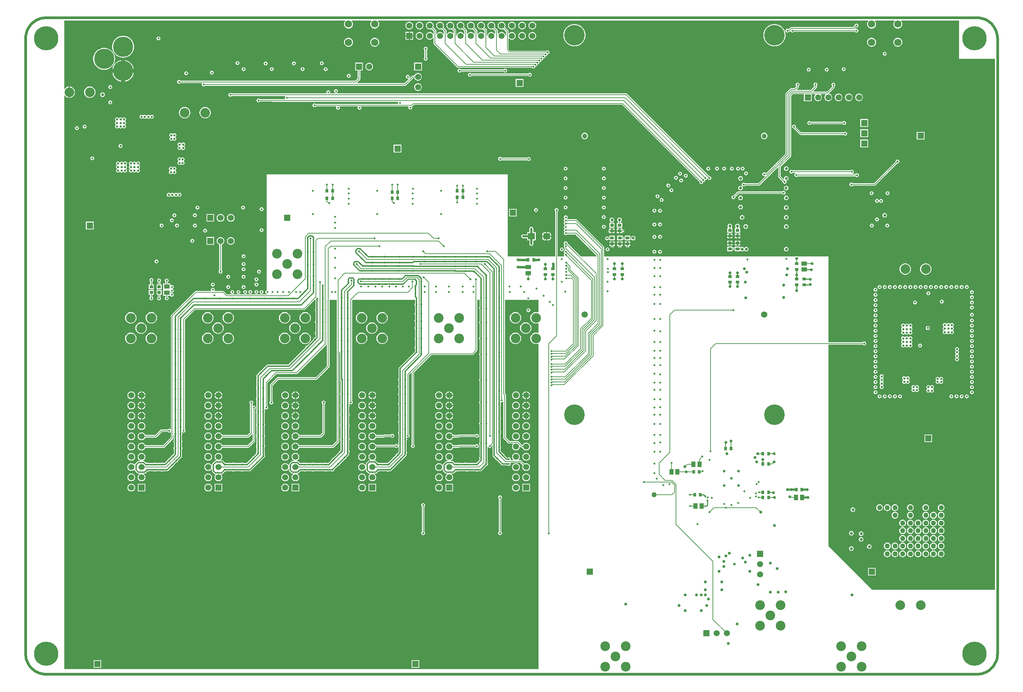
<source format=gbl>
%FSTAX24Y24*%
%MOIN*%
%SFA1B1*%

%IPPOS*%
%AMD19*
4,1,8,0.034400,-0.015800,0.034400,0.015800,0.018700,0.031500,-0.018700,0.031500,-0.034400,0.015800,-0.034400,-0.015800,-0.018700,-0.031500,0.018700,-0.031500,0.034400,-0.015800,0.0*
1,1,0.031400,0.018700,-0.015800*
1,1,0.031400,0.018700,0.015800*
1,1,0.031400,-0.018700,0.015800*
1,1,0.031400,-0.018700,-0.015800*
%
G04~CAMADD=19~8~0.0~0.0~630.0~689.0~157.0~0.0~15~0.0~0.0~0.0~0.0~0~0.0~0.0~0.0~0.0~0~0.0~0.0~0.0~270.0~688.0~629.0*
%ADD19D19*%
%ADD20R,0.068900X0.063000*%
%ADD22R,0.031500X0.035400*%
%ADD23R,0.035400X0.031500*%
%ADD24R,0.055100X0.043300*%
%ADD40R,0.043300X0.055100*%
%ADD66C,0.008000*%
%ADD68C,0.012000*%
%ADD69C,0.010000*%
%ADD71C,0.020000*%
%ADD74C,0.022000*%
%ADD86C,0.025000*%
%ADD87C,0.196900*%
%ADD88C,0.200000*%
%ADD89C,0.047200*%
%ADD90C,0.062000*%
%ADD91R,0.059100X0.059100*%
%ADD92C,0.059100*%
%ADD93C,0.070900*%
%ADD94C,0.094000*%
%ADD95R,0.059100X0.059100*%
%ADD96C,0.236200*%
%ADD97C,0.094500*%
%ADD98C,0.026000*%
%ADD99C,0.020000*%
%ADD100C,0.022000*%
%ADD101C,0.028000*%
%ADD102C,0.050000*%
%LNdsau-motherboard-reva-1*%
%LPD*%
G36*
X101Y07D02*
X1045D01*
Y01825*
X0925*
X08825Y0225*
Y042128*
X091615*
X09162Y04212*
X09168Y04208*
X09175Y042066*
X09182Y04208*
X09188Y04212*
X09192Y04218*
X091934Y04225*
X09192Y04232*
X09188Y04238*
X09182Y04242*
X09175Y042434*
X09168Y04242*
X09162Y04238*
X091615Y042372*
X08825*
Y05075*
X085247*
X085236Y050757*
X08515Y050774*
X085064Y050757*
X085053Y05075*
X066402*
Y05162*
X066393Y051667*
X066367Y051707*
X063737Y054337*
X063697Y054363*
X06365Y054372*
X062794*
X06278Y05442*
X06282Y05448*
X062834Y05455*
X06282Y05462*
X06278Y05468*
X06272Y05472*
X06265Y054734*
X06258Y05472*
X06252Y05468*
X06248Y05462*
X062466Y05455*
X06248Y05448*
X06252Y05442*
Y05438*
X06248Y05432*
X062466Y05425*
X06248Y05418*
X06252Y05412*
Y05408*
X06248Y05402*
X062466Y05395*
X06248Y05388*
X06252Y05382*
X062551Y0538*
Y05375*
X06252Y05373*
X06248Y05367*
X062466Y0536*
X06248Y05353*
X06252Y05347*
Y05343*
X06248Y05337*
X062466Y0533*
X06248Y05323*
X06252Y05317*
Y05313*
X06248Y05307*
X062466Y053*
X06248Y05293*
X06252Y05287*
X06258Y05283*
X06265Y052816*
X06272Y05283*
X06278Y05287*
X062785Y052878*
X063599*
X065678Y050799*
Y05075*
X06412*
X062828Y052042*
X06282Y052086*
X06278Y052146*
X06272Y052186*
X06265Y0522*
X06258Y052186*
X06252Y052146*
X06248Y052086*
X062466Y052016*
X06248Y051946*
X06252Y051886*
Y051866*
X06248Y051806*
X062466Y051736*
X06248Y051666*
X06252Y051606*
X062528Y051601*
Y051511*
X062537Y051464*
X062563Y051425*
X062575Y051413*
X06257Y051363*
X06252Y05133*
X06248Y05127*
X062466Y0512*
X06248Y05113*
X06252Y05107*
Y05103*
X06248Y05097*
X062466Y0509*
X06248Y05083*
X062504Y050794*
X062481Y05075*
X061872*
Y055115*
X06188Y05512*
X06192Y05518*
X061934Y05525*
X06192Y05532*
X06188Y05538*
X06182Y05542*
X06175Y055434*
X06168Y05542*
X06162Y05538*
X06158Y05532*
X061566Y05525*
X06158Y05518*
X06162Y05512*
X061628Y055115*
Y05075*
X057*
Y05875*
X0335*
Y047438*
X03348Y047434*
X03342Y047394*
X03338Y047334*
X033366Y047264*
X03338Y047194*
X03342Y047134*
X03348Y047094*
X0335Y04709*
Y047022*
X029645*
X029345Y047323*
X029305Y047349*
X029258Y047358*
X028425*
X028401Y047402*
X02842Y04743*
X028434Y0475*
X02842Y04757*
X02838Y04763*
X02832Y04767*
X02825Y047684*
X02818Y04767*
X02812Y04763*
X02808Y04757*
X028066Y0475*
X02808Y04743*
X028099Y047402*
X028075Y047358*
X026586*
X026539Y047349*
X026499Y047323*
X024193Y045017*
X024167Y044977*
X024158Y04493*
Y033914*
X024114Y033891*
X02407Y03392*
X024Y033934*
X02393Y03392*
X02387Y03388*
X023865Y033872*
X02325*
X023203Y033863*
X023163Y033837*
X022649Y033322*
X021656*
X021628Y033389*
X021568Y033468*
X021489Y033528*
X021398Y033566*
X0213Y033579*
X021202Y033566*
X021111Y033528*
X021032Y033468*
X020972Y033389*
X020934Y033298*
X020921Y0332*
X020934Y033102*
X020972Y033011*
X021032Y032932*
X021111Y032872*
X021202Y032834*
X0213Y032821*
X021398Y032834*
X021489Y032872*
X021568Y032932*
X021628Y033011*
X021656Y033078*
X0227*
X022747Y033087*
X022787Y033113*
X023301Y033628*
X023865*
X02387Y03362*
X02393Y03358*
X024Y033566*
X02407Y03358*
X024114Y033609*
X024158Y033586*
Y033081*
X023399Y032322*
X021656*
X021628Y032389*
X021568Y032468*
X021489Y032528*
X021398Y032566*
X0213Y032579*
X021202Y032566*
X021111Y032528*
X021032Y032468*
X020972Y032389*
X020934Y032298*
X020921Y0322*
X020934Y032102*
X020972Y032011*
X021032Y031932*
X021111Y031872*
X021202Y031834*
X0213Y031821*
X021398Y031834*
X021489Y031872*
X021568Y031932*
X021628Y032011*
X021656Y032078*
X02345*
X023497Y032087*
X023537Y032113*
X024367Y032943*
X024393Y032983*
X024402Y03303*
Y033336*
X024417Y03334*
X024457Y03331*
Y03281*
X02443Y03277*
X024416Y0327*
X02443Y03263*
X024457Y03259*
Y03216*
X02443Y03212*
X024416Y03205*
X02443Y03198*
X024457Y03194*
Y031509*
X024374Y031426*
X024327Y031417*
X024268Y031377*
X024228Y031318*
X024218Y03127*
X023977Y031029*
X02393Y03102*
X02387Y03098*
X02383Y03092*
X023821Y030873*
X023541Y030593*
X02341*
X02337Y03062*
X0233Y030634*
X02323Y03062*
X02319Y030593*
X02271*
X02267Y03062*
X0226Y030634*
X02253Y03062*
X02249Y030593*
X02196*
X02192Y03062*
X02185Y030634*
X02178Y03062*
X021751Y030601*
X021601Y030751*
X021555Y030782*
X0215Y030793*
X021426*
X021416Y030842*
X021489Y030872*
X021568Y030932*
X021628Y031011*
X021666Y031102*
X021679Y0312*
X021666Y031298*
X021628Y031389*
X021568Y031468*
X021489Y031528*
X021398Y031566*
X0213Y031579*
X021202Y031566*
X021111Y031528*
X021032Y031468*
X020972Y031389*
X020934Y031298*
X020921Y0312*
X020934Y031102*
X020972Y031011*
X021032Y030932*
X021111Y030872*
X021184Y030842*
X021174Y030793*
X021*
X020945Y030782*
X020927Y030769*
X020899Y030751*
X020649Y030501*
X020623Y030462*
X020573Y03046*
X020568Y030468*
X020489Y030528*
X020398Y030566*
X0203Y030579*
X020202Y030566*
X020111Y030528*
X020032Y030468*
X019972Y030389*
X019934Y030298*
X019921Y0302*
X019934Y030102*
X019972Y030011*
X020032Y029932*
X020111Y029872*
X020202Y029834*
X0203Y029821*
X020398Y029834*
X020489Y029872*
X020568Y029932*
X020614Y029915*
X020618Y029895*
X020649Y029849*
X020899Y029599*
X020927Y029581*
X020945Y029568*
X021Y029557*
X021071*
X021087Y02951*
X021032Y029468*
X020972Y029389*
X020934Y029298*
X020921Y0292*
X020934Y029102*
X020972Y029011*
X021032Y028932*
X021111Y028872*
X021202Y028834*
X0213Y028821*
X021398Y028834*
X021489Y028872*
X021568Y028932*
X021628Y029011*
X021666Y029102*
X021679Y0292*
X021666Y029298*
X021628Y029389*
X021568Y029468*
X021489Y029528*
X021495Y029557*
X0216*
X021655Y029568*
X021701Y029599*
X021873Y029771*
X02192Y02978*
X02196Y029807*
X02249*
X02253Y02978*
X0226Y029766*
X02267Y02978*
X02271Y029807*
X02319*
X02323Y02978*
X0233Y029766*
X02337Y02978*
X02341Y029807*
X0238*
X023855Y029818*
X023901Y029849*
X024323Y030271*
X02437Y03028*
X02443Y03032*
X02447Y03038*
X024479Y030427*
X024723Y030671*
X02477Y03068*
X02483Y03072*
X02487Y03078*
X024879Y030827*
X025201Y031149*
X025219Y031177*
X025232Y031195*
X025243Y03125*
Y03194*
X02527Y03198*
X025284Y03205*
X02527Y03212*
X025243Y03216*
Y03259*
X02527Y03263*
X025284Y0327*
X02527Y03277*
X025243Y03281*
Y03334*
X02527Y03338*
X025284Y03345*
X02527Y03352*
X025243Y03356*
Y033586*
X025287Y033609*
X02533Y03358*
X0254Y033566*
X02547Y03358*
X02553Y03362*
X02557Y03368*
X025584Y03375*
X02557Y03382*
X02553Y03388*
X025522Y033885*
Y044549*
X026501Y045528*
X03715*
X037197Y045537*
X037237Y045563*
X038173Y0465*
X038257*
Y04561*
X03823Y04557*
X038216Y0455*
X03823Y04543*
X038257Y04539*
Y04446*
X03823Y04442*
X038216Y04435*
X03823Y04428*
X038257Y04424*
Y04336*
X03823Y04332*
X038216Y04325*
X03823Y04318*
X038257Y04314*
Y042871*
X038219Y042839*
X0382Y042843*
X038145Y042832*
X038099Y042801*
X038068Y042755*
X03806Y042715*
X03803Y04267*
X038021Y042623*
X037427Y042029*
X03738Y04202*
X03732Y04198*
X03728Y04192*
X037271Y041873*
X035591Y040193*
X0336*
X033545Y040182*
X033499Y040151*
X032877Y039529*
X03283Y03952*
X03277Y03948*
X03273Y03942*
X032721Y039373*
X032549Y039201*
X032518Y039155*
X032507Y0391*
Y03806*
X03248Y03802*
X032466Y03795*
X03248Y03788*
X032507Y03784*
Y03696*
X03248Y03692*
X032466Y03685*
X03248Y03678*
X032507Y03674*
Y03571*
X03248Y03567*
X032466Y0356*
X03248Y03553*
X032507Y03549*
Y03446*
X03248Y03442*
X032466Y03435*
X03248Y03428*
X032507Y03424*
Y03331*
X03248Y03327*
X032466Y0332*
X03248Y03313*
X032507Y03309*
Y03236*
X03248Y03232*
X032466Y03225*
X03248Y03218*
X032507Y03214*
Y03166*
X03248Y03162*
X032466Y03155*
X032472Y031524*
X032177Y031229*
X03213Y03122*
X03207Y03118*
X03203Y03112*
X032021Y031073*
X031541Y030593*
X03121*
X03117Y03062*
X0311Y030634*
X03103Y03062*
X03099Y030593*
X03036*
X03032Y03062*
X03025Y030634*
X03018Y03062*
X03014Y030593*
X02951*
X02947Y03062*
X029423Y030629*
X029251Y030801*
X029205Y030832*
X02915Y030843*
X029029*
X029013Y03089*
X029068Y030932*
X029128Y031011*
X029166Y031102*
X029179Y0312*
X029166Y031298*
X029128Y031389*
X029068Y031468*
X028989Y031528*
X028898Y031566*
X0288Y031579*
X028702Y031566*
X028611Y031528*
X028532Y031468*
X028472Y031389*
X028434Y031298*
X028421Y0312*
X028434Y031102*
X028472Y031011*
X028532Y030932*
X028587Y03089*
X028571Y030843*
X02855*
X028495Y030832*
X028477Y030819*
X028449Y030801*
X028199Y030551*
X028168Y030505*
X028157Y03045*
Y030429*
X02811Y030413*
X028068Y030468*
X027989Y030528*
X027898Y030566*
X0278Y030579*
X027702Y030566*
X027611Y030528*
X027532Y030468*
X027472Y030389*
X027434Y030298*
X027421Y0302*
X027434Y030102*
X027472Y030011*
X027532Y029932*
X027611Y029872*
X027702Y029834*
X0278Y029821*
X027898Y029834*
X027989Y029872*
X028068Y029932*
X02811Y029987*
X028157Y029971*
Y02985*
X028168Y029795*
X028199Y029749*
X028399Y029549*
X028445Y029518*
X0285Y029507*
X028506*
X028528Y029462*
X028472Y029389*
X028434Y029298*
X028421Y0292*
X028434Y029102*
X028472Y029011*
X028532Y028932*
X028611Y028872*
X028702Y028834*
X0288Y028821*
X028898Y028834*
X028989Y028872*
X029068Y028932*
X029128Y029011*
X029166Y029102*
X029179Y0292*
X029166Y029298*
X029128Y029389*
X029068Y029468*
X029081Y029507*
X0291*
X029155Y029518*
X029201Y029549*
X029423Y029771*
X02947Y02978*
X02951Y029807*
X03014*
X03018Y02978*
X03025Y029766*
X03032Y02978*
X03036Y029807*
X03099*
X03103Y02978*
X0311Y029766*
X03117Y02978*
X03121Y029807*
X03185*
X031905Y029818*
X031951Y029849*
X032573Y030471*
X03262Y03048*
X03268Y03052*
X03272Y03058*
X032729Y030627*
X033173Y031071*
X03322Y03108*
X03328Y03112*
X03332Y03118*
X033334Y03125*
X03332Y03132*
X033293Y03136*
Y03214*
X03332Y03218*
X033334Y03225*
X03332Y03232*
X033293Y03236*
Y03314*
X03332Y03318*
X033334Y03325*
X03332Y03332*
X033293Y03336*
Y03424*
X03332Y03428*
X033334Y03435*
X03332Y03442*
X033293Y03446*
Y03549*
X03332Y03553*
X033334Y0356*
X03332Y03567*
X033293Y03571*
Y035836*
X033337Y035859*
X03338Y03583*
X03345Y035816*
X03352Y03583*
X03358Y03587*
X03362Y03593*
X033634Y036*
X03362Y03607*
X03358Y03613*
X033572Y036135*
Y038399*
X034451Y039278*
X0364*
X036447Y039287*
X036487Y039313*
X039287Y042113*
X039313Y042153*
X039322Y0422*
Y0465*
X039378*
Y040051*
X038289Y038962*
X0346*
X034553Y038953*
X034513Y038927*
X033863Y038277*
X033837Y038237*
X033828Y03819*
Y036635*
X03382Y03663*
X03378Y03657*
X033766Y0365*
X03378Y03643*
X03382Y03637*
X03388Y03633*
X03395Y036316*
X03402Y03633*
X03408Y03637*
X03412Y03643*
X034134Y0365*
X03412Y03657*
X03408Y03663*
X034072Y036635*
Y038139*
X034651Y038718*
X03834*
X038387Y038727*
X038427Y038753*
X039587Y039913*
X039613Y039953*
X039622Y04*
Y0465*
X040328*
Y032751*
X039899Y032322*
X036656*
X036628Y032389*
X036568Y032468*
X036489Y032528*
X036398Y032566*
X0363Y032579*
X036202Y032566*
X036111Y032528*
X036032Y032468*
X035972Y032389*
X035934Y032298*
X035921Y0322*
X035934Y032102*
X035972Y032011*
X036032Y031932*
X036111Y031872*
X036202Y031834*
X0363Y031821*
X036398Y031834*
X036489Y031872*
X036568Y031932*
X036628Y032011*
X036656Y032078*
X03995*
X039997Y032087*
X040037Y032113*
X040537Y032613*
X040563Y032653*
X040572Y0327*
Y041417*
X040622Y041422*
X04063Y04138*
X040657Y04134*
Y03875*
X040667Y038702*
X040666Y0387*
X04068Y03863*
X040707Y03859*
Y03746*
X04068Y03742*
X040666Y03735*
X04068Y03728*
X040707Y03724*
Y03631*
X04068Y03627*
X040666Y0362*
X04068Y03613*
X040707Y03609*
Y03541*
X04068Y03537*
X040666Y0353*
X04068Y03523*
X040707Y03519*
Y03436*
X04068Y03432*
X040666Y03425*
X04068Y03418*
X040707Y03414*
Y03301*
X04068Y03297*
X040666Y0329*
X04068Y03283*
X040707Y03279*
Y031809*
X040677Y031779*
X04063Y03177*
X04057Y03173*
X04053Y03167*
X040521Y031623*
X039977Y031079*
X03993Y03107*
X03987Y03103*
X03983Y03097*
X039821Y030923*
X039491Y030593*
X03936*
X03932Y03062*
X03925Y030634*
X03918Y03062*
X03914Y030593*
X03811*
X03807Y03062*
X038Y030634*
X03793Y03062*
X03789Y030593*
X03726*
X03722Y03062*
X03715Y030634*
X03708Y03062*
X03704Y030593*
X036759*
X036601Y030751*
X036555Y030782*
X0365Y030793*
X036426*
X036416Y030842*
X036489Y030872*
X036568Y030932*
X036628Y031011*
X036666Y031102*
X036679Y0312*
X036666Y031298*
X036628Y031389*
X036568Y031468*
X036489Y031528*
X036398Y031566*
X0363Y031579*
X036202Y031566*
X036111Y031528*
X036032Y031468*
X035972Y031389*
X035934Y031298*
X035921Y0312*
X035934Y031102*
X035972Y031011*
X036032Y030932*
X036111Y030872*
X036184Y030842*
X036174Y030793*
X036*
X035945Y030782*
X035899Y030751*
X035699Y030551*
X035668Y030505*
X035657Y03045*
Y030429*
X03561Y030413*
X035568Y030468*
X035489Y030528*
X035398Y030566*
X0353Y030579*
X035202Y030566*
X035111Y030528*
X035032Y030468*
X034972Y030389*
X034934Y030298*
X034921Y0302*
X034934Y030102*
X034972Y030011*
X035032Y029932*
X035111Y029872*
X035202Y029834*
X0353Y029821*
X035398Y029834*
X035489Y029872*
X035568Y029932*
X03561Y029987*
X035657Y029971*
Y0299*
X035668Y029845*
X035699Y029799*
X035899Y029599*
X035945Y029568*
X036Y029557*
X036071*
X036087Y02951*
X036032Y029468*
X035972Y029389*
X035934Y029298*
X035921Y0292*
X035934Y029102*
X035972Y029011*
X036032Y028932*
X036111Y028872*
X036202Y028834*
X0363Y028821*
X036398Y028834*
X036489Y028872*
X036568Y028932*
X036628Y029011*
X036666Y029102*
X036679Y0292*
X036666Y029298*
X036628Y029389*
X036568Y029468*
X036489Y029528*
X036495Y029557*
X0365*
X036555Y029568*
X036601Y029599*
X036809Y029807*
X03709*
X03713Y02978*
X0372Y029766*
X03727Y02978*
X03731Y029807*
X03789*
X03793Y02978*
X038Y029766*
X03807Y02978*
X03811Y029807*
X03914*
X03918Y02978*
X03925Y029766*
X03932Y02978*
X03936Y029807*
X03979*
X03983Y02978*
X0399Y029766*
X03997Y02978*
X04003Y02982*
X04007Y02988*
X040079Y029927*
X040473Y030321*
X04052Y03033*
X04058Y03037*
X04062Y03043*
X040629Y030477*
X041123Y030971*
X04117Y03098*
X04123Y03102*
X04127Y03108*
X041279Y031127*
X041501Y031349*
X041532Y031395*
X041543Y03145*
Y03164*
X04157Y03168*
X041584Y03175*
X04157Y03182*
X041543Y03186*
Y03279*
X04157Y03283*
X041584Y0329*
X04157Y03297*
X041543Y03301*
Y03414*
X04157Y03418*
X041584Y03425*
X04157Y03432*
X041543Y03436*
Y03519*
X04157Y03523*
X041584Y0353*
X04157Y03537*
X041543Y03541*
Y03609*
X04157Y03613*
X041584Y0362*
X04157Y03627*
X041543Y03631*
Y036336*
X041587Y036359*
X04163Y03633*
X0417Y036316*
X04177Y03633*
X04183Y03637*
X04187Y03643*
X041884Y0365*
X04187Y03657*
X04183Y03663*
X041822Y036635*
Y046499*
X041823Y0465*
X047957*
Y04616*
X04793Y04612*
X047916Y04605*
X04793Y04598*
X047957Y04594*
Y04526*
X04793Y04522*
X047916Y04515*
X04793Y04508*
X047957Y04504*
Y04456*
X04793Y04452*
X047916Y04445*
X04793Y04438*
X047957Y04434*
Y04386*
X04793Y04382*
X047916Y04375*
X04793Y04368*
X047957Y04364*
Y04281*
X04793Y04277*
X047916Y0427*
X04793Y04263*
X047957Y04259*
Y04196*
X04793Y04192*
X047916Y04185*
X04793Y04178*
X047957Y04174*
Y04151*
X04793Y04147*
X047921Y041423*
X046399Y039901*
X046368Y039855*
X046357Y0398*
Y03886*
X04633Y03882*
X046316Y03875*
X04633Y03868*
X046357Y03864*
Y03816*
X04633Y03812*
X046316Y03805*
X04633Y03798*
X046357Y03794*
Y03741*
X04633Y03737*
X046316Y0373*
X04633Y03723*
X046357Y03719*
Y03651*
X04633Y03647*
X046316Y0364*
X04633Y03633*
X046357Y03629*
Y03541*
X04633Y03537*
X046316Y0353*
X04633Y03523*
X046357Y03519*
Y03471*
X04633Y03467*
X046316Y0346*
X04633Y03453*
X046357Y03449*
Y03366*
X04633Y03362*
X046316Y03355*
X04633Y03348*
X046357Y03344*
Y03261*
X04633Y03257*
X046316Y0325*
X04633Y03243*
X046356Y032392*
X046339Y032344*
X046309Y032335*
X04628Y03238*
X04622Y03242*
X04615Y032434*
X04608Y03242*
X04602Y03238*
X046015Y032372*
X044135*
X044128Y032389*
X044068Y032468*
X043989Y032528*
X043898Y032566*
X0438Y032579*
X043702Y032566*
X043611Y032528*
X043532Y032468*
X043472Y032389*
X043434Y032298*
X043421Y0322*
X043434Y032102*
X043472Y032011*
X043532Y031932*
X043611Y031872*
X043702Y031834*
X0438Y031821*
X043898Y031834*
X043989Y031872*
X044068Y031932*
X044128Y032011*
X044166Y032102*
X044169Y032128*
X046015*
X04602Y03212*
X04608Y03208*
X04615Y032066*
X04622Y03208*
X04628Y03212*
X046309Y032165*
X046357Y03215*
Y031659*
X046227Y031529*
X04618Y03152*
X04612Y03148*
X04608Y03142*
X046071Y031373*
X045327Y030629*
X04528Y03062*
X04524Y030593*
X04441*
X04437Y03062*
X044323Y030629*
X044151Y030801*
X044105Y030832*
X04405Y030843*
X044029*
X044013Y03089*
X044068Y030932*
X044128Y031011*
X044166Y031102*
X044179Y0312*
X044166Y031298*
X044128Y031389*
X044068Y031468*
X043989Y031528*
X043898Y031566*
X0438Y031579*
X043702Y031566*
X043611Y031528*
X043532Y031468*
X043472Y031389*
X043434Y031298*
X043421Y0312*
X043434Y031102*
X043472Y031011*
X043532Y030932*
X043587Y03089*
X043571Y030843*
X0435*
X043445Y030832*
X043399Y030801*
X043199Y030601*
X043168Y030555*
X043157Y0305*
Y030429*
X04311Y030413*
X043068Y030468*
X042989Y030528*
X042898Y030566*
X0428Y030579*
X042702Y030566*
X042611Y030528*
X042532Y030468*
X042472Y030389*
X042434Y030298*
X042421Y0302*
X042434Y030102*
X042472Y030011*
X042532Y029932*
X042611Y029872*
X042702Y029834*
X0428Y029821*
X042898Y029834*
X042989Y029872*
X043068Y029932*
X04311Y029987*
X043157Y029971*
Y0299*
X043168Y029845*
X043199Y029799*
X043399Y029599*
X043445Y029568*
X0435Y029557*
X043571*
X043587Y02951*
X043532Y029468*
X043472Y029389*
X043434Y029298*
X043421Y0292*
X043434Y029102*
X043472Y029011*
X043532Y028932*
X043611Y028872*
X043702Y028834*
X0438Y028821*
X043898Y028834*
X043989Y028872*
X044068Y028932*
X044128Y029011*
X044166Y029102*
X044179Y0292*
X044166Y029298*
X044128Y029389*
X044068Y029468*
X043989Y029528*
X043995Y029557*
X0441*
X044155Y029568*
X044201Y029599*
X044373Y029771*
X04442Y02978*
X04446Y029807*
X04524*
X04528Y02978*
X04535Y029766*
X04542Y02978*
X04546Y029807*
X04555*
X045605Y029818*
X045651Y029849*
X045701Y029899*
X045851Y030049*
X045873Y030071*
X04592Y03008*
X04598Y03012*
X04602Y03018*
X046029Y030227*
X046623Y030821*
X04667Y03083*
X04673Y03087*
X04677Y03093*
X046779Y030977*
X047101Y031299*
X047119Y031327*
X047132Y031345*
X047143Y0314*
Y03149*
X04717Y03153*
X047184Y0316*
X04717Y03167*
X047143Y03171*
Y03279*
X04717Y03283*
X047184Y0329*
X04717Y03297*
X047143Y03301*
Y033048*
X047181Y03308*
X04725Y033066*
X04732Y03308*
X04738Y03312*
X04742Y03318*
X047434Y03325*
X04742Y03332*
X04738Y03338*
X047372Y033385*
Y039199*
X047581Y039408*
X047628Y039389*
Y03625*
Y03575*
Y032385*
X04762Y03238*
X04758Y03232*
X047566Y03225*
X04758Y03218*
X04762Y03212*
X04768Y03208*
X04775Y032066*
X04782Y03208*
X04788Y03212*
X04792Y03218*
X047934Y03225*
X04792Y03232*
X04788Y03238*
X047872Y032385*
Y03625*
Y039449*
X049551Y041128*
X05355*
X053597Y041137*
X053637Y041163*
X053987Y041513*
X054013Y041553*
X054022Y0416*
Y0465*
X054257*
Y04581*
X05423Y04577*
X054216Y0457*
X05423Y04563*
X054257Y04559*
Y04441*
X05423Y04437*
X054216Y0443*
X05423Y04423*
X054257Y04419*
Y04286*
X05423Y04282*
X054216Y04275*
X05423Y04268*
X054257Y04264*
Y04131*
X05423Y04127*
X054216Y0412*
X05423Y04113*
X054257Y04109*
Y03881*
X05423Y03877*
X054216Y0387*
X05423Y03863*
X054257Y03859*
Y03661*
X05423Y03657*
X054216Y0365*
X05423Y03643*
X054257Y03639*
Y03456*
X05423Y03452*
X054216Y03445*
X05423Y03438*
X054257Y03434*
Y03261*
X05423Y03257*
X054216Y0325*
X05423Y03243*
X054257Y03239*
Y03121*
X05423Y03117*
X054216Y0311*
X05423Y03103*
X054257Y03099*
Y030909*
X053977Y030629*
X05393Y03062*
X05389Y030593*
X05296*
X05292Y03062*
X05285Y030634*
X05278Y03062*
X05274Y030593*
X05221*
X05217Y03062*
X0521Y030634*
X05203Y03062*
X05199Y030593*
X051859*
X051701Y030751*
X051655Y030782*
X0516Y030793*
X051426*
X051416Y030842*
X051489Y030872*
X051568Y030932*
X051628Y031011*
X051666Y031102*
X051679Y0312*
X051666Y031298*
X051628Y031389*
X051568Y031468*
X051489Y031528*
X051398Y031566*
X0513Y031579*
X051202Y031566*
X051111Y031528*
X051032Y031468*
X050972Y031389*
X050934Y031298*
X050921Y0312*
X050934Y031102*
X050972Y031011*
X051032Y030932*
X051111Y030872*
X051184Y030842*
X051174Y030793*
X05105*
X050995Y030782*
X050977Y030769*
X050949Y030751*
X050699Y030501*
X050668Y030455*
X050661Y03042*
X050613Y030409*
X050568Y030468*
X050489Y030528*
X050398Y030566*
X0503Y030579*
X050202Y030566*
X050111Y030528*
X050032Y030468*
X049972Y030389*
X049934Y030298*
X049921Y0302*
X049934Y030102*
X049972Y030011*
X050032Y029932*
X050111Y029872*
X050202Y029834*
X0503Y029821*
X050398Y029834*
X050489Y029872*
X050568Y029932*
X05061Y029987*
X050657Y029971*
Y0299*
X050668Y029845*
X050699Y029799*
X050899Y029599*
X050945Y029568*
X051Y029557*
X051071*
X051087Y02951*
X051032Y029468*
X050972Y029389*
X050934Y029298*
X050921Y0292*
X050934Y029102*
X050972Y029011*
X051032Y028932*
X051111Y028872*
X051202Y028834*
X0513Y028821*
X051398Y028834*
X051489Y028872*
X051568Y028932*
X051628Y029011*
X051666Y029102*
X051679Y0292*
X051666Y029298*
X051628Y029389*
X051568Y029468*
X051489Y029528*
X051495Y029557*
X05165*
X051705Y029568*
X051751Y029599*
X051959Y029807*
X05199*
X05203Y02978*
X0521Y029766*
X05217Y02978*
X05221Y029807*
X05294*
X05298Y02978*
X05305Y029766*
X05312Y02978*
X05316Y029807*
X05389*
X05393Y02978*
X054Y029766*
X05407Y02978*
X05411Y029807*
X05435*
X054405Y029818*
X054451Y029849*
X054923Y030321*
X05497Y03033*
X05503Y03037*
X05507Y03043*
X055084Y0305*
X05507Y03057*
X055043Y03061*
Y03215*
X055091Y032165*
X05512Y03212*
X05518Y03208*
X05525Y032066*
X05532Y03208*
X05538Y03212*
X05542Y03218*
X055434Y03225*
X055432Y032259*
X055491Y032318*
X055537Y032299*
Y03219*
X05551Y03215*
X055496Y03208*
X05551Y03201*
X055537Y03197*
Y03132*
X055548Y031265*
X055579Y031219*
X055771Y031027*
X05578Y03098*
X05582Y03092*
X05588Y03088*
X055927Y030871*
X056399Y030399*
X056427Y030381*
X056445Y030368*
X0565Y030357*
X05699*
X05703Y03033*
X0571Y030316*
X05717Y03033*
X05723Y03037*
X05727Y03043*
X057284Y0305*
X05727Y03057*
X057261Y030584*
X057284Y030628*
X057791*
X057794Y030578*
X057702Y030566*
X057611Y030528*
X057532Y030468*
X057472Y030389*
X057434Y030298*
X057421Y0302*
X057434Y030102*
X057472Y030011*
X057532Y029932*
X057611Y029872*
X057702Y029834*
X0578Y029821*
X057898Y029834*
X057989Y029872*
X058068Y029932*
X058128Y030011*
X058166Y030102*
X058179Y0302*
X058166Y030298*
X058128Y030389*
X058068Y030468*
X057989Y030528*
X057898Y030566*
X057806Y030578*
X057809Y03062*
Y030628*
X058199*
X058462Y030365*
X058434Y030298*
X058421Y0302*
X058434Y030102*
X058472Y030011*
X058532Y029932*
X058611Y029872*
X058702Y029834*
X0588Y029821*
X058898Y029834*
X058989Y029872*
X059068Y029932*
X059128Y030011*
X059166Y030102*
X059179Y0302*
X059166Y030298*
X059128Y030389*
X059068Y030468*
X058989Y030528*
X058898Y030566*
X0588Y030579*
X058702Y030566*
X058635Y030538*
X058337Y030837*
X058297Y030863*
X05825Y030872*
X058067*
X058051Y03092*
X058068Y030932*
X058128Y031011*
X058166Y031102*
X058179Y0312*
X058166Y031298*
X058128Y031389*
X058068Y031468*
X057989Y031528*
X057898Y031566*
X0578Y031579*
X057702Y031566*
X057611Y031528*
X057532Y031468*
X057472Y031389*
X057434Y031298*
X057421Y0312*
X057434Y031102*
X057472Y031011*
X057532Y030932*
X057549Y03092*
X057533Y030872*
X057304*
X057272Y030911*
X057284Y03097*
X05727Y03104*
X05723Y0311*
X05717Y03114*
X0571Y031154*
X05703Y03114*
X05699Y031113*
X056939*
X056679Y031373*
X05667Y03142*
X05663Y03148*
X05657Y03152*
X056523Y031529*
X056293Y031759*
Y03199*
X05632Y03203*
X056334Y0321*
X05632Y03217*
X056293Y03221*
Y03354*
X05632Y03358*
X056334Y03365*
X05632Y03372*
X056293Y03376*
Y03484*
X05632Y03488*
X056334Y03495*
X05632Y03502*
X056293Y03506*
Y03619*
X05632Y03623*
X056334Y0363*
X05632Y03637*
X056293Y03641*
Y036498*
X056331Y03653*
X0564Y036516*
X05647Y03653*
X05653Y03657*
X056578Y036556*
Y03305*
X056587Y033003*
X056613Y032963*
X057048Y032529*
X057072Y032513*
X057088Y032502*
X057135Y032493*
X057495*
X057517Y032448*
X057472Y032389*
X057434Y032298*
X057421Y0322*
X057434Y032102*
X057472Y032011*
X057532Y031932*
X057611Y031872*
X057702Y031834*
X0578Y031821*
X057898Y031834*
X057989Y031872*
X058068Y031932*
X058128Y032011*
X058166Y032102*
X058175Y032176*
X058223Y032192*
X058301Y032113*
X05834Y032087*
X058387Y032078*
X058444*
X058472Y032011*
X058532Y031932*
X058611Y031872*
X058702Y031834*
X0588Y031821*
X058898Y031834*
X058989Y031872*
X059068Y031932*
X059128Y032011*
X059166Y032102*
X059179Y0322*
X059166Y032298*
X059128Y032389*
X059068Y032468*
X058989Y032528*
X058898Y032566*
X0588Y032579*
X058702Y032566*
X058611Y032528*
X058532Y032468*
X058472Y032389*
X05846Y032359*
X058411Y03235*
X058059Y032702*
X058019Y032728*
X057972Y032738*
X057185*
X056822Y033101*
Y037244*
X056813Y037291*
X056787Y03733*
X056732Y037384*
Y0465*
X058915*
X058944Y04648*
X059014Y046466*
X059084Y04648*
X059114Y0465*
X06*
Y045289*
X059958Y045262*
X059894Y045288*
X05975Y045307*
X059606Y045288*
X059471Y045233*
X059356Y045144*
X059267Y045029*
X059212Y044894*
X059193Y04475*
X059212Y044606*
X059267Y044471*
X059356Y044356*
X059471Y044267*
X059606Y044212*
X05975Y044193*
X059894Y044212*
X059958Y044238*
X06Y044211*
Y043289*
X059958Y043262*
X059894Y043288*
X05975Y043307*
X059606Y043288*
X059471Y043233*
X059356Y043144*
X059267Y043029*
X059212Y042894*
X059193Y04275*
X059212Y042606*
X059267Y042471*
X059356Y042356*
X059471Y042267*
X059606Y042212*
X05975Y042193*
X059894Y042212*
X059958Y042238*
X06Y042211*
Y0105*
X01375*
Y05875*
Y06642*
X013797Y066436*
X013858Y066358*
X013973Y06627*
X014106Y066214*
X0142Y066202*
Y06675*
Y067298*
X014106Y067286*
X013973Y06723*
X013858Y067142*
X013797Y067064*
X01375Y06708*
Y07375*
X041154*
X04117Y073703*
X041161Y073696*
X041091Y073605*
X041047Y073499*
X041032Y073386*
X041047Y073272*
X041091Y073167*
X041161Y073076*
X041251Y073006*
X041357Y072963*
X04147Y072948*
X041584Y072963*
X04169Y073006*
X04178Y073076*
X04185Y073167*
X041894Y073272*
X041909Y073386*
X041894Y073499*
X04185Y073605*
X04178Y073696*
X041771Y073703*
X041787Y07375*
X043713*
X043729Y073703*
X04372Y073696*
X04365Y073605*
X043606Y073499*
X043591Y073386*
X043606Y073272*
X04365Y073167*
X04372Y073076*
X04381Y073006*
X043916Y072963*
X04403Y072948*
X044143Y072963*
X044249Y073006*
X044339Y073076*
X044409Y073167*
X044453Y073272*
X044468Y073386*
X044453Y073499*
X044409Y073605*
X044339Y073696*
X04433Y073703*
X044346Y07375*
X092154*
X09217Y073703*
X092161Y073696*
X092091Y073605*
X092047Y073499*
X092032Y073386*
X092047Y073272*
X092091Y073167*
X092161Y073076*
X092251Y073006*
X092357Y072963*
X09247Y072948*
X092584Y072963*
X09269Y073006*
X09278Y073076*
X09285Y073167*
X092894Y073272*
X092909Y073386*
X092894Y073499*
X09285Y073605*
X09278Y073696*
X092771Y073703*
X092787Y07375*
X094713*
X094729Y073703*
X09472Y073696*
X09465Y073605*
X094606Y073499*
X094591Y073386*
X094606Y073272*
X09465Y073167*
X09472Y073076*
X09481Y073006*
X094916Y072963*
X09503Y072948*
X095143Y072963*
X095249Y073006*
X095339Y073076*
X095409Y073167*
X095453Y073272*
X095468Y073386*
X095453Y073499*
X095409Y073605*
X095339Y073696*
X09533Y073703*
X095346Y07375*
X101*
Y07*
G37*
%LNdsau-motherboard-reva-2*%
%LPC*%
G36*
X029172Y03715D02*
X02885D01*
Y036828*
X028898Y036834*
X028989Y036872*
X029068Y036932*
X029128Y037011*
X029166Y037102*
X029172Y03715*
G37*
G36*
X03625D02*
X035928D01*
X035934Y037102*
X035972Y037011*
X036032Y036932*
X036111Y036872*
X036202Y036834*
X03625Y036828*
Y03715*
G37*
G36*
X021672D02*
X02135D01*
Y036828*
X021398Y036834*
X021489Y036872*
X021568Y036932*
X021628Y037011*
X021666Y037102*
X021672Y03715*
G37*
G36*
X02875D02*
X028428D01*
X028434Y037102*
X028472Y037011*
X028532Y036932*
X028611Y036872*
X028702Y036834*
X02875Y036828*
Y03715*
G37*
G36*
X044172D02*
X04385D01*
Y036828*
X043898Y036834*
X043989Y036872*
X044068Y036932*
X044128Y037011*
X044166Y037102*
X044172Y03715*
G37*
G36*
X05125D02*
X050928D01*
X050934Y037102*
X050972Y037011*
X051032Y036932*
X051111Y036872*
X051202Y036834*
X05125Y036828*
Y03715*
G37*
G36*
X036672D02*
X03635D01*
Y036828*
X036398Y036834*
X036489Y036872*
X036568Y036932*
X036628Y037011*
X036666Y037102*
X036672Y03715*
G37*
G36*
X04375D02*
X043428D01*
X043434Y037102*
X043472Y037011*
X043532Y036932*
X043611Y036872*
X043702Y036834*
X04375Y036828*
Y03715*
G37*
G36*
X0278Y037579D02*
X027702Y037566D01*
X027611Y037528*
X027532Y037468*
X027472Y037389*
X027434Y037298*
X027421Y0372*
X027434Y037102*
X027472Y037011*
X027532Y036932*
X027611Y036872*
X027702Y036834*
X0278Y036821*
X027898Y036834*
X027989Y036872*
X028068Y036932*
X028128Y037011*
X028166Y037102*
X028179Y0372*
X028166Y037298*
X028128Y037389*
X028068Y037468*
X027989Y037528*
X027898Y037566*
X0278Y037579*
G37*
G36*
X0353D02*
X035202Y037566D01*
X035111Y037528*
X035032Y037468*
X034972Y037389*
X034934Y037298*
X034921Y0372*
X034934Y037102*
X034972Y037011*
X035032Y036932*
X035111Y036872*
X035202Y036834*
X0353Y036821*
X035398Y036834*
X035489Y036872*
X035568Y036932*
X035628Y037011*
X035666Y037102*
X035679Y0372*
X035666Y037298*
X035628Y037389*
X035568Y037468*
X035489Y037528*
X035398Y037566*
X0353Y037579*
G37*
G36*
X05885Y036572D02*
Y03625D01*
X059172*
X059166Y036298*
X059128Y036389*
X059068Y036468*
X058989Y036528*
X058898Y036566*
X05885Y036572*
G37*
G36*
X0203Y037579D02*
X020202Y037566D01*
X020111Y037528*
X020032Y037468*
X019972Y037389*
X019934Y037298*
X019921Y0372*
X019934Y037102*
X019972Y037011*
X020032Y036932*
X020111Y036872*
X020202Y036834*
X0203Y036821*
X020398Y036834*
X020489Y036872*
X020568Y036932*
X020628Y037011*
X020666Y037102*
X020679Y0372*
X020666Y037298*
X020628Y037389*
X020568Y037468*
X020489Y037528*
X020398Y037566*
X0203Y037579*
G37*
G36*
X0578D02*
X057702Y037566D01*
X057611Y037528*
X057532Y037468*
X057472Y037389*
X057434Y037298*
X057421Y0372*
X057434Y037102*
X057472Y037011*
X057532Y036932*
X057611Y036872*
X057702Y036834*
X0578Y036821*
X057898Y036834*
X057989Y036872*
X058068Y036932*
X058128Y037011*
X058166Y037102*
X058179Y0372*
X058166Y037298*
X058128Y037389*
X058068Y037468*
X057989Y037528*
X057898Y037566*
X0578Y037579*
G37*
G36*
X02125Y03715D02*
X020928D01*
X020934Y037102*
X020972Y037011*
X021032Y036932*
X021111Y036872*
X021202Y036834*
X02125Y036828*
Y03715*
G37*
G36*
X0428Y037579D02*
X042702Y037566D01*
X042611Y037528*
X042532Y037468*
X042472Y037389*
X042434Y037298*
X042421Y0372*
X042434Y037102*
X042472Y037011*
X042532Y036932*
X042611Y036872*
X042702Y036834*
X0428Y036821*
X042898Y036834*
X042989Y036872*
X043068Y036932*
X043128Y037011*
X043166Y037102*
X043179Y0372*
X043166Y037298*
X043128Y037389*
X043068Y037468*
X042989Y037528*
X042898Y037566*
X0428Y037579*
G37*
G36*
X0503D02*
X050202Y037566D01*
X050111Y037528*
X050032Y037468*
X049972Y037389*
X049934Y037298*
X049921Y0372*
X049934Y037102*
X049972Y037011*
X050032Y036932*
X050111Y036872*
X050202Y036834*
X0503Y036821*
X050398Y036834*
X050489Y036872*
X050568Y036932*
X050628Y037011*
X050666Y037102*
X050679Y0372*
X050666Y037298*
X050628Y037389*
X050568Y037468*
X050489Y037528*
X050398Y037566*
X0503Y037579*
G37*
G36*
X051672Y03715D02*
X05135D01*
Y036828*
X051398Y036834*
X051489Y036872*
X051568Y036932*
X051628Y037011*
X051666Y037102*
X051672Y03715*
G37*
G36*
X10175Y037284D02*
X10168Y03727D01*
X10162Y03723*
X10158Y03717*
X101566Y0371*
X10158Y03703*
X10162Y03697*
X10168Y03693*
X10175Y036916*
X10182Y03693*
X10188Y03697*
X10192Y03703*
X101934Y0371*
X10192Y03717*
X10188Y03723*
X10182Y03727*
X10175Y037284*
G37*
G36*
X02125Y037572D02*
X021202Y037566D01*
X021111Y037528*
X021032Y037468*
X020972Y037389*
X020934Y037298*
X020928Y03725*
X02125*
Y037572*
G37*
G36*
X10075Y037284D02*
X10068Y03727D01*
X10062Y03723*
X10058Y03717*
X100566Y0371*
X10058Y03703*
X10062Y03697*
X10068Y03693*
X10075Y036916*
X10082Y03693*
X10088Y03697*
X10092Y03703*
X100934Y0371*
X10092Y03717*
X10088Y03723*
X10082Y03727*
X10075Y037284*
G37*
G36*
X10125D02*
X10118Y03727D01*
X10112Y03723*
X10108Y03717*
X101066Y0371*
X10108Y03703*
X10112Y03697*
X10118Y03693*
X10125Y036916*
X10132Y03693*
X10138Y03697*
X10142Y03703*
X101434Y0371*
X10142Y03717*
X10138Y03723*
X10132Y03727*
X10125Y037284*
G37*
G36*
X02885Y037572D02*
Y03725D01*
X029172*
X029166Y037298*
X029128Y037389*
X029068Y037468*
X028989Y037528*
X028898Y037566*
X02885Y037572*
G37*
G36*
X03625D02*
X036202Y037566D01*
X036111Y037528*
X036032Y037468*
X035972Y037389*
X035934Y037298*
X035928Y03725*
X03625*
Y037572*
G37*
G36*
X02135D02*
Y03725D01*
X021672*
X021666Y037298*
X021628Y037389*
X021568Y037468*
X021489Y037528*
X021398Y037566*
X02135Y037572*
G37*
G36*
X02875D02*
X028702Y037566D01*
X028611Y037528*
X028532Y037468*
X028472Y037389*
X028434Y037298*
X028428Y03725*
X02875*
Y037572*
G37*
G36*
X09325Y037284D02*
X09318Y03727D01*
X09312Y03723*
X09308Y03717*
X093066Y0371*
X09308Y03703*
X09312Y03697*
X09318Y03693*
X09325Y036916*
X09332Y03693*
X09338Y03697*
X09342Y03703*
X093434Y0371*
X09342Y03717*
X09338Y03723*
X09332Y03727*
X09325Y037284*
G37*
G36*
X09375D02*
X09368Y03727D01*
X09362Y03723*
X09358Y03717*
X093566Y0371*
X09358Y03703*
X09362Y03697*
X09368Y03693*
X09375Y036916*
X09382Y03693*
X09388Y03697*
X09392Y03703*
X093934Y0371*
X09392Y03717*
X09388Y03723*
X09382Y03727*
X09375Y037284*
G37*
G36*
X05875Y03715D02*
X058428D01*
X058434Y037102*
X058472Y037011*
X058532Y036932*
X058611Y036872*
X058702Y036834*
X05875Y036828*
Y03715*
G37*
G36*
X059172D02*
X05885D01*
Y036828*
X058898Y036834*
X058989Y036872*
X059068Y036932*
X059128Y037011*
X059166Y037102*
X059172Y03715*
G37*
G36*
X09525Y037284D02*
X09518Y03727D01*
X09512Y03723*
X09508Y03717*
X095066Y0371*
X09508Y03703*
X09512Y03697*
X09518Y03693*
X09525Y036916*
X09532Y03693*
X09538Y03697*
X09542Y03703*
X095434Y0371*
X09542Y03717*
X09538Y03723*
X09532Y03727*
X09525Y037284*
G37*
G36*
X10025D02*
X10018Y03727D01*
X10012Y03723*
X10008Y03717*
X100066Y0371*
X10008Y03703*
X10012Y03697*
X10018Y03693*
X10025Y036916*
X10032Y03693*
X10038Y03697*
X10042Y03703*
X100434Y0371*
X10042Y03717*
X10038Y03723*
X10032Y03727*
X10025Y037284*
G37*
G36*
X09425D02*
X09418Y03727D01*
X09412Y03723*
X09408Y03717*
X094066Y0371*
X09408Y03703*
X09412Y03697*
X09418Y03693*
X09425Y036916*
X09432Y03693*
X09438Y03697*
X09442Y03703*
X094434Y0371*
X09442Y03717*
X09438Y03723*
X09432Y03727*
X09425Y037284*
G37*
G36*
X09475D02*
X09468Y03727D01*
X09462Y03723*
X09458Y03717*
X094566Y0371*
X09458Y03703*
X09462Y03697*
X09468Y03693*
X09475Y036916*
X09482Y03693*
X09488Y03697*
X09492Y03703*
X094934Y0371*
X09492Y03717*
X09488Y03723*
X09482Y03727*
X09475Y037284*
G37*
G36*
X05875Y036572D02*
X058702Y036566D01*
X058611Y036528*
X058532Y036468*
X058472Y036389*
X058434Y036298*
X058428Y03625*
X05875*
Y036572*
G37*
G36*
X0578Y036579D02*
X057702Y036566D01*
X057611Y036528*
X057532Y036468*
X057472Y036389*
X057434Y036298*
X057421Y0362*
X057434Y036102*
X057472Y036011*
X057532Y035932*
X057611Y035872*
X057702Y035834*
X0578Y035821*
X057898Y035834*
X057989Y035872*
X058068Y035932*
X058128Y036011*
X058166Y036102*
X058179Y0362*
X058166Y036298*
X058128Y036389*
X058068Y036468*
X057989Y036528*
X057898Y036566*
X0578Y036579*
G37*
G36*
X02125Y03615D02*
X020928D01*
X020934Y036102*
X020972Y036011*
X021032Y035932*
X021111Y035872*
X021202Y035834*
X02125Y035828*
Y03615*
G37*
G36*
X0428Y036579D02*
X042702Y036566D01*
X042611Y036528*
X042532Y036468*
X042472Y036389*
X042434Y036298*
X042421Y0362*
X042434Y036102*
X042472Y036011*
X042532Y035932*
X042611Y035872*
X042702Y035834*
X0428Y035821*
X042898Y035834*
X042989Y035872*
X043068Y035932*
X043128Y036011*
X043166Y036102*
X043179Y0362*
X043166Y036298*
X043128Y036389*
X043068Y036468*
X042989Y036528*
X042898Y036566*
X0428Y036579*
G37*
G36*
X0503D02*
X050202Y036566D01*
X050111Y036528*
X050032Y036468*
X049972Y036389*
X049934Y036298*
X049921Y0362*
X049934Y036102*
X049972Y036011*
X050032Y035932*
X050111Y035872*
X050202Y035834*
X0503Y035821*
X050398Y035834*
X050489Y035872*
X050568Y035932*
X050628Y036011*
X050666Y036102*
X050679Y0362*
X050666Y036298*
X050628Y036389*
X050568Y036468*
X050489Y036528*
X050398Y036566*
X0503Y036579*
G37*
G36*
X029172Y03615D02*
X02885D01*
Y035828*
X028898Y035834*
X028989Y035872*
X029068Y035932*
X029128Y036011*
X029166Y036102*
X029172Y03615*
G37*
G36*
X03625D02*
X035928D01*
X035934Y036102*
X035972Y036011*
X036032Y035932*
X036111Y035872*
X036202Y035834*
X03625Y035828*
Y03615*
G37*
G36*
X021672D02*
X02135D01*
Y035828*
X021398Y035834*
X021489Y035872*
X021568Y035932*
X021628Y036011*
X021666Y036102*
X021672Y03615*
G37*
G36*
X02875D02*
X028428D01*
X028434Y036102*
X028472Y036011*
X028532Y035932*
X028611Y035872*
X028702Y035834*
X02875Y035828*
Y03615*
G37*
G36*
X05135Y035572D02*
Y03525D01*
X051672*
X051666Y035298*
X051628Y035389*
X051568Y035468*
X051489Y035528*
X051398Y035566*
X05135Y035572*
G37*
G36*
X05875D02*
X058702Y035566D01*
X058611Y035528*
X058532Y035468*
X058472Y035389*
X058434Y035298*
X058428Y03525*
X05875*
Y035572*
G37*
G36*
X04385D02*
Y03525D01*
X044172*
X044166Y035298*
X044128Y035389*
X044068Y035468*
X043989Y035528*
X043898Y035566*
X04385Y035572*
G37*
G36*
X05125D02*
X051202Y035566D01*
X051111Y035528*
X051032Y035468*
X050972Y035389*
X050934Y035298*
X050928Y03525*
X05125*
Y035572*
G37*
G36*
X0278Y036579D02*
X027702Y036566D01*
X027611Y036528*
X027532Y036468*
X027472Y036389*
X027434Y036298*
X027421Y0362*
X027434Y036102*
X027472Y036011*
X027532Y035932*
X027611Y035872*
X027702Y035834*
X0278Y035821*
X027898Y035834*
X027989Y035872*
X028068Y035932*
X028128Y036011*
X028166Y036102*
X028179Y0362*
X028166Y036298*
X028128Y036389*
X028068Y036468*
X027989Y036528*
X027898Y036566*
X0278Y036579*
G37*
G36*
X0353D02*
X035202Y036566D01*
X035111Y036528*
X035032Y036468*
X034972Y036389*
X034934Y036298*
X034921Y0362*
X034934Y036102*
X034972Y036011*
X035032Y035932*
X035111Y035872*
X035202Y035834*
X0353Y035821*
X035398Y035834*
X035489Y035872*
X035568Y035932*
X035628Y036011*
X035666Y036102*
X035679Y0362*
X035666Y036298*
X035628Y036389*
X035568Y036468*
X035489Y036528*
X035398Y036566*
X0353Y036579*
G37*
G36*
X05885Y035572D02*
Y03525D01*
X059172*
X059166Y035298*
X059128Y035389*
X059068Y035468*
X058989Y035528*
X058898Y035566*
X05885Y035572*
G37*
G36*
X0203Y036579D02*
X020202Y036566D01*
X020111Y036528*
X020032Y036468*
X019972Y036389*
X019934Y036298*
X019921Y0362*
X019934Y036102*
X019972Y036011*
X020032Y035932*
X020111Y035872*
X020202Y035834*
X0203Y035821*
X020398Y035834*
X020489Y035872*
X020568Y035932*
X020628Y036011*
X020666Y036102*
X020679Y0362*
X020666Y036298*
X020628Y036389*
X020568Y036468*
X020489Y036528*
X020398Y036566*
X0203Y036579*
G37*
G36*
X036672Y03615D02*
X03635D01*
Y035828*
X036398Y035834*
X036489Y035872*
X036568Y035932*
X036628Y036011*
X036666Y036102*
X036672Y03615*
G37*
G36*
X03625Y036572D02*
X036202Y036566D01*
X036111Y036528*
X036032Y036468*
X035972Y036389*
X035934Y036298*
X035928Y03625*
X03625*
Y036572*
G37*
G36*
X03635D02*
Y03625D01*
X036672*
X036666Y036298*
X036628Y036389*
X036568Y036468*
X036489Y036528*
X036398Y036566*
X03635Y036572*
G37*
G36*
X02875D02*
X028702Y036566D01*
X028611Y036528*
X028532Y036468*
X028472Y036389*
X028434Y036298*
X028428Y03625*
X02875*
Y036572*
G37*
G36*
X02885D02*
Y03625D01*
X029172*
X029166Y036298*
X029128Y036389*
X029068Y036468*
X028989Y036528*
X028898Y036566*
X02885Y036572*
G37*
G36*
X05125D02*
X051202Y036566D01*
X051111Y036528*
X051032Y036468*
X050972Y036389*
X050934Y036298*
X050928Y03625*
X05125*
Y036572*
G37*
G36*
X05135D02*
Y03625D01*
X051672*
X051666Y036298*
X051628Y036389*
X051568Y036468*
X051489Y036528*
X051398Y036566*
X05135Y036572*
G37*
G36*
X04375D02*
X043702Y036566D01*
X043611Y036528*
X043532Y036468*
X043472Y036389*
X043434Y036298*
X043428Y03625*
X04375*
Y036572*
G37*
G36*
X04385D02*
Y03625D01*
X044172*
X044166Y036298*
X044128Y036389*
X044068Y036468*
X043989Y036528*
X043898Y036566*
X04385Y036572*
G37*
G36*
X05125Y03615D02*
X050928D01*
X050934Y036102*
X050972Y036011*
X051032Y035932*
X051111Y035872*
X051202Y035834*
X05125Y035828*
Y03615*
G37*
G36*
X051672D02*
X05135D01*
Y035828*
X051398Y035834*
X051489Y035872*
X051568Y035932*
X051628Y036011*
X051666Y036102*
X051672Y03615*
G37*
G36*
X04375D02*
X043428D01*
X043434Y036102*
X043472Y036011*
X043532Y035932*
X043611Y035872*
X043702Y035834*
X04375Y035828*
Y03615*
G37*
G36*
X044172D02*
X04385D01*
Y035828*
X043898Y035834*
X043989Y035872*
X044068Y035932*
X044128Y036011*
X044166Y036102*
X044172Y03615*
G37*
G36*
X02125Y036572D02*
X021202Y036566D01*
X021111Y036528*
X021032Y036468*
X020972Y036389*
X020934Y036298*
X020928Y03625*
X02125*
Y036572*
G37*
G36*
X02135D02*
Y03625D01*
X021672*
X021666Y036298*
X021628Y036389*
X021568Y036468*
X021489Y036528*
X021398Y036566*
X02135Y036572*
G37*
G36*
X05875Y03615D02*
X058428D01*
X058434Y036102*
X058472Y036011*
X058532Y035932*
X058611Y035872*
X058702Y035834*
X05875Y035828*
Y03615*
G37*
G36*
X059172D02*
X05885D01*
Y035828*
X058898Y035834*
X058989Y035872*
X059068Y035932*
X059128Y036011*
X059166Y036102*
X059172Y03615*
G37*
G36*
X03635Y037572D02*
Y03725D01*
X036672*
X036666Y037298*
X036628Y037389*
X036568Y037468*
X036489Y037528*
X036398Y037566*
X03635Y037572*
G37*
G36*
X09285Y043184D02*
X09278Y04317D01*
X09272Y04313*
X09268Y04307*
X092666Y043*
X09268Y04293*
X09272Y04287*
X09278Y04283*
X09285Y042816*
X09292Y04283*
X09298Y04287*
X09302Y04293*
X093034Y043*
X09302Y04307*
X09298Y04313*
X09292Y04317*
X09285Y043184*
G37*
G36*
X10225D02*
X10218Y04317D01*
X10212Y04313*
X10208Y04307*
X102066Y043*
X10208Y04293*
X10212Y04287*
X10218Y04283*
X10225Y042816*
X10232Y04283*
X10238Y04287*
X10242Y04293*
X102434Y043*
X10242Y04307*
X10238Y04313*
X10232Y04317*
X10225Y043184*
G37*
G36*
X09285Y042684D02*
X09278Y04267D01*
X09272Y04263*
X09268Y04257*
X092666Y0425*
X09268Y04243*
X09272Y04237*
X09278Y04233*
X09285Y042316*
X09292Y04233*
X09298Y04237*
X09302Y04243*
X093034Y0425*
X09302Y04257*
X09298Y04263*
X09292Y04267*
X09285Y042684*
G37*
G36*
X10225D02*
X10218Y04267D01*
X10212Y04263*
X10208Y04257*
X102066Y0425*
X10208Y04243*
X10212Y04237*
X10218Y04233*
X10225Y042316*
X10232Y04233*
X10238Y04237*
X10242Y04243*
X102434Y0425*
X10242Y04257*
X10238Y04263*
X10232Y04267*
X10225Y042684*
G37*
G36*
X02875Y044307D02*
X028606Y044288D01*
X028471Y044233*
X028356Y044144*
X028267Y044029*
X028212Y043894*
X028193Y04375*
X028212Y043606*
X028267Y043471*
X028356Y043356*
X028471Y043267*
X028606Y043212*
X02875Y043193*
X028894Y043212*
X029029Y043267*
X029144Y043356*
X029233Y043471*
X029288Y043606*
X029307Y04375*
X029288Y043894*
X029233Y044029*
X029144Y044144*
X029029Y044233*
X028894Y044288*
X02875Y044307*
G37*
G36*
X03625D02*
X036106Y044288D01*
X035971Y044233*
X035856Y044144*
X035767Y044029*
X035712Y043894*
X035693Y04375*
X035712Y043606*
X035767Y043471*
X035856Y043356*
X035971Y043267*
X036106Y043212*
X03625Y043193*
X036394Y043212*
X036529Y043267*
X036644Y043356*
X036733Y043471*
X036788Y043606*
X036807Y04375*
X036788Y043894*
X036733Y044029*
X036644Y044144*
X036529Y044233*
X036394Y044288*
X03625Y044307*
G37*
G36*
X09625Y042944D02*
X096176Y042929D01*
X096113Y042887*
X0961Y042867*
X09605*
X096037Y042887*
X095974Y042929*
X0959Y042944*
X095826Y042929*
X095763Y042887*
X09575Y042867*
X0957*
X095687Y042887*
X095624Y042929*
X09555Y042944*
X095476Y042929*
X095413Y042887*
X095371Y042824*
X095356Y04275*
X095371Y042676*
X095413Y042613*
X095433Y0426*
Y04255*
X095413Y042537*
X095371Y042474*
X095356Y0424*
X095371Y042326*
X095413Y042263*
X095433Y04225*
Y0422*
X095413Y042187*
X095371Y042124*
X095356Y04205*
X095371Y041976*
X095413Y041913*
X095476Y041871*
X09555Y041856*
X095624Y041871*
X095687Y041913*
X0957Y041933*
X09575*
X095763Y041913*
X095826Y041871*
X0959Y041856*
X095974Y041871*
X096037Y041913*
X09605Y041933*
X0961*
X096113Y041913*
X096176Y041871*
X09625Y041856*
X096324Y041871*
X096387Y041913*
X096429Y041976*
X096444Y04205*
X096429Y042124*
X096387Y042187*
X096368Y0422*
Y04225*
X096387Y042263*
X096429Y042326*
X096444Y0424*
X096429Y042474*
X096387Y042537*
X096368Y04255*
Y0426*
X096387Y042613*
X096429Y042676*
X096444Y04275*
X096429Y042824*
X096387Y042887*
X096324Y042929*
X09625Y042944*
G37*
G36*
X02125Y044307D02*
X021106Y044288D01*
X020971Y044233*
X020856Y044144*
X020767Y044029*
X020712Y043894*
X020693Y04375*
X020712Y043606*
X020767Y043471*
X020856Y043356*
X020971Y043267*
X021106Y043212*
X02125Y043193*
X021394Y043212*
X021529Y043267*
X021644Y043356*
X021733Y043471*
X021788Y043606*
X021807Y04375*
X021788Y043894*
X021733Y044029*
X021644Y044144*
X021529Y044233*
X021394Y044288*
X02125Y044307*
G37*
G36*
X02975Y043307D02*
X029606Y043288D01*
X029471Y043233*
X029356Y043144*
X029267Y043029*
X029212Y042894*
X029193Y04275*
X029212Y042606*
X029267Y042471*
X029356Y042356*
X029471Y042267*
X029606Y042212*
X02975Y042193*
X029894Y042212*
X030029Y042267*
X030144Y042356*
X030233Y042471*
X030288Y042606*
X030307Y04275*
X030288Y042894*
X030233Y043029*
X030144Y043144*
X030029Y043233*
X029894Y043288*
X02975Y043307*
G37*
G36*
X03525D02*
X035106Y043288D01*
X034971Y043233*
X034856Y043144*
X034767Y043029*
X034712Y042894*
X034693Y04275*
X034712Y042606*
X034767Y042471*
X034856Y042356*
X034971Y042267*
X035106Y042212*
X03525Y042193*
X035394Y042212*
X035529Y042267*
X035644Y042356*
X035733Y042471*
X035788Y042606*
X035807Y04275*
X035788Y042894*
X035733Y043029*
X035644Y043144*
X035529Y043233*
X035394Y043288*
X03525Y043307*
G37*
G36*
X02225D02*
X022106Y043288D01*
X021971Y043233*
X021856Y043144*
X021767Y043029*
X021712Y042894*
X021693Y04275*
X021712Y042606*
X021767Y042471*
X021856Y042356*
X021971Y042267*
X022106Y042212*
X02225Y042193*
X022394Y042212*
X022529Y042267*
X022644Y042356*
X022733Y042471*
X022788Y042606*
X022807Y04275*
X022788Y042894*
X022733Y043029*
X022644Y043144*
X022529Y043233*
X022394Y043288*
X02225Y043307*
G37*
G36*
X02775D02*
X027606Y043288D01*
X027471Y043233*
X027356Y043144*
X027267Y043029*
X027212Y042894*
X027193Y04275*
X027212Y042606*
X027267Y042471*
X027356Y042356*
X027471Y042267*
X027606Y042212*
X02775Y042193*
X027894Y042212*
X028029Y042267*
X028144Y042356*
X028233Y042471*
X028288Y042606*
X028307Y04275*
X028288Y042894*
X028233Y043029*
X028144Y043144*
X028029Y043233*
X027894Y043288*
X02775Y043307*
G37*
G36*
X04475D02*
X044606Y043288D01*
X044471Y043233*
X044356Y043144*
X044267Y043029*
X044212Y042894*
X044193Y04275*
X044212Y042606*
X044267Y042471*
X044356Y042356*
X044471Y042267*
X044606Y042212*
X04475Y042193*
X044894Y042212*
X045029Y042267*
X045144Y042356*
X045233Y042471*
X045288Y042606*
X045307Y04275*
X045288Y042894*
X045233Y043029*
X045144Y043144*
X045029Y043233*
X044894Y043288*
X04475Y043307*
G37*
G36*
X05775D02*
X057606Y043288D01*
X057471Y043233*
X057356Y043144*
X057267Y043029*
X057212Y042894*
X057193Y04275*
X057212Y042606*
X057267Y042471*
X057356Y042356*
X057471Y042267*
X057606Y042212*
X05775Y042193*
X057894Y042212*
X058029Y042267*
X058144Y042356*
X058233Y042471*
X058288Y042606*
X058307Y04275*
X058288Y042894*
X058233Y043029*
X058144Y043144*
X058029Y043233*
X057894Y043288*
X05775Y043307*
G37*
G36*
X03725D02*
X037106Y043288D01*
X036971Y043233*
X036856Y043144*
X036767Y043029*
X036712Y042894*
X036693Y04275*
X036712Y042606*
X036767Y042471*
X036856Y042356*
X036971Y042267*
X037106Y042212*
X03725Y042193*
X037394Y042212*
X037529Y042267*
X037644Y042356*
X037733Y042471*
X037788Y042606*
X037807Y04275*
X037788Y042894*
X037733Y043029*
X037644Y043144*
X037529Y043233*
X037394Y043288*
X03725Y043307*
G37*
G36*
X04275D02*
X042606Y043288D01*
X042471Y043233*
X042356Y043144*
X042267Y043029*
X042212Y042894*
X042193Y04275*
X042212Y042606*
X042267Y042471*
X042356Y042356*
X042471Y042267*
X042606Y042212*
X04275Y042193*
X042894Y042212*
X043029Y042267*
X043144Y042356*
X043233Y042471*
X043288Y042606*
X043307Y04275*
X043288Y042894*
X043233Y043029*
X043144Y043144*
X043029Y043233*
X042894Y043288*
X04275Y043307*
G37*
G36*
X04375Y044307D02*
X043606Y044288D01*
X043471Y044233*
X043356Y044144*
X043267Y044029*
X043212Y043894*
X043193Y04375*
X043212Y043606*
X043267Y043471*
X043356Y043356*
X043471Y043267*
X043606Y043212*
X04375Y043193*
X043894Y043212*
X044029Y043267*
X044144Y043356*
X044233Y043471*
X044288Y043606*
X044307Y04375*
X044288Y043894*
X044233Y044029*
X044144Y044144*
X044029Y044233*
X043894Y044288*
X04375Y044307*
G37*
G36*
X02775Y045307D02*
X027606Y045288D01*
X027471Y045233*
X027356Y045144*
X027267Y045029*
X027212Y044894*
X027193Y04475*
X027212Y044606*
X027267Y044471*
X027356Y044356*
X027471Y044267*
X027606Y044212*
X02775Y044193*
X027894Y044212*
X028029Y044267*
X028144Y044356*
X028233Y044471*
X028288Y044606*
X028307Y04475*
X028288Y044894*
X028233Y045029*
X028144Y045144*
X028029Y045233*
X027894Y045288*
X02775Y045307*
G37*
G36*
X02975D02*
X029606Y045288D01*
X029471Y045233*
X029356Y045144*
X029267Y045029*
X029212Y044894*
X029193Y04475*
X029212Y044606*
X029267Y044471*
X029356Y044356*
X029471Y044267*
X029606Y044212*
X02975Y044193*
X029894Y044212*
X030029Y044267*
X030144Y044356*
X030233Y044471*
X030288Y044606*
X030307Y04475*
X030288Y044894*
X030233Y045029*
X030144Y045144*
X030029Y045233*
X029894Y045288*
X02975Y045307*
G37*
G36*
X02025D02*
X020106Y045288D01*
X019971Y045233*
X019856Y045144*
X019767Y045029*
X019712Y044894*
X019693Y04475*
X019712Y044606*
X019767Y044471*
X019856Y044356*
X019971Y044267*
X020106Y044212*
X02025Y044193*
X020394Y044212*
X020529Y044267*
X020644Y044356*
X020733Y044471*
X020788Y044606*
X020807Y04475*
X020788Y044894*
X020733Y045029*
X020644Y045144*
X020529Y045233*
X020394Y045288*
X02025Y045307*
G37*
G36*
X02225D02*
X022106Y045288D01*
X021971Y045233*
X021856Y045144*
X021767Y045029*
X021712Y044894*
X021693Y04475*
X021712Y044606*
X021767Y044471*
X021856Y044356*
X021971Y044267*
X022106Y044212*
X02225Y044193*
X022394Y044212*
X022529Y044267*
X022644Y044356*
X022733Y044471*
X022788Y044606*
X022807Y04475*
X022788Y044894*
X022733Y045029*
X022644Y045144*
X022529Y045233*
X022394Y045288*
X02225Y045307*
G37*
G36*
X04275D02*
X042606Y045288D01*
X042471Y045233*
X042356Y045144*
X042267Y045029*
X042212Y044894*
X042193Y04475*
X042212Y044606*
X042267Y044471*
X042356Y044356*
X042471Y044267*
X042606Y044212*
X04275Y044193*
X042894Y044212*
X043029Y044267*
X043144Y044356*
X043233Y044471*
X043288Y044606*
X043307Y04475*
X043288Y044894*
X043233Y045029*
X043144Y045144*
X043029Y045233*
X042894Y045288*
X04275Y045307*
G37*
G36*
X04475D02*
X044606Y045288D01*
X044471Y045233*
X044356Y045144*
X044267Y045029*
X044212Y044894*
X044193Y04475*
X044212Y044606*
X044267Y044471*
X044356Y044356*
X044471Y044267*
X044606Y044212*
X04475Y044193*
X044894Y044212*
X045029Y044267*
X045144Y044356*
X045233Y044471*
X045288Y044606*
X045307Y04475*
X045288Y044894*
X045233Y045029*
X045144Y045144*
X045029Y045233*
X044894Y045288*
X04475Y045307*
G37*
G36*
X03525D02*
X035106Y045288D01*
X034971Y045233*
X034856Y045144*
X034767Y045029*
X034712Y044894*
X034693Y04475*
X034712Y044606*
X034767Y044471*
X034856Y044356*
X034971Y044267*
X035106Y044212*
X03525Y044193*
X035394Y044212*
X035529Y044267*
X035644Y044356*
X035733Y044471*
X035788Y044606*
X035807Y04475*
X035788Y044894*
X035733Y045029*
X035644Y045144*
X035529Y045233*
X035394Y045288*
X03525Y045307*
G37*
G36*
X03725D02*
X037106Y045288D01*
X036971Y045233*
X036856Y045144*
X036767Y045029*
X036712Y044894*
X036693Y04475*
X036712Y044606*
X036767Y044471*
X036856Y044356*
X036971Y044267*
X037106Y044212*
X03725Y044193*
X037394Y044212*
X037529Y044267*
X037644Y044356*
X037733Y044471*
X037788Y044606*
X037807Y04475*
X037788Y044894*
X037733Y045029*
X037644Y045144*
X037529Y045233*
X037394Y045288*
X03725Y045307*
G37*
G36*
X10225Y043684D02*
X10218Y04367D01*
X10212Y04363*
X10208Y04357*
X102066Y0435*
X10208Y04343*
X10212Y04337*
X10218Y04333*
X10225Y043316*
X10232Y04333*
X10238Y04337*
X10242Y04343*
X102434Y0435*
X10242Y04357*
X10238Y04363*
X10232Y04367*
X10225Y043684*
G37*
G36*
X09795Y043947D02*
X097876Y043933D01*
X097813Y043891*
X097771Y043828*
X097756Y043754*
X097771Y043679*
X097813Y043617*
X097876Y043575*
X09795Y04356*
X098024Y043575*
X098087Y043617*
X098129Y043679*
X098144Y043754*
X098129Y043828*
X098087Y043891*
X098024Y043933*
X09795Y043947*
G37*
G36*
X05875Y044307D02*
X058606Y044288D01*
X058471Y044233*
X058356Y044144*
X058267Y044029*
X058212Y043894*
X058193Y04375*
X058212Y043606*
X058267Y043471*
X058356Y043356*
X058471Y043267*
X058606Y043212*
X05875Y043193*
X058894Y043212*
X059029Y043267*
X059144Y043356*
X059233Y043471*
X059288Y043606*
X059307Y04375*
X059288Y043894*
X059233Y044029*
X059144Y044144*
X059029Y044233*
X058894Y044288*
X05875Y044307*
G37*
G36*
X09285Y043684D02*
X09278Y04367D01*
X09272Y04363*
X09268Y04357*
X092666Y0435*
X09268Y04343*
X09272Y04337*
X09278Y04333*
X09285Y043316*
X09292Y04333*
X09298Y04337*
X09302Y04343*
X093034Y0435*
X09302Y04357*
X09298Y04363*
X09292Y04367*
X09285Y043684*
G37*
G36*
X09625Y044194D02*
X096176Y044179D01*
X096113Y044137*
X0961Y044117*
X09605*
X096037Y044137*
X095974Y044179*
X0959Y044194*
X095826Y044179*
X095763Y044137*
X09575Y044117*
X0957*
X095687Y044137*
X095624Y044179*
X09555Y044194*
X095476Y044179*
X095413Y044137*
X095371Y044074*
X095356Y044*
X095371Y043926*
X095413Y043863*
X095433Y04385*
Y0438*
X095413Y043787*
X095371Y043724*
X095356Y04365*
X095371Y043576*
X095413Y043513*
X095433Y0435*
Y04345*
X095413Y043437*
X095371Y043374*
X095356Y0433*
X095371Y043226*
X095413Y043163*
X095476Y043121*
X09555Y043106*
X095624Y043121*
X095687Y043163*
X0957Y043183*
X09575*
X095763Y043163*
X095826Y043121*
X0959Y043106*
X095974Y043121*
X096037Y043163*
X09605Y043183*
X0961*
X096113Y043163*
X096176Y043121*
X09625Y043106*
X096324Y043121*
X096387Y043163*
X096429Y043226*
X096444Y0433*
X096429Y043374*
X096387Y043437*
X096368Y04345*
Y0435*
X096387Y043513*
X096429Y043576*
X096444Y04365*
X096429Y043724*
X096387Y043787*
X096368Y0438*
Y04385*
X096387Y043863*
X096429Y043926*
X096444Y044*
X096429Y044074*
X096387Y044137*
X096324Y044179*
X09625Y044194*
G37*
G36*
X1003Y044244D02*
X100226Y044229D01*
X100163Y044187*
X10015Y044167*
X1001*
X100087Y044187*
X100024Y044229*
X09995Y044244*
X099876Y044229*
X099813Y044187*
X0998Y044167*
X09975*
X099737Y044187*
X099674Y044229*
X0996Y044244*
X099526Y044229*
X099463Y044187*
X099421Y044124*
X099406Y04405*
X099421Y043976*
X099463Y043913*
X099482Y0439*
Y04385*
X099463Y043837*
X099421Y043774*
X099406Y0437*
X099421Y043626*
X099463Y043563*
X099482Y04355*
Y0435*
X099463Y043487*
X099421Y043424*
X099406Y04335*
X099421Y043276*
X099463Y043213*
X099526Y043171*
X0996Y043156*
X099674Y043171*
X099737Y043213*
X09975Y043232*
X0998*
X099813Y043213*
X099876Y043171*
X09995Y043156*
X100024Y043171*
X100087Y043213*
X1001Y043232*
X10015*
X100163Y043213*
X100226Y043171*
X1003Y043156*
X100374Y043171*
X100437Y043213*
X100479Y043276*
X100494Y04335*
X100479Y043424*
X100437Y043487*
X100417Y0435*
Y04355*
X100437Y043563*
X100479Y043626*
X100494Y0437*
X100479Y043774*
X100437Y043837*
X100417Y04385*
Y0439*
X100437Y043913*
X100479Y043976*
X100494Y04405*
X100479Y044124*
X100437Y044187*
X100374Y044229*
X1003Y044244*
G37*
G36*
X09285Y044184D02*
X09278Y04417D01*
X09272Y04413*
X09268Y04407*
X092666Y044*
X09268Y04393*
X09272Y04387*
X09278Y04383*
X09285Y043816*
X09292Y04383*
X09298Y04387*
X09302Y04393*
X093034Y044*
X09302Y04407*
X09298Y04413*
X09292Y04417*
X09285Y044184*
G37*
G36*
X10225D02*
X10218Y04417D01*
X10212Y04413*
X10208Y04407*
X102066Y044*
X10208Y04393*
X10212Y04387*
X10218Y04383*
X10225Y043816*
X10232Y04383*
X10238Y04387*
X10242Y04393*
X102434Y044*
X10242Y04407*
X10238Y04413*
X10232Y04417*
X10225Y044184*
G37*
G36*
X02025Y043307D02*
X020106Y043288D01*
X019971Y043233*
X019856Y043144*
X019767Y043029*
X019712Y042894*
X019693Y04275*
X019712Y042606*
X019767Y042471*
X019856Y042356*
X019971Y042267*
X020106Y042212*
X02025Y042193*
X020394Y042212*
X020529Y042267*
X020644Y042356*
X020733Y042471*
X020788Y042606*
X020807Y04275*
X020788Y042894*
X020733Y043029*
X020644Y043144*
X020529Y043233*
X020394Y043288*
X02025Y043307*
G37*
G36*
X10225Y038184D02*
X10218Y03817D01*
X10212Y03813*
X10208Y03807*
X102066Y038*
X10208Y03793*
X10212Y03787*
X10218Y03783*
X10225Y037816*
X10232Y03783*
X10238Y03787*
X10242Y03793*
X102434Y038*
X10242Y03807*
X10238Y03813*
X10232Y03817*
X10225Y038184*
G37*
G36*
X0969Y038194D02*
X096826Y038179D01*
X096763Y038137*
X09675Y038117*
X0967*
X096687Y038137*
X096624Y038179*
X09655Y038194*
X096476Y038179*
X096413Y038137*
X096371Y038074*
X096356Y038*
X096371Y037926*
X096413Y037863*
Y037837*
X096371Y037774*
X096356Y0377*
X096371Y037626*
X096413Y037563*
X096476Y037521*
X09655Y037506*
X096624Y037521*
X096687Y037563*
X0967Y037582*
X09675*
X096763Y037563*
X096826Y037521*
X0969Y037506*
X096974Y037521*
X097037Y037563*
X097079Y037626*
X097094Y0377*
X097079Y037774*
X097037Y037837*
Y037863*
X097079Y037926*
X097094Y038*
X097079Y038074*
X097037Y038137*
X096974Y038179*
X0969Y038194*
G37*
G36*
X09345Y039244D02*
X093376Y039229D01*
X093313Y039187*
X093271Y039124*
X093256Y03905*
X093271Y038976*
X093313Y038913*
X093333Y0389*
Y03885*
X093313Y038837*
X093271Y038774*
X093256Y0387*
X093271Y038626*
X093313Y038563*
X093333Y03855*
Y0385*
X093313Y038487*
X093271Y038424*
X093256Y03835*
X093271Y038276*
X093313Y038213*
X093333Y0382*
Y03815*
X093313Y038137*
X093271Y038074*
X093256Y038*
X093271Y037926*
X093313Y037863*
X093376Y037821*
X09345Y037806*
X093524Y037821*
X093587Y037863*
X093629Y037926*
X093644Y038*
X093629Y038074*
X093587Y038137*
X093567Y03815*
Y0382*
X093587Y038213*
X093629Y038276*
X093644Y03835*
X093629Y038424*
X093587Y038487*
X093567Y0385*
Y03855*
X093587Y038563*
X093629Y038626*
X093644Y0387*
X093629Y038774*
X093587Y038837*
X093567Y03885*
Y0389*
X093587Y038913*
X093629Y038976*
X093644Y03905*
X093629Y039124*
X093587Y039187*
X093524Y039229*
X09345Y039244*
G37*
G36*
X09285Y038184D02*
X09278Y03817D01*
X09272Y03813*
X09268Y03807*
X092666Y038*
X09268Y03793*
X09272Y03787*
X09278Y03783*
X09285Y037816*
X09292Y03783*
X09298Y03787*
X09302Y03793*
X093034Y038*
X09302Y03807*
X09298Y03813*
X09292Y03817*
X09285Y038184*
G37*
G36*
X10225Y038684D02*
X10218Y03867D01*
X10212Y03863*
X10208Y03857*
X102066Y0385*
X10208Y03843*
X10212Y03837*
X10218Y03833*
X10225Y038316*
X10232Y03833*
X10238Y03837*
X10242Y03843*
X102434Y0385*
X10242Y03857*
X10238Y03863*
X10232Y03867*
X10225Y038684*
G37*
G36*
X09285Y039184D02*
X09278Y03917D01*
X09272Y03913*
X09268Y03907*
X092666Y039*
X09268Y03893*
X09272Y03887*
X09278Y03883*
X09285Y038816*
X09292Y03883*
X09298Y03887*
X09302Y03893*
X093034Y039*
X09302Y03907*
X09298Y03913*
X09292Y03917*
X09285Y039184*
G37*
G36*
X09835Y038194D02*
X098276Y038179D01*
X098213Y038137*
X0982Y038117*
X09815*
X098137Y038137*
X098074Y038179*
X098Y038194*
X097926Y038179*
X097863Y038137*
X097821Y038074*
X097806Y038*
X097821Y037926*
X097863Y037863*
X097882Y03785*
Y0378*
X097863Y037787*
X097821Y037724*
X097806Y03765*
X097821Y037576*
X097863Y037513*
X097926Y037471*
X098Y037456*
X098074Y037471*
X098137Y037513*
X09815Y037532*
X0982*
X098213Y037513*
X098276Y037471*
X09835Y037456*
X098424Y037471*
X098487Y037513*
X098529Y037576*
X098544Y03765*
X098529Y037724*
X098487Y037787*
X098468Y0378*
Y03785*
X098487Y037863*
X098529Y037926*
X098544Y038*
X098529Y038074*
X098487Y038137*
X098424Y038179*
X09835Y038194*
G37*
G36*
X09285Y038684D02*
X09278Y03867D01*
X09272Y03863*
X09268Y03857*
X092666Y0385*
X09268Y03843*
X09272Y03837*
X09278Y03833*
X09285Y038316*
X09292Y03833*
X09298Y03837*
X09302Y03843*
X093034Y0385*
X09302Y03857*
X09298Y03863*
X09292Y03867*
X09285Y038684*
G37*
G36*
X05125Y037572D02*
X051202Y037566D01*
X051111Y037528*
X051032Y037468*
X050972Y037389*
X050934Y037298*
X050928Y03725*
X05125*
Y037572*
G37*
G36*
X05135D02*
Y03725D01*
X051672*
X051666Y037298*
X051628Y037389*
X051568Y037468*
X051489Y037528*
X051398Y037566*
X05135Y037572*
G37*
G36*
X04375D02*
X043702Y037566D01*
X043611Y037528*
X043532Y037468*
X043472Y037389*
X043434Y037298*
X043428Y03725*
X04375*
Y037572*
G37*
G36*
X04385D02*
Y03725D01*
X044172*
X044166Y037298*
X044128Y037389*
X044068Y037468*
X043989Y037528*
X043898Y037566*
X04385Y037572*
G37*
G36*
X09285Y037684D02*
X09278Y03767D01*
X09272Y03763*
X09268Y03757*
X092666Y0375*
X09268Y03743*
X09272Y03737*
X09278Y03733*
X09285Y037316*
X09292Y03733*
X09298Y03737*
X09302Y03743*
X093034Y0375*
X09302Y03757*
X09298Y03763*
X09292Y03767*
X09285Y037684*
G37*
G36*
X10225D02*
X10218Y03767D01*
X10212Y03763*
X10208Y03757*
X102066Y0375*
X10208Y03743*
X10212Y03737*
X10218Y03733*
X10225Y037316*
X10232Y03733*
X10238Y03737*
X10242Y03743*
X102434Y0375*
X10242Y03757*
X10238Y03763*
X10232Y03767*
X10225Y037684*
G37*
G36*
X05875Y037572D02*
X058702Y037566D01*
X058611Y037528*
X058532Y037468*
X058472Y037389*
X058434Y037298*
X058428Y03725*
X05875*
Y037572*
G37*
G36*
X05885D02*
Y03725D01*
X059172*
X059166Y037298*
X059128Y037389*
X059068Y037468*
X058989Y037528*
X058898Y037566*
X05885Y037572*
G37*
G36*
X10225Y039184D02*
X10218Y03917D01*
X10212Y03913*
X10208Y03907*
X102066Y039*
X10208Y03893*
X10212Y03887*
X10218Y03883*
X10225Y038816*
X10232Y03883*
X10238Y03887*
X10242Y03893*
X102434Y039*
X10242Y03907*
X10238Y03913*
X10232Y03917*
X10225Y039184*
G37*
G36*
Y041184D02*
X10218Y04117D01*
X10212Y04113*
X10208Y04107*
X102066Y041*
X10208Y04093*
X10212Y04087*
X10218Y04083*
X10225Y040816*
X10232Y04083*
X10238Y04087*
X10242Y04093*
X102434Y041*
X10242Y04107*
X10238Y04113*
X10232Y04117*
X10225Y041184*
G37*
G36*
X09285Y041684D02*
X09278Y04167D01*
X09272Y04163*
X09268Y04157*
X092666Y0415*
X09268Y04143*
X09272Y04137*
X09278Y04133*
X09285Y041316*
X09292Y04133*
X09298Y04137*
X09302Y04143*
X093034Y0415*
X09302Y04157*
X09298Y04163*
X09292Y04167*
X09285Y041684*
G37*
G36*
X1008Y041894D02*
X100726Y041879D01*
X100663Y041837*
X100621Y041774*
X100606Y0417*
X100621Y041626*
X100663Y041563*
Y041537*
X100621Y041474*
X100606Y0414*
X100621Y041326*
X100663Y041263*
X100682Y04125*
Y0412*
X100663Y041187*
X100621Y041124*
X100606Y04105*
X100621Y040976*
X100663Y040913*
X100682Y0409*
Y04085*
X100663Y040837*
X100621Y040774*
X100606Y0407*
X100621Y040626*
X100663Y040563*
X100726Y040521*
X1008Y040506*
X100874Y040521*
X100937Y040563*
X100979Y040626*
X100994Y0407*
X100979Y040774*
X100937Y040837*
X100918Y04085*
Y0409*
X100937Y040913*
X100979Y040976*
X100994Y04105*
X100979Y041124*
X100937Y041187*
X100918Y0412*
Y04125*
X100937Y041263*
X100979Y041326*
X100994Y0414*
X100979Y041474*
X100937Y041537*
Y041563*
X100979Y041626*
X100994Y0417*
X100979Y041774*
X100937Y041837*
X100874Y041879*
X1008Y041894*
G37*
G36*
X09285Y041184D02*
X09278Y04117D01*
X09272Y04113*
X09268Y04107*
X092666Y041*
X09268Y04093*
X09272Y04087*
X09278Y04083*
X09285Y040816*
X09292Y04083*
X09298Y04087*
X09302Y04093*
X093034Y041*
X09302Y04107*
X09298Y04113*
X09292Y04117*
X09285Y041184*
G37*
G36*
X10225Y042184D02*
X10218Y04217D01*
X10212Y04213*
X10208Y04207*
X102066Y042*
X10208Y04193*
X10212Y04187*
X10218Y04183*
X10225Y041816*
X10232Y04183*
X10238Y04187*
X10242Y04193*
X102434Y042*
X10242Y04207*
X10238Y04213*
X10232Y04217*
X10225Y042184*
G37*
G36*
X0972Y042234D02*
X09713Y04222D01*
X09707Y04218*
X09703Y04212*
X097016Y04205*
X09703Y04198*
X09707Y04192*
X09713Y04188*
X0972Y041866*
X09727Y04188*
X09733Y04192*
X09737Y04198*
X097384Y04205*
X09737Y04212*
X09733Y04218*
X09727Y04222*
X0972Y042234*
G37*
G36*
X10225Y041684D02*
X10218Y04167D01*
X10212Y04163*
X10208Y04157*
X102066Y0415*
X10208Y04143*
X10212Y04137*
X10218Y04133*
X10225Y041316*
X10232Y04133*
X10238Y04137*
X10242Y04143*
X102434Y0415*
X10242Y04157*
X10238Y04163*
X10232Y04167*
X10225Y041684*
G37*
G36*
X09285Y042184D02*
X09278Y04217D01*
X09272Y04213*
X09268Y04207*
X092666Y042*
X09268Y04193*
X09272Y04187*
X09278Y04183*
X09285Y041816*
X09292Y04183*
X09298Y04187*
X09302Y04193*
X093034Y042*
X09302Y04207*
X09298Y04213*
X09292Y04217*
X09285Y042184*
G37*
G36*
Y039684D02*
X09278Y03967D01*
X09272Y03963*
X09268Y03957*
X092666Y0395*
X09268Y03943*
X09272Y03937*
X09278Y03933*
X09285Y039316*
X09292Y03933*
X09298Y03937*
X09302Y03943*
X093034Y0395*
X09302Y03957*
X09298Y03963*
X09292Y03967*
X09285Y039684*
G37*
G36*
X10225D02*
X10218Y03967D01*
X10212Y03963*
X10208Y03957*
X102066Y0395*
X10208Y03943*
X10212Y03937*
X10218Y03933*
X10225Y039316*
X10232Y03933*
X10238Y03937*
X10242Y03943*
X102434Y0395*
X10242Y03957*
X10238Y03963*
X10232Y03967*
X10225Y039684*
G37*
G36*
X09925Y038994D02*
X099176Y038979D01*
X099113Y038937*
X0991Y038918*
X09905*
X099037Y038937*
X098974Y038979*
X0989Y038994*
X098826Y038979*
X098763Y038937*
X098721Y038874*
X098706Y0388*
X098721Y038726*
X098763Y038663*
Y038637*
X098721Y038574*
X098706Y0385*
X098721Y038426*
X098763Y038363*
X098826Y038321*
X0989Y038306*
X098974Y038321*
X099037Y038363*
X09905Y038382*
X0991*
X099113Y038363*
X099176Y038321*
X09925Y038306*
X099324Y038321*
X099387Y038363*
X099429Y038426*
X099444Y0385*
X099429Y038574*
X099387Y038637*
Y038663*
X099429Y038726*
X099444Y0388*
X099429Y038874*
X099387Y038937*
X099324Y038979*
X09925Y038994*
G37*
G36*
X096Y039044D02*
X095926Y039029D01*
X095863Y038987*
X09585Y038967*
X0958*
X095787Y038987*
X095724Y039029*
X09565Y039044*
X095576Y039029*
X095513Y038987*
X095471Y038924*
X095456Y03885*
X095471Y038776*
X095513Y038713*
X095533Y0387*
Y03865*
X095513Y038637*
X095471Y038574*
X095456Y0385*
X095471Y038426*
X095513Y038363*
X095576Y038321*
X09565Y038306*
X095724Y038321*
X095787Y038363*
X0958Y038382*
X09585*
X095863Y038363*
X095926Y038321*
X096Y038306*
X096074Y038321*
X096137Y038363*
X096179Y038426*
X096194Y0385*
X096179Y038574*
X096137Y038637*
X096117Y03865*
Y0387*
X096137Y038713*
X096179Y038776*
X096194Y03885*
X096179Y038924*
X096137Y038987*
X096074Y039029*
X096Y039044*
G37*
G36*
X09285Y040684D02*
X09278Y04067D01*
X09272Y04063*
X09268Y04057*
X092666Y0405*
X09268Y04043*
X09272Y04037*
X09278Y04033*
X09285Y040316*
X09292Y04033*
X09298Y04037*
X09302Y04043*
X093034Y0405*
X09302Y04057*
X09298Y04063*
X09292Y04067*
X09285Y040684*
G37*
G36*
X10225D02*
X10218Y04067D01*
X10212Y04063*
X10208Y04057*
X102066Y0405*
X10208Y04043*
X10212Y04037*
X10218Y04033*
X10225Y040316*
X10232Y04033*
X10238Y04037*
X10242Y04043*
X102434Y0405*
X10242Y04057*
X10238Y04063*
X10232Y04067*
X10225Y040684*
G37*
G36*
X09285Y040184D02*
X09278Y04017D01*
X09272Y04013*
X09268Y04007*
X092666Y04*
X09268Y03993*
X09272Y03987*
X09278Y03983*
X09285Y039816*
X09292Y03983*
X09298Y03987*
X09302Y03993*
X093034Y04*
X09302Y04007*
X09298Y04013*
X09292Y04017*
X09285Y040184*
G37*
G36*
X10225D02*
X10218Y04017D01*
X10212Y04013*
X10208Y04007*
X102066Y04*
X10208Y03993*
X10212Y03987*
X10218Y03983*
X10225Y039816*
X10232Y03983*
X10238Y03987*
X10242Y03993*
X102434Y04*
X10242Y04007*
X10238Y04013*
X10232Y04017*
X10225Y040184*
G37*
G36*
X04375Y035572D02*
X043702Y035566D01*
X043611Y035528*
X043532Y035468*
X043472Y035389*
X043434Y035298*
X043428Y03525*
X04375*
Y035572*
G37*
G36*
X09475Y025833D02*
X094664Y025822D01*
X094584Y025788*
X094515Y025735*
X094462Y025666*
X094428Y025586*
X094417Y0255*
X094428Y025414*
X094462Y025334*
X094515Y025265*
X094584Y025212*
X094664Y025178*
X09475Y025167*
X094836Y025178*
X094916Y025212*
X094985Y025265*
X095038Y025334*
X095072Y025414*
X095083Y0255*
X095072Y025586*
X095038Y025666*
X094985Y025735*
X094916Y025788*
X094836Y025822*
X09475Y025833*
G37*
G36*
X09625D02*
X096164Y025822D01*
X096084Y025788*
X096015Y025735*
X095962Y025666*
X095928Y025586*
X095917Y0255*
X095928Y025414*
X095962Y025334*
X096015Y025265*
X096084Y025212*
X096164Y025178*
X09625Y025167*
X096336Y025178*
X096416Y025212*
X096485Y025265*
X096538Y025334*
X096572Y025414*
X096583Y0255*
X096572Y025586*
X096538Y025666*
X096485Y025735*
X096416Y025788*
X096336Y025822*
X09625Y025833*
G37*
G36*
X0985Y025083D02*
X098414Y025072D01*
X098334Y025038*
X098265Y024985*
X098212Y024916*
X098178Y024836*
X098167Y02475*
X098178Y024664*
X098212Y024584*
X098265Y024515*
X098334Y024462*
X098414Y024428*
X0985Y024417*
X098586Y024428*
X098666Y024462*
X098735Y024515*
X098788Y024584*
X098822Y024664*
X098833Y02475*
X098822Y024836*
X098788Y024916*
X098735Y024985*
X098666Y025038*
X098586Y025072*
X0985Y025083*
G37*
G36*
X09925D02*
X099164Y025072D01*
X099084Y025038*
X099015Y024985*
X098962Y024916*
X098928Y024836*
X098917Y02475*
X098928Y024664*
X098962Y024584*
X099015Y024515*
X099084Y024462*
X099164Y024428*
X09925Y024417*
X099336Y024428*
X099416Y024462*
X099485Y024515*
X099538Y024584*
X099572Y024664*
X099583Y02475*
X099572Y024836*
X099538Y024916*
X099485Y024985*
X099416Y025038*
X099336Y025072*
X09925Y025083*
G37*
G36*
Y025833D02*
X099164Y025822D01*
X099084Y025788*
X099015Y025735*
X098962Y025666*
X098928Y025586*
X098917Y0255*
X098928Y025414*
X098962Y025334*
X099015Y025265*
X099084Y025212*
X099164Y025178*
X09925Y025167*
X099336Y025178*
X099416Y025212*
X099485Y025265*
X099538Y025334*
X099572Y025414*
X099583Y0255*
X099572Y025586*
X099538Y025666*
X099485Y025735*
X099416Y025788*
X099336Y025822*
X09925Y025833*
G37*
G36*
X09065Y026274D02*
X090564Y026257D01*
X090491Y026209*
X090443Y026136*
X090426Y02605*
X090443Y025964*
X090491Y025891*
X090564Y025843*
X09065Y025826*
X090736Y025843*
X090809Y025891*
X090857Y025964*
X090874Y02605*
X090857Y026136*
X090809Y026209*
X090736Y026257*
X09065Y026274*
G37*
G36*
X09775Y025833D02*
X097664Y025822D01*
X097584Y025788*
X097515Y025735*
X097462Y025666*
X097428Y025586*
X097417Y0255*
X097428Y025414*
X097462Y025334*
X097515Y025265*
X097584Y025212*
X097664Y025178*
X09775Y025167*
X097836Y025178*
X097916Y025212*
X097985Y025265*
X098038Y025334*
X098072Y025414*
X098083Y0255*
X098072Y025586*
X098038Y025666*
X097985Y025735*
X097916Y025788*
X097836Y025822*
X09775Y025833*
G37*
G36*
X0985D02*
X098414Y025822D01*
X098334Y025788*
X098265Y025735*
X098212Y025666*
X098178Y025586*
X098167Y0255*
X098178Y025414*
X098212Y025334*
X098265Y025265*
X098334Y025212*
X098414Y025178*
X0985Y025167*
X098586Y025178*
X098666Y025212*
X098735Y025265*
X098788Y025334*
X098822Y025414*
X098833Y0255*
X098822Y025586*
X098788Y025666*
X098735Y025735*
X098666Y025788*
X098586Y025822*
X0985Y025833*
G37*
G36*
Y024333D02*
X098414Y024322D01*
X098334Y024288*
X098265Y024235*
X098212Y024166*
X098178Y024086*
X098167Y024*
X098178Y023914*
X098212Y023834*
X098265Y023765*
X098334Y023712*
X098414Y023678*
X0985Y023667*
X098586Y023678*
X098666Y023712*
X098735Y023765*
X098788Y023834*
X098822Y023914*
X098833Y024*
X098822Y024086*
X098788Y024166*
X098735Y024235*
X098666Y024288*
X098586Y024322*
X0985Y024333*
G37*
G36*
X09925D02*
X099164Y024322D01*
X099084Y024288*
X099015Y024235*
X098962Y024166*
X098928Y024086*
X098917Y024*
X098928Y023914*
X098962Y023834*
X099015Y023765*
X099084Y023712*
X099164Y023678*
X09925Y023667*
X099336Y023678*
X099416Y023712*
X099485Y023765*
X099538Y023834*
X099572Y023914*
X099583Y024*
X099572Y024086*
X099538Y024166*
X099485Y024235*
X099416Y024288*
X099336Y024322*
X09925Y024333*
G37*
G36*
X097D02*
X096914Y024322D01*
X096834Y024288*
X096765Y024235*
X096712Y024166*
X096678Y024086*
X096667Y024*
X096678Y023914*
X096712Y023834*
X096765Y023765*
X096834Y023712*
X096914Y023678*
X097Y023667*
X097086Y023678*
X097166Y023712*
X097235Y023765*
X097288Y023834*
X097322Y023914*
X097333Y024*
X097322Y024086*
X097288Y024166*
X097235Y024235*
X097166Y024288*
X097086Y024322*
X097Y024333*
G37*
G36*
X09775D02*
X097664Y024322D01*
X097584Y024288*
X097515Y024235*
X097462Y024166*
X097428Y024086*
X097417Y024*
X097428Y023914*
X097462Y023834*
X097515Y023765*
X097584Y023712*
X097664Y023678*
X09775Y023667*
X097836Y023678*
X097916Y023712*
X097985Y023765*
X098038Y023834*
X098072Y023914*
X098083Y024*
X098072Y024086*
X098038Y024166*
X097985Y024235*
X097916Y024288*
X097836Y024322*
X09775Y024333*
G37*
G36*
X097Y025083D02*
X096914Y025072D01*
X096834Y025038*
X096765Y024985*
X096712Y024916*
X096678Y024836*
X096667Y02475*
X096678Y024664*
X096712Y024584*
X096765Y024515*
X096834Y024462*
X096914Y024428*
X097Y024417*
X097086Y024428*
X097166Y024462*
X097235Y024515*
X097288Y024584*
X097322Y024664*
X097333Y02475*
X097322Y024836*
X097288Y024916*
X097235Y024985*
X097166Y025038*
X097086Y025072*
X097Y025083*
G37*
G36*
X09775D02*
X097664Y025072D01*
X097584Y025038*
X097515Y024985*
X097462Y024916*
X097428Y024836*
X097417Y02475*
X097428Y024664*
X097462Y024584*
X097515Y024515*
X097584Y024462*
X097664Y024428*
X09775Y024417*
X097836Y024428*
X097916Y024462*
X097985Y024515*
X098038Y024584*
X098072Y024664*
X098083Y02475*
X098072Y024836*
X098038Y024916*
X097985Y024985*
X097916Y025038*
X097836Y025072*
X09775Y025083*
G37*
G36*
X0955D02*
X095414Y025072D01*
X095334Y025038*
X095265Y024985*
X095212Y024916*
X095178Y024836*
X095167Y02475*
X095178Y024664*
X095212Y024584*
X095265Y024515*
X095334Y024462*
X095414Y024428*
X0955Y024417*
X095586Y024428*
X095666Y024462*
X095735Y024515*
X095788Y024584*
X095822Y024664*
X095833Y02475*
X095822Y024836*
X095788Y024916*
X095735Y024985*
X095666Y025038*
X095586Y025072*
X0955Y025083*
G37*
G36*
X09625D02*
X096164Y025072D01*
X096084Y025038*
X096015Y024985*
X095962Y024916*
X095928Y024836*
X095917Y02475*
X095928Y024664*
X095962Y024584*
X096015Y024515*
X096084Y024462*
X096164Y024428*
X09625Y024417*
X096336Y024428*
X096416Y024462*
X096485Y024515*
X096538Y024584*
X096572Y024664*
X096583Y02475*
X096572Y024836*
X096538Y024916*
X096485Y024985*
X096416Y025038*
X096336Y025072*
X09625Y025083*
G37*
G36*
X09325Y026583D02*
X093164Y026572D01*
X093084Y026538*
X093015Y026485*
X092962Y026416*
X092928Y026336*
X092917Y02625*
X092928Y026164*
X092962Y026084*
X093015Y026015*
X093084Y025962*
X093164Y025928*
X09325Y025917*
X093336Y025928*
X093416Y025962*
X093485Y026015*
X093538Y026084*
X093572Y026164*
X093583Y02625*
X093572Y026336*
X093538Y026416*
X093485Y026485*
X093416Y026538*
X093336Y026572*
X09325Y026583*
G37*
G36*
X0578Y028579D02*
X057702Y028566D01*
X057611Y028528*
X057532Y028468*
X057472Y028389*
X057434Y028298*
X057421Y0282*
X057434Y028102*
X057472Y028011*
X057532Y027932*
X057611Y027872*
X057702Y027834*
X0578Y027821*
X057898Y027834*
X057989Y027872*
X058068Y027932*
X058128Y028011*
X058166Y028102*
X058179Y0282*
X058166Y028298*
X058128Y028389*
X058068Y028468*
X057989Y028528*
X057898Y028566*
X0578Y028579*
G37*
G36*
X021675Y028575D02*
X020925D01*
Y027825*
X021675*
Y028575*
G37*
G36*
X0428Y028579D02*
X042702Y028566D01*
X042611Y028528*
X042532Y028468*
X042472Y028389*
X042434Y028298*
X042421Y0282*
X042434Y028102*
X042472Y028011*
X042532Y027932*
X042611Y027872*
X042702Y027834*
X0428Y027821*
X042898Y027834*
X042989Y027872*
X043068Y027932*
X043128Y028011*
X043166Y028102*
X043179Y0282*
X043166Y028298*
X043128Y028389*
X043068Y028468*
X042989Y028528*
X042898Y028566*
X0428Y028579*
G37*
G36*
X0503D02*
X050202Y028566D01*
X050111Y028528*
X050032Y028468*
X049972Y028389*
X049934Y028298*
X049921Y0282*
X049934Y028102*
X049972Y028011*
X050032Y027932*
X050111Y027872*
X050202Y027834*
X0503Y027821*
X050398Y027834*
X050489Y027872*
X050568Y027932*
X050628Y028011*
X050666Y028102*
X050679Y0282*
X050666Y028298*
X050628Y028389*
X050568Y028468*
X050489Y028528*
X050398Y028566*
X0503Y028579*
G37*
G36*
X044175Y028575D02*
X043425D01*
Y027825*
X044175*
Y028575*
G37*
G36*
X051675D02*
X050925D01*
Y027825*
X051675*
Y028575*
G37*
G36*
X029175D02*
X028425D01*
Y027825*
X029175*
Y028575*
G37*
G36*
X036675D02*
X035925D01*
Y027825*
X036675*
Y028575*
G37*
G36*
X09625Y026583D02*
X096164Y026572D01*
X096084Y026538*
X096015Y026485*
X095962Y026416*
X095928Y026336*
X095917Y02625*
X095928Y026164*
X095962Y026084*
X096015Y026015*
X096084Y025962*
X096164Y025928*
X09625Y025917*
X096336Y025928*
X096416Y025962*
X096485Y026015*
X096538Y026084*
X096572Y026164*
X096583Y02625*
X096572Y026336*
X096538Y026416*
X096485Y026485*
X096416Y026538*
X096336Y026572*
X09625Y026583*
G37*
G36*
X09775D02*
X097664Y026572D01*
X097584Y026538*
X097515Y026485*
X097462Y026416*
X097428Y026336*
X097417Y02625*
X097428Y026164*
X097462Y026084*
X097515Y026015*
X097584Y025962*
X097664Y025928*
X09775Y025917*
X097836Y025928*
X097916Y025962*
X097985Y026015*
X098038Y026084*
X098072Y026164*
X098083Y02625*
X098072Y026336*
X098038Y026416*
X097985Y026485*
X097916Y026538*
X097836Y026572*
X09775Y026583*
G37*
G36*
X094D02*
X093914Y026572D01*
X093834Y026538*
X093765Y026485*
X093712Y026416*
X093678Y026336*
X093667Y02625*
X093678Y026164*
X093712Y026084*
X093765Y026015*
X093834Y025962*
X093914Y025928*
X094Y025917*
X094086Y025928*
X094166Y025962*
X094235Y026015*
X094288Y026084*
X094322Y026164*
X094333Y02625*
X094322Y026336*
X094288Y026416*
X094235Y026485*
X094166Y026538*
X094086Y026572*
X094Y026583*
G37*
G36*
X09475D02*
X094664Y026572D01*
X094584Y026538*
X094515Y026485*
X094462Y026416*
X094428Y026336*
X094417Y02625*
X094428Y026164*
X094462Y026084*
X094515Y026015*
X094584Y025962*
X094664Y025928*
X09475Y025917*
X094836Y025928*
X094916Y025962*
X094985Y026015*
X095038Y026084*
X095072Y026164*
X095083Y02625*
X095072Y026336*
X095038Y026416*
X094985Y026485*
X094916Y026538*
X094836Y026572*
X09475Y026583*
G37*
G36*
X0278Y028579D02*
X027702Y028566D01*
X027611Y028528*
X027532Y028468*
X027472Y028389*
X027434Y028298*
X027421Y0282*
X027434Y028102*
X027472Y028011*
X027532Y027932*
X027611Y027872*
X027702Y027834*
X0278Y027821*
X027898Y027834*
X027989Y027872*
X028068Y027932*
X028128Y028011*
X028166Y028102*
X028179Y0282*
X028166Y028298*
X028128Y028389*
X028068Y028468*
X027989Y028528*
X027898Y028566*
X0278Y028579*
G37*
G36*
X0353D02*
X035202Y028566D01*
X035111Y028528*
X035032Y028468*
X034972Y028389*
X034934Y028298*
X034921Y0282*
X034934Y028102*
X034972Y028011*
X035032Y027932*
X035111Y027872*
X035202Y027834*
X0353Y027821*
X035398Y027834*
X035489Y027872*
X035568Y027932*
X035628Y028011*
X035666Y028102*
X035679Y0282*
X035666Y028298*
X035628Y028389*
X035568Y028468*
X035489Y028528*
X035398Y028566*
X0353Y028579*
G37*
G36*
X09925Y026583D02*
X099164Y026572D01*
X099084Y026538*
X099015Y026485*
X098962Y026416*
X098928Y026336*
X098917Y02625*
X098928Y026164*
X098962Y026084*
X099015Y026015*
X099084Y025962*
X099164Y025928*
X09925Y025917*
X099336Y025928*
X099416Y025962*
X099485Y026015*
X099538Y026084*
X099572Y026164*
X099583Y02625*
X099572Y026336*
X099538Y026416*
X099485Y026485*
X099416Y026538*
X099336Y026572*
X09925Y026583*
G37*
G36*
X0203Y028579D02*
X020202Y028566D01*
X020111Y028528*
X020032Y028468*
X019972Y028389*
X019934Y028298*
X019921Y0282*
X019934Y028102*
X019972Y028011*
X020032Y027932*
X020111Y027872*
X020202Y027834*
X0203Y027821*
X020398Y027834*
X020489Y027872*
X020568Y027932*
X020628Y028011*
X020666Y028102*
X020679Y0282*
X020666Y028298*
X020628Y028389*
X020568Y028468*
X020489Y028528*
X020398Y028566*
X0203Y028579*
G37*
G36*
X09625Y024333D02*
X096164Y024322D01*
X096084Y024288*
X096015Y024235*
X095962Y024166*
X095928Y024086*
X095917Y024*
X095928Y023914*
X095962Y023834*
X096015Y023765*
X096084Y023712*
X096164Y023678*
X09625Y023667*
X096336Y023678*
X096416Y023712*
X096485Y023765*
X096538Y023834*
X096572Y023914*
X096583Y024*
X096572Y024086*
X096538Y024166*
X096485Y024235*
X096416Y024288*
X096336Y024322*
X09625Y024333*
G37*
G36*
X09925Y022083D02*
X099164Y022072D01*
X099084Y022038*
X099015Y021985*
X098962Y021916*
X098928Y021836*
X098917Y02175*
X098928Y021664*
X098962Y021584*
X099015Y021515*
X099084Y021462*
X099164Y021428*
X09925Y021417*
X099336Y021428*
X099416Y021462*
X099485Y021515*
X099538Y021584*
X099572Y021664*
X099583Y02175*
X099572Y021836*
X099538Y021916*
X099485Y021985*
X099416Y022038*
X099336Y022072*
X09925Y022083*
G37*
G36*
X0905Y022474D02*
X090414Y022457D01*
X090341Y022409*
X090293Y022336*
X090276Y02225*
X090293Y022164*
X090341Y022091*
X090414Y022043*
X0905Y022026*
X090586Y022043*
X090659Y022091*
X090707Y022164*
X090724Y02225*
X090707Y022336*
X090659Y022409*
X090586Y022457*
X0905Y022474*
G37*
G36*
X09775Y022083D02*
X097664Y022072D01*
X097584Y022038*
X097515Y021985*
X097462Y021916*
X097428Y021836*
X097417Y02175*
X097428Y021664*
X097462Y021584*
X097515Y021515*
X097584Y021462*
X097664Y021428*
X09775Y021417*
X097836Y021428*
X097916Y021462*
X097985Y021515*
X098038Y021584*
X098072Y021664*
X098083Y02175*
X098072Y021836*
X098038Y021916*
X097985Y021985*
X097916Y022038*
X097836Y022072*
X09775Y022083*
G37*
G36*
X0985D02*
X098414Y022072D01*
X098334Y022038*
X098265Y021985*
X098212Y021916*
X098178Y021836*
X098167Y02175*
X098178Y021664*
X098212Y021584*
X098265Y021515*
X098334Y021462*
X098414Y021428*
X0985Y021417*
X098586Y021428*
X098666Y021462*
X098735Y021515*
X098788Y021584*
X098822Y021664*
X098833Y02175*
X098822Y021836*
X098788Y021916*
X098735Y021985*
X098666Y022038*
X098586Y022072*
X0985Y022083*
G37*
G36*
X0955Y022833D02*
X095414Y022822D01*
X095334Y022788*
X095265Y022735*
X095212Y022666*
X095178Y022586*
X095167Y0225*
X095178Y022414*
X095212Y022334*
X095265Y022265*
X095334Y022212*
X095414Y022178*
X0955Y022167*
X095586Y022178*
X095666Y022212*
X095735Y022265*
X095788Y022334*
X095822Y022414*
X095833Y0225*
X095822Y022586*
X095788Y022666*
X095735Y022735*
X095666Y022788*
X095586Y022822*
X0955Y022833*
G37*
G36*
X09625D02*
X096164Y022822D01*
X096084Y022788*
X096015Y022735*
X095962Y022666*
X095928Y022586*
X095917Y0225*
X095928Y022414*
X095962Y022334*
X096015Y022265*
X096084Y022212*
X096164Y022178*
X09625Y022167*
X096336Y022178*
X096416Y022212*
X096485Y022265*
X096538Y022334*
X096572Y022414*
X096583Y0225*
X096572Y022586*
X096538Y022666*
X096485Y022735*
X096416Y022788*
X096336Y022822*
X09625Y022833*
G37*
G36*
X094D02*
X093914Y022822D01*
X093834Y022788*
X093765Y022735*
X093712Y022666*
X093678Y022586*
X093667Y0225*
X093678Y022414*
X093712Y022334*
X093765Y022265*
X093834Y022212*
X093914Y022178*
X094Y022167*
X094086Y022178*
X094166Y022212*
X094235Y022265*
X094288Y022334*
X094322Y022414*
X094333Y0225*
X094322Y022586*
X094288Y022666*
X094235Y022735*
X094166Y022788*
X094086Y022822*
X094Y022833*
G37*
G36*
X09475D02*
X094664Y022822D01*
X094584Y022788*
X094515Y022735*
X094462Y022666*
X094428Y022586*
X094417Y0225*
X094428Y022414*
X094462Y022334*
X094515Y022265*
X094584Y022212*
X094664Y022178*
X09475Y022167*
X094836Y022178*
X094916Y022212*
X094985Y022265*
X095038Y022334*
X095072Y022414*
X095083Y0225*
X095072Y022586*
X095038Y022666*
X094985Y022735*
X094916Y022788*
X094836Y022822*
X09475Y022833*
G37*
G36*
X092875Y020375D02*
X092125D01*
Y019625*
X092875*
Y020375*
G37*
G36*
X094Y022083D02*
X093914Y022072D01*
X093834Y022038*
X093765Y021985*
X093712Y021916*
X093678Y021836*
X093667Y02175*
X093678Y021664*
X093712Y021584*
X093765Y021515*
X093834Y021462*
X093914Y021428*
X094Y021417*
X094086Y021428*
X094166Y021462*
X094235Y021515*
X094288Y021584*
X094322Y021664*
X094333Y02175*
X094322Y021836*
X094288Y021916*
X094235Y021985*
X094166Y022038*
X094086Y022072*
X094Y022083*
G37*
G36*
X017375Y011375D02*
X016625D01*
Y010625*
X017375*
Y011375*
G37*
G36*
X048375D02*
X047625D01*
Y010625*
X048375*
Y011375*
G37*
G36*
X09625Y022083D02*
X096164Y022072D01*
X096084Y022038*
X096015Y021985*
X095962Y021916*
X095928Y021836*
X095917Y02175*
X095928Y021664*
X095962Y021584*
X096015Y021515*
X096084Y021462*
X096164Y021428*
X09625Y021417*
X096336Y021428*
X096416Y021462*
X096485Y021515*
X096538Y021584*
X096572Y021664*
X096583Y02175*
X096572Y021836*
X096538Y021916*
X096485Y021985*
X096416Y022038*
X096336Y022072*
X09625Y022083*
G37*
G36*
X097D02*
X096914Y022072D01*
X096834Y022038*
X096765Y021985*
X096712Y021916*
X096678Y021836*
X096667Y02175*
X096678Y021664*
X096712Y021584*
X096765Y021515*
X096834Y021462*
X096914Y021428*
X097Y021417*
X097086Y021428*
X097166Y021462*
X097235Y021515*
X097288Y021584*
X097322Y021664*
X097333Y02175*
X097322Y021836*
X097288Y021916*
X097235Y021985*
X097166Y022038*
X097086Y022072*
X097Y022083*
G37*
G36*
X09475D02*
X094664Y022072D01*
X094584Y022038*
X094515Y021985*
X094462Y021916*
X094428Y021836*
X094417Y02175*
X094428Y021664*
X094462Y021584*
X094515Y021515*
X094584Y021462*
X094664Y021428*
X09475Y021417*
X094836Y021428*
X094916Y021462*
X094985Y021515*
X095038Y021584*
X095072Y021664*
X095083Y02175*
X095072Y021836*
X095038Y021916*
X094985Y021985*
X094916Y022038*
X094836Y022072*
X09475Y022083*
G37*
G36*
X0955D02*
X095414Y022072D01*
X095334Y022038*
X095265Y021985*
X095212Y021916*
X095178Y021836*
X095167Y02175*
X095178Y021664*
X095212Y021584*
X095265Y021515*
X095334Y021462*
X095414Y021428*
X0955Y021417*
X095586Y021428*
X095666Y021462*
X095735Y021515*
X095788Y021584*
X095822Y021664*
X095833Y02175*
X095822Y021836*
X095788Y021916*
X095735Y021985*
X095666Y022038*
X095586Y022072*
X0955Y022083*
G37*
G36*
X097Y022833D02*
X096914Y022822D01*
X096834Y022788*
X096765Y022735*
X096712Y022666*
X096678Y022586*
X096667Y0225*
X096678Y022414*
X096712Y022334*
X096765Y022265*
X096834Y022212*
X096914Y022178*
X097Y022167*
X097086Y022178*
X097166Y022212*
X097235Y022265*
X097288Y022334*
X097322Y022414*
X097333Y0225*
X097322Y022586*
X097288Y022666*
X097235Y022735*
X097166Y022788*
X097086Y022822*
X097Y022833*
G37*
G36*
X09145Y023374D02*
X091364Y023357D01*
X091291Y023309*
X091243Y023236*
X091226Y02315*
X091243Y023064*
X091291Y022991*
X091364Y022943*
X09145Y022926*
X091536Y022943*
X091609Y022991*
X091657Y023064*
X091674Y02315*
X091657Y023236*
X091609Y023309*
X091536Y023357*
X09145Y023374*
G37*
G36*
Y023924D02*
X091364Y023907D01*
X091291Y023859*
X091243Y023786*
X091226Y0237*
X091243Y023614*
X091291Y023541*
X091364Y023493*
X09145Y023476*
X091536Y023493*
X091609Y023541*
X091657Y023614*
X091674Y0237*
X091657Y023786*
X091609Y023859*
X091536Y023907*
X09145Y023924*
G37*
G36*
X0985Y023583D02*
X098414Y023572D01*
X098334Y023538*
X098265Y023485*
X098212Y023416*
X098178Y023336*
X098167Y02325*
X098178Y023164*
X098212Y023084*
X098265Y023015*
X098334Y022962*
X098414Y022928*
X0985Y022917*
X098586Y022928*
X098666Y022962*
X098735Y023015*
X098788Y023084*
X098822Y023164*
X098833Y02325*
X098822Y023336*
X098788Y023416*
X098735Y023485*
X098666Y023538*
X098586Y023572*
X0985Y023583*
G37*
G36*
X09925D02*
X099164Y023572D01*
X099084Y023538*
X099015Y023485*
X098962Y023416*
X098928Y023336*
X098917Y02325*
X098928Y023164*
X098962Y023084*
X099015Y023015*
X099084Y022962*
X099164Y022928*
X09925Y022917*
X099336Y022928*
X099416Y022962*
X099485Y023015*
X099538Y023084*
X099572Y023164*
X099583Y02325*
X099572Y023336*
X099538Y023416*
X099485Y023485*
X099416Y023538*
X099336Y023572*
X09925Y023583*
G37*
G36*
X05625Y027434D02*
X05618Y02742D01*
X05612Y02738*
X05608Y02732*
X056066Y02725*
X05608Y02718*
X05612Y02712*
X056128Y027115*
Y023885*
X05612Y02388*
X05608Y02382*
X056066Y02375*
X05608Y02368*
X05612Y02362*
X05618Y02358*
X05625Y023566*
X05632Y02358*
X05638Y02362*
X05642Y02368*
X056434Y02375*
X05642Y02382*
X05638Y02388*
X056372Y023885*
Y027115*
X05638Y02712*
X05642Y02718*
X056434Y02725*
X05642Y02732*
X05638Y02738*
X05632Y02742*
X05625Y027434*
G37*
G36*
X0955Y024333D02*
X095414Y024322D01*
X095334Y024288*
X095265Y024235*
X095212Y024166*
X095178Y024086*
X095167Y024*
X095178Y023914*
X095212Y023834*
X095265Y023765*
X095334Y023712*
X095414Y023678*
X0955Y023667*
X095586Y023678*
X095666Y023712*
X095735Y023765*
X095788Y023834*
X095822Y023914*
X095833Y024*
X095822Y024086*
X095788Y024166*
X095735Y024235*
X095666Y024288*
X095586Y024322*
X0955Y024333*
G37*
G36*
X0905Y023974D02*
X090414Y023957D01*
X090341Y023909*
X090293Y023836*
X090276Y02375*
X090293Y023664*
X090341Y023591*
X090414Y023543*
X0905Y023526*
X090586Y023543*
X090659Y023591*
X090707Y023664*
X090724Y02375*
X090707Y023836*
X090659Y023909*
X090586Y023957*
X0905Y023974*
G37*
G36*
X04875Y026684D02*
X04868Y02667D01*
X04862Y02663*
X04858Y02657*
X048566Y0265*
X04858Y02643*
X04862Y02637*
X048628Y026365*
Y023885*
X04862Y02388*
X04858Y02382*
X048566Y02375*
X04858Y02368*
X04862Y02362*
X04868Y02358*
X04875Y023566*
X04882Y02358*
X04888Y02362*
X04892Y02368*
X048934Y02375*
X04892Y02382*
X04888Y02388*
X048872Y023885*
Y026365*
X04888Y02637*
X04892Y02643*
X048934Y0265*
X04892Y02657*
X04888Y02663*
X04882Y02667*
X04875Y026684*
G37*
G36*
X09925Y022833D02*
X099164Y022822D01*
X099084Y022788*
X099015Y022735*
X098962Y022666*
X098928Y022586*
X098917Y0225*
X098928Y022414*
X098962Y022334*
X099015Y022265*
X099084Y022212*
X099164Y022178*
X09925Y022167*
X099336Y022178*
X099416Y022212*
X099485Y022265*
X099538Y022334*
X099572Y022414*
X099583Y0225*
X099572Y022586*
X099538Y022666*
X099485Y022735*
X099416Y022788*
X099336Y022822*
X09925Y022833*
G37*
G36*
X09225Y022674D02*
X092164Y022657D01*
X092091Y022609*
X092043Y022536*
X092026Y02245*
X092043Y022364*
X092091Y022291*
X092164Y022243*
X09225Y022226*
X092336Y022243*
X092409Y022291*
X092457Y022364*
X092474Y02245*
X092457Y022536*
X092409Y022609*
X092336Y022657*
X09225Y022674*
G37*
G36*
X09775Y022833D02*
X097664Y022822D01*
X097584Y022788*
X097515Y022735*
X097462Y022666*
X097428Y022586*
X097417Y0225*
X097428Y022414*
X097462Y022334*
X097515Y022265*
X097584Y022212*
X097664Y022178*
X09775Y022167*
X097836Y022178*
X097916Y022212*
X097985Y022265*
X098038Y022334*
X098072Y022414*
X098083Y0225*
X098072Y022586*
X098038Y022666*
X097985Y022735*
X097916Y022788*
X097836Y022822*
X09775Y022833*
G37*
G36*
X0985D02*
X098414Y022822D01*
X098334Y022788*
X098265Y022735*
X098212Y022666*
X098178Y022586*
X098167Y0225*
X098178Y022414*
X098212Y022334*
X098265Y022265*
X098334Y022212*
X098414Y022178*
X0985Y022167*
X098586Y022178*
X098666Y022212*
X098735Y022265*
X098788Y022334*
X098822Y022414*
X098833Y0225*
X098822Y022586*
X098788Y022666*
X098735Y022735*
X098666Y022788*
X098586Y022822*
X0985Y022833*
G37*
G36*
X097Y023583D02*
X096914Y023572D01*
X096834Y023538*
X096765Y023485*
X096712Y023416*
X096678Y023336*
X096667Y02325*
X096678Y023164*
X096712Y023084*
X096765Y023015*
X096834Y022962*
X096914Y022928*
X097Y022917*
X097086Y022928*
X097166Y022962*
X097235Y023015*
X097288Y023084*
X097322Y023164*
X097333Y02325*
X097322Y023336*
X097288Y023416*
X097235Y023485*
X097166Y023538*
X097086Y023572*
X097Y023583*
G37*
G36*
X09775D02*
X097664Y023572D01*
X097584Y023538*
X097515Y023485*
X097462Y023416*
X097428Y023336*
X097417Y02325*
X097428Y023164*
X097462Y023084*
X097515Y023015*
X097584Y022962*
X097664Y022928*
X09775Y022917*
X097836Y022928*
X097916Y022962*
X097985Y023015*
X098038Y023084*
X098072Y023164*
X098083Y02325*
X098072Y023336*
X098038Y023416*
X097985Y023485*
X097916Y023538*
X097836Y023572*
X09775Y023583*
G37*
G36*
X0955D02*
X095414Y023572D01*
X095334Y023538*
X095265Y023485*
X095212Y023416*
X095178Y023336*
X095167Y02325*
X095178Y023164*
X095212Y023084*
X095265Y023015*
X095334Y022962*
X095414Y022928*
X0955Y022917*
X095586Y022928*
X095666Y022962*
X095735Y023015*
X095788Y023084*
X095822Y023164*
X095833Y02325*
X095822Y023336*
X095788Y023416*
X095735Y023485*
X095666Y023538*
X095586Y023572*
X0955Y023583*
G37*
G36*
X09625D02*
X096164Y023572D01*
X096084Y023538*
X096015Y023485*
X095962Y023416*
X095928Y023336*
X095917Y02325*
X095928Y023164*
X095962Y023084*
X096015Y023015*
X096084Y022962*
X096164Y022928*
X09625Y022917*
X096336Y022928*
X096416Y022962*
X096485Y023015*
X096538Y023084*
X096572Y023164*
X096583Y02325*
X096572Y023336*
X096538Y023416*
X096485Y023485*
X096416Y023538*
X096336Y023572*
X09625Y023583*
G37*
G36*
X059175Y028575D02*
X058425D01*
Y027825*
X059175*
Y028575*
G37*
G36*
X0278Y035579D02*
X027702Y035566D01*
X027611Y035528*
X027532Y035468*
X027472Y035389*
X027434Y035298*
X027421Y0352*
X027434Y035102*
X027472Y035011*
X027532Y034932*
X027611Y034872*
X027702Y034834*
X0278Y034821*
X027898Y034834*
X027989Y034872*
X028068Y034932*
X028128Y035011*
X028166Y035102*
X028179Y0352*
X028166Y035298*
X028128Y035389*
X028068Y035468*
X027989Y035528*
X027898Y035566*
X0278Y035579*
G37*
G36*
X0353D02*
X035202Y035566D01*
X035111Y035528*
X035032Y035468*
X034972Y035389*
X034934Y035298*
X034921Y0352*
X034934Y035102*
X034972Y035011*
X035032Y034932*
X035111Y034872*
X035202Y034834*
X0353Y034821*
X035398Y034834*
X035489Y034872*
X035568Y034932*
X035628Y035011*
X035666Y035102*
X035679Y0352*
X035666Y035298*
X035628Y035389*
X035568Y035468*
X035489Y035528*
X035398Y035566*
X0353Y035579*
G37*
G36*
X0588Y034579D02*
X058702Y034566D01*
X058611Y034528*
X058532Y034468*
X058472Y034389*
X058434Y034298*
X058421Y0342*
X058434Y034102*
X058472Y034011*
X058532Y033932*
X058611Y033872*
X058702Y033834*
X0588Y033821*
X058898Y033834*
X058989Y033872*
X059068Y033932*
X059128Y034011*
X059166Y034102*
X059179Y0342*
X059166Y034298*
X059128Y034389*
X059068Y034468*
X058989Y034528*
X058898Y034566*
X0588Y034579*
G37*
G36*
X0203Y035579D02*
X020202Y035566D01*
X020111Y035528*
X020032Y035468*
X019972Y035389*
X019934Y035298*
X019921Y0352*
X019934Y035102*
X019972Y035011*
X020032Y034932*
X020111Y034872*
X020202Y034834*
X0203Y034821*
X020398Y034834*
X020489Y034872*
X020568Y034932*
X020628Y035011*
X020666Y035102*
X020679Y0352*
X020666Y035298*
X020628Y035389*
X020568Y035468*
X020489Y035528*
X020398Y035566*
X0203Y035579*
G37*
G36*
X0578D02*
X057702Y035566D01*
X057611Y035528*
X057532Y035468*
X057472Y035389*
X057434Y035298*
X057421Y0352*
X057434Y035102*
X057472Y035011*
X057532Y034932*
X057611Y034872*
X057702Y034834*
X0578Y034821*
X057898Y034834*
X057989Y034872*
X058068Y034932*
X058128Y035011*
X058166Y035102*
X058179Y0352*
X058166Y035298*
X058128Y035389*
X058068Y035468*
X057989Y035528*
X057898Y035566*
X0578Y035579*
G37*
G36*
X02125Y03515D02*
X020928D01*
X020934Y035102*
X020972Y035011*
X021032Y034932*
X021111Y034872*
X021202Y034834*
X02125Y034828*
Y03515*
G37*
G36*
X0428Y035579D02*
X042702Y035566D01*
X042611Y035528*
X042532Y035468*
X042472Y035389*
X042434Y035298*
X042421Y0352*
X042434Y035102*
X042472Y035011*
X042532Y034932*
X042611Y034872*
X042702Y034834*
X0428Y034821*
X042898Y034834*
X042989Y034872*
X043068Y034932*
X043128Y035011*
X043166Y035102*
X043179Y0352*
X043166Y035298*
X043128Y035389*
X043068Y035468*
X042989Y035528*
X042898Y035566*
X0428Y035579*
G37*
G36*
X0503D02*
X050202Y035566D01*
X050111Y035528*
X050032Y035468*
X049972Y035389*
X049934Y035298*
X049921Y0352*
X049934Y035102*
X049972Y035011*
X050032Y034932*
X050111Y034872*
X050202Y034834*
X0503Y034821*
X050398Y034834*
X050489Y034872*
X050568Y034932*
X050628Y035011*
X050666Y035102*
X050679Y0352*
X050666Y035298*
X050628Y035389*
X050568Y035468*
X050489Y035528*
X050398Y035566*
X0503Y035579*
G37*
G36*
X0363Y034579D02*
X036202Y034566D01*
X036111Y034528*
X036032Y034468*
X035972Y034389*
X035934Y034298*
X035921Y0342*
X035934Y034102*
X035972Y034011*
X036032Y033932*
X036111Y033872*
X036202Y033834*
X0363Y033821*
X036398Y033834*
X036489Y033872*
X036568Y033932*
X036628Y034011*
X036666Y034102*
X036679Y0342*
X036666Y034298*
X036628Y034389*
X036568Y034468*
X036489Y034528*
X036398Y034566*
X0363Y034579*
G37*
G36*
X0428D02*
X042702Y034566D01*
X042611Y034528*
X042532Y034468*
X042472Y034389*
X042434Y034298*
X042421Y0342*
X042434Y034102*
X042472Y034011*
X042532Y033932*
X042611Y033872*
X042702Y033834*
X0428Y033821*
X042898Y033834*
X042989Y033872*
X043068Y033932*
X043128Y034011*
X043166Y034102*
X043179Y0342*
X043166Y034298*
X043128Y034389*
X043068Y034468*
X042989Y034528*
X042898Y034566*
X0428Y034579*
G37*
G36*
X0288D02*
X028702Y034566D01*
X028611Y034528*
X028532Y034468*
X028472Y034389*
X028434Y034298*
X028421Y0342*
X028434Y034102*
X028472Y034011*
X028532Y033932*
X028611Y033872*
X028702Y033834*
X0288Y033821*
X028898Y033834*
X028989Y033872*
X029068Y033932*
X029128Y034011*
X029166Y034102*
X029179Y0342*
X029166Y034298*
X029128Y034389*
X029068Y034468*
X028989Y034528*
X028898Y034566*
X0288Y034579*
G37*
G36*
X0353D02*
X035202Y034566D01*
X035111Y034528*
X035032Y034468*
X034972Y034389*
X034934Y034298*
X034921Y0342*
X034934Y034102*
X034972Y034011*
X035032Y033932*
X035111Y033872*
X035202Y033834*
X0353Y033821*
X035398Y033834*
X035489Y033872*
X035568Y033932*
X035628Y034011*
X035666Y034102*
X035679Y0342*
X035666Y034298*
X035628Y034389*
X035568Y034468*
X035489Y034528*
X035398Y034566*
X0353Y034579*
G37*
G36*
X0513D02*
X051202Y034566D01*
X051111Y034528*
X051032Y034468*
X050972Y034389*
X050934Y034298*
X050921Y0342*
X050934Y034102*
X050972Y034011*
X051032Y033932*
X051111Y033872*
X051202Y033834*
X0513Y033821*
X051398Y033834*
X051489Y033872*
X051568Y033932*
X051628Y034011*
X051666Y034102*
X051679Y0342*
X051666Y034298*
X051628Y034389*
X051568Y034468*
X051489Y034528*
X051398Y034566*
X0513Y034579*
G37*
G36*
X0578D02*
X057702Y034566D01*
X057611Y034528*
X057532Y034468*
X057472Y034389*
X057434Y034298*
X057421Y0342*
X057434Y034102*
X057472Y034011*
X057532Y033932*
X057611Y033872*
X057702Y033834*
X0578Y033821*
X057898Y033834*
X057989Y033872*
X058068Y033932*
X058128Y034011*
X058166Y034102*
X058179Y0342*
X058166Y034298*
X058128Y034389*
X058068Y034468*
X057989Y034528*
X057898Y034566*
X0578Y034579*
G37*
G36*
X0438D02*
X043702Y034566D01*
X043611Y034528*
X043532Y034468*
X043472Y034389*
X043434Y034298*
X043421Y0342*
X043434Y034102*
X043472Y034011*
X043532Y033932*
X043611Y033872*
X043702Y033834*
X0438Y033821*
X043898Y033834*
X043989Y033872*
X044068Y033932*
X044128Y034011*
X044166Y034102*
X044179Y0342*
X044166Y034298*
X044128Y034389*
X044068Y034468*
X043989Y034528*
X043898Y034566*
X0438Y034579*
G37*
G36*
X0503D02*
X050202Y034566D01*
X050111Y034528*
X050032Y034468*
X049972Y034389*
X049934Y034298*
X049921Y0342*
X049934Y034102*
X049972Y034011*
X050032Y033932*
X050111Y033872*
X050202Y033834*
X0503Y033821*
X050398Y033834*
X050489Y033872*
X050568Y033932*
X050628Y034011*
X050666Y034102*
X050679Y0342*
X050666Y034298*
X050628Y034389*
X050568Y034468*
X050489Y034528*
X050398Y034566*
X0503Y034579*
G37*
G36*
X021672Y03515D02*
X02135D01*
Y034828*
X021398Y034834*
X021489Y034872*
X021568Y034932*
X021628Y035011*
X021666Y035102*
X021672Y03515*
G37*
G36*
X02125Y035572D02*
X021202Y035566D01*
X021111Y035528*
X021032Y035468*
X020972Y035389*
X020934Y035298*
X020928Y03525*
X02125*
Y035572*
G37*
G36*
X02135D02*
Y03525D01*
X021672*
X021666Y035298*
X021628Y035389*
X021568Y035468*
X021489Y035528*
X021398Y035566*
X02135Y035572*
G37*
G36*
X05875Y03515D02*
X058428D01*
X058434Y035102*
X058472Y035011*
X058532Y034932*
X058611Y034872*
X058702Y034834*
X05875Y034828*
Y03515*
G37*
G36*
X059172D02*
X05885D01*
Y034828*
X058898Y034834*
X058989Y034872*
X059068Y034932*
X059128Y035011*
X059166Y035102*
X059172Y03515*
G37*
G36*
X03625Y035572D02*
X036202Y035566D01*
X036111Y035528*
X036032Y035468*
X035972Y035389*
X035934Y035298*
X035928Y03525*
X03625*
Y035572*
G37*
G36*
X03635D02*
Y03525D01*
X036672*
X036666Y035298*
X036628Y035389*
X036568Y035468*
X036489Y035528*
X036398Y035566*
X03635Y035572*
G37*
G36*
X02875D02*
X028702Y035566D01*
X028611Y035528*
X028532Y035468*
X028472Y035389*
X028434Y035298*
X028428Y03525*
X02875*
Y035572*
G37*
G36*
X02885D02*
Y03525D01*
X029172*
X029166Y035298*
X029128Y035389*
X029068Y035468*
X028989Y035528*
X028898Y035566*
X02885Y035572*
G37*
G36*
X03625Y03515D02*
X035928D01*
X035934Y035102*
X035972Y035011*
X036032Y034932*
X036111Y034872*
X036202Y034834*
X03625Y034828*
Y03515*
G37*
G36*
X036672D02*
X03635D01*
Y034828*
X036398Y034834*
X036489Y034872*
X036568Y034932*
X036628Y035011*
X036666Y035102*
X036672Y03515*
G37*
G36*
X02875D02*
X028428D01*
X028434Y035102*
X028472Y035011*
X028532Y034932*
X028611Y034872*
X028702Y034834*
X02875Y034828*
Y03515*
G37*
G36*
X029172D02*
X02885D01*
Y034828*
X028898Y034834*
X028989Y034872*
X029068Y034932*
X029128Y035011*
X029166Y035102*
X029172Y03515*
G37*
G36*
X05125D02*
X050928D01*
X050934Y035102*
X050972Y035011*
X051032Y034932*
X051111Y034872*
X051202Y034834*
X05125Y034828*
Y03515*
G37*
G36*
X051672D02*
X05135D01*
Y034828*
X051398Y034834*
X051489Y034872*
X051568Y034932*
X051628Y035011*
X051666Y035102*
X051672Y03515*
G37*
G36*
X04375D02*
X043428D01*
X043434Y035102*
X043472Y035011*
X043532Y034932*
X043611Y034872*
X043702Y034834*
X04375Y034828*
Y03515*
G37*
G36*
X044172D02*
X04385D01*
Y034828*
X043898Y034834*
X043989Y034872*
X044068Y034932*
X044128Y035011*
X044166Y035102*
X044172Y03515*
G37*
G36*
X0278Y034579D02*
X027702Y034566D01*
X027611Y034528*
X027532Y034468*
X027472Y034389*
X027434Y034298*
X027421Y0342*
X027434Y034102*
X027472Y034011*
X027532Y033932*
X027611Y033872*
X027702Y033834*
X0278Y033821*
X027898Y033834*
X027989Y033872*
X028068Y033932*
X028128Y034011*
X028166Y034102*
X028179Y0342*
X028166Y034298*
X028128Y034389*
X028068Y034468*
X027989Y034528*
X027898Y034566*
X0278Y034579*
G37*
G36*
X0428Y031579D02*
X042702Y031566D01*
X042611Y031528*
X042532Y031468*
X042472Y031389*
X042434Y031298*
X042421Y0312*
X042434Y031102*
X042472Y031011*
X042532Y030932*
X042611Y030872*
X042702Y030834*
X0428Y030821*
X042898Y030834*
X042989Y030872*
X043068Y030932*
X043128Y031011*
X043166Y031102*
X043179Y0312*
X043166Y031298*
X043128Y031389*
X043068Y031468*
X042989Y031528*
X042898Y031566*
X0428Y031579*
G37*
G36*
X0503D02*
X050202Y031566D01*
X050111Y031528*
X050032Y031468*
X049972Y031389*
X049934Y031298*
X049921Y0312*
X049934Y031102*
X049972Y031011*
X050032Y030932*
X050111Y030872*
X050202Y030834*
X0503Y030821*
X050398Y030834*
X050489Y030872*
X050568Y030932*
X050628Y031011*
X050666Y031102*
X050679Y0312*
X050666Y031298*
X050628Y031389*
X050568Y031468*
X050489Y031528*
X050398Y031566*
X0503Y031579*
G37*
G36*
X0278D02*
X027702Y031566D01*
X027611Y031528*
X027532Y031468*
X027472Y031389*
X027434Y031298*
X027421Y0312*
X027434Y031102*
X027472Y031011*
X027532Y030932*
X027611Y030872*
X027702Y030834*
X0278Y030821*
X027898Y030834*
X027989Y030872*
X028068Y030932*
X028128Y031011*
X028166Y031102*
X028179Y0312*
X028166Y031298*
X028128Y031389*
X028068Y031468*
X027989Y031528*
X027898Y031566*
X0278Y031579*
G37*
G36*
X0353D02*
X035202Y031566D01*
X035111Y031528*
X035032Y031468*
X034972Y031389*
X034934Y031298*
X034921Y0312*
X034934Y031102*
X034972Y031011*
X035032Y030932*
X035111Y030872*
X035202Y030834*
X0353Y030821*
X035398Y030834*
X035489Y030872*
X035568Y030932*
X035628Y031011*
X035666Y031102*
X035679Y0312*
X035666Y031298*
X035628Y031389*
X035568Y031468*
X035489Y031528*
X035398Y031566*
X0353Y031579*
G37*
G36*
X0278Y032579D02*
X027702Y032566D01*
X027611Y032528*
X027532Y032468*
X027472Y032389*
X027434Y032298*
X027421Y0322*
X027434Y032102*
X027472Y032011*
X027532Y031932*
X027611Y031872*
X027702Y031834*
X0278Y031821*
X027898Y031834*
X027989Y031872*
X028068Y031932*
X028128Y032011*
X028166Y032102*
X028179Y0322*
X028166Y032298*
X028128Y032389*
X028068Y032468*
X027989Y032528*
X027898Y032566*
X0278Y032579*
G37*
G36*
X0353D02*
X035202Y032566D01*
X035111Y032528*
X035032Y032468*
X034972Y032389*
X034934Y032298*
X034921Y0322*
X034934Y032102*
X034972Y032011*
X035032Y031932*
X035111Y031872*
X035202Y031834*
X0353Y031821*
X035398Y031834*
X035489Y031872*
X035568Y031932*
X035628Y032011*
X035666Y032102*
X035679Y0322*
X035666Y032298*
X035628Y032389*
X035568Y032468*
X035489Y032528*
X035398Y032566*
X0353Y032579*
G37*
G36*
X0588Y031579D02*
X058702Y031566D01*
X058611Y031528*
X058532Y031468*
X058472Y031389*
X058434Y031298*
X058421Y0312*
X058434Y031102*
X058472Y031011*
X058532Y030932*
X058611Y030872*
X058702Y030834*
X0588Y030821*
X058898Y030834*
X058989Y030872*
X059068Y030932*
X059128Y031011*
X059166Y031102*
X059179Y0312*
X059166Y031298*
X059128Y031389*
X059068Y031468*
X058989Y031528*
X058898Y031566*
X0588Y031579*
G37*
G36*
X0203Y032579D02*
X020202Y032566D01*
X020111Y032528*
X020032Y032468*
X019972Y032389*
X019934Y032298*
X019921Y0322*
X019934Y032102*
X019972Y032011*
X020032Y031932*
X020111Y031872*
X020202Y031834*
X0203Y031821*
X020398Y031834*
X020489Y031872*
X020568Y031932*
X020628Y032011*
X020666Y032102*
X020679Y0322*
X020666Y032298*
X020628Y032389*
X020568Y032468*
X020489Y032528*
X020398Y032566*
X0203Y032579*
G37*
G36*
X0353Y029579D02*
X035202Y029566D01*
X035111Y029528*
X035032Y029468*
X034972Y029389*
X034934Y029298*
X034921Y0292*
X034934Y029102*
X034972Y029011*
X035032Y028932*
X035111Y028872*
X035202Y028834*
X0353Y028821*
X035398Y028834*
X035489Y028872*
X035568Y028932*
X035628Y029011*
X035666Y029102*
X035679Y0292*
X035666Y029298*
X035628Y029389*
X035568Y029468*
X035489Y029528*
X035398Y029566*
X0353Y029579*
G37*
G36*
X0428D02*
X042702Y029566D01*
X042611Y029528*
X042532Y029468*
X042472Y029389*
X042434Y029298*
X042421Y0292*
X042434Y029102*
X042472Y029011*
X042532Y028932*
X042611Y028872*
X042702Y028834*
X0428Y028821*
X042898Y028834*
X042989Y028872*
X043068Y028932*
X043128Y029011*
X043166Y029102*
X043179Y0292*
X043166Y029298*
X043128Y029389*
X043068Y029468*
X042989Y029528*
X042898Y029566*
X0428Y029579*
G37*
G36*
X0203D02*
X020202Y029566D01*
X020111Y029528*
X020032Y029468*
X019972Y029389*
X019934Y029298*
X019921Y0292*
X019934Y029102*
X019972Y029011*
X020032Y028932*
X020111Y028872*
X020202Y028834*
X0203Y028821*
X020398Y028834*
X020489Y028872*
X020568Y028932*
X020628Y029011*
X020666Y029102*
X020679Y0292*
X020666Y029298*
X020628Y029389*
X020568Y029468*
X020489Y029528*
X020398Y029566*
X0203Y029579*
G37*
G36*
X0278D02*
X027702Y029566D01*
X027611Y029528*
X027532Y029468*
X027472Y029389*
X027434Y029298*
X027421Y0292*
X027434Y029102*
X027472Y029011*
X027532Y028932*
X027611Y028872*
X027702Y028834*
X0278Y028821*
X027898Y028834*
X027989Y028872*
X028068Y028932*
X028128Y029011*
X028166Y029102*
X028179Y0292*
X028166Y029298*
X028128Y029389*
X028068Y029468*
X027989Y029528*
X027898Y029566*
X0278Y029579*
G37*
G36*
X0588D02*
X058702Y029566D01*
X058611Y029528*
X058532Y029468*
X058472Y029389*
X058434Y029298*
X058421Y0292*
X058434Y029102*
X058472Y029011*
X058532Y028932*
X058611Y028872*
X058702Y028834*
X0588Y028821*
X058898Y028834*
X058989Y028872*
X059068Y028932*
X059128Y029011*
X059166Y029102*
X059179Y0292*
X059166Y029298*
X059128Y029389*
X059068Y029468*
X058989Y029528*
X058898Y029566*
X0588Y029579*
G37*
G36*
X0203Y031579D02*
X020202Y031566D01*
X020111Y031528*
X020032Y031468*
X019972Y031389*
X019934Y031298*
X019921Y0312*
X019934Y031102*
X019972Y031011*
X020032Y030932*
X020111Y030872*
X020202Y030834*
X0203Y030821*
X020398Y030834*
X020489Y030872*
X020568Y030932*
X020628Y031011*
X020666Y031102*
X020679Y0312*
X020666Y031298*
X020628Y031389*
X020568Y031468*
X020489Y031528*
X020398Y031566*
X0203Y031579*
G37*
G36*
X0503Y029579D02*
X050202Y029566D01*
X050111Y029528*
X050032Y029468*
X049972Y029389*
X049934Y029298*
X049921Y0292*
X049934Y029102*
X049972Y029011*
X050032Y028932*
X050111Y028872*
X050202Y028834*
X0503Y028821*
X050398Y028834*
X050489Y028872*
X050568Y028932*
X050628Y029011*
X050666Y029102*
X050679Y0292*
X050666Y029298*
X050628Y029389*
X050568Y029468*
X050489Y029528*
X050398Y029566*
X0503Y029579*
G37*
G36*
X0578D02*
X057702Y029566D01*
X057611Y029528*
X057532Y029468*
X057472Y029389*
X057434Y029298*
X057421Y0292*
X057434Y029102*
X057472Y029011*
X057532Y028932*
X057611Y028872*
X057702Y028834*
X0578Y028821*
X057898Y028834*
X057989Y028872*
X058068Y028932*
X058128Y029011*
X058166Y029102*
X058179Y0292*
X058166Y029298*
X058128Y029389*
X058068Y029468*
X057989Y029528*
X057898Y029566*
X0578Y029579*
G37*
G36*
X0428Y032579D02*
X042702Y032566D01*
X042611Y032528*
X042532Y032468*
X042472Y032389*
X042434Y032298*
X042421Y0322*
X042434Y032102*
X042472Y032011*
X042532Y031932*
X042611Y031872*
X042702Y031834*
X0428Y031821*
X042898Y031834*
X042989Y031872*
X043068Y031932*
X043128Y032011*
X043166Y032102*
X043179Y0322*
X043166Y032298*
X043128Y032389*
X043068Y032468*
X042989Y032528*
X042898Y032566*
X0428Y032579*
G37*
G36*
X0438Y033579D02*
X043702Y033566D01*
X043611Y033528*
X043532Y033468*
X043472Y033389*
X043434Y033298*
X043421Y0332*
X043434Y033102*
X043472Y033011*
X043532Y032932*
X043611Y032872*
X043702Y032834*
X0438Y032821*
X043898Y032834*
X043989Y032872*
X044068Y032932*
X044128Y033011*
X044156Y033078*
X0449*
X044947Y033087*
X044987Y033113*
X045001Y033128*
X045615*
X04562Y03312*
X04568Y03308*
X04575Y033066*
X04582Y03308*
X04588Y03312*
X04592Y03318*
X045934Y03325*
X04592Y03332*
X04588Y03338*
X04582Y03342*
X04575Y033434*
X04568Y03342*
X04562Y03338*
X045615Y033372*
X04495*
X044903Y033363*
X044863Y033337*
X044849Y033322*
X044156*
X044128Y033389*
X044068Y033468*
X043989Y033528*
X043898Y033566*
X0438Y033579*
G37*
G36*
X0513D02*
X051202Y033566D01*
X051111Y033528*
X051032Y033468*
X050972Y033389*
X050934Y033298*
X050921Y0332*
X050934Y033102*
X050972Y033011*
X051032Y032932*
X051111Y032872*
X051202Y032834*
X0513Y032821*
X051398Y032834*
X051489Y032872*
X051568Y032932*
X051628Y033011*
X051656Y033078*
X0522*
X052247Y033087*
X052287Y033113*
X052301Y033128*
X053865*
X05387Y03312*
X05393Y03308*
X054Y033066*
X05407Y03308*
X05413Y03312*
X05417Y03318*
X054184Y03325*
X05417Y03332*
X05413Y03338*
X05407Y03342*
X054Y033434*
X05393Y03342*
X05387Y03338*
X053865Y033372*
X05225*
X052203Y033363*
X052163Y033337*
X052149Y033322*
X051656*
X051628Y033389*
X051568Y033468*
X051489Y033528*
X051398Y033566*
X0513Y033579*
G37*
G36*
X0578D02*
X057702Y033566D01*
X057611Y033528*
X057532Y033468*
X057472Y033389*
X057434Y033298*
X057421Y0332*
X057434Y033102*
X057472Y033011*
X057532Y032932*
X057611Y032872*
X057702Y032834*
X0578Y032821*
X057898Y032834*
X057989Y032872*
X058068Y032932*
X058128Y033011*
X058166Y033102*
X058179Y0332*
X058166Y033298*
X058128Y033389*
X058068Y033468*
X057989Y033528*
X057898Y033566*
X0578Y033579*
G37*
G36*
X0588D02*
X058702Y033566D01*
X058611Y033528*
X058532Y033468*
X058472Y033389*
X058434Y033298*
X058421Y0332*
X058434Y033102*
X058472Y033011*
X058532Y032932*
X058611Y032872*
X058702Y032834*
X0588Y032821*
X058898Y032834*
X058989Y032872*
X059068Y032932*
X059128Y033011*
X059166Y033102*
X059179Y0332*
X059166Y033298*
X059128Y033389*
X059068Y033468*
X058989Y033528*
X058898Y033566*
X0588Y033579*
G37*
G36*
X0203Y034579D02*
X020202Y034566D01*
X020111Y034528*
X020032Y034468*
X019972Y034389*
X019934Y034298*
X019921Y0342*
X019934Y034102*
X019972Y034011*
X020032Y033932*
X020111Y033872*
X020202Y033834*
X0203Y033821*
X020398Y033834*
X020489Y033872*
X020568Y033932*
X020628Y034011*
X020666Y034102*
X020679Y0342*
X020666Y034298*
X020628Y034389*
X020568Y034468*
X020489Y034528*
X020398Y034566*
X0203Y034579*
G37*
G36*
X0213D02*
X021202Y034566D01*
X021111Y034528*
X021032Y034468*
X020972Y034389*
X020934Y034298*
X020921Y0342*
X020934Y034102*
X020972Y034011*
X021032Y033932*
X021111Y033872*
X021202Y033834*
X0213Y033821*
X021398Y033834*
X021489Y033872*
X021568Y033932*
X021628Y034011*
X021666Y034102*
X021679Y0342*
X021666Y034298*
X021628Y034389*
X021568Y034468*
X021489Y034528*
X021398Y034566*
X0213Y034579*
G37*
G36*
X032Y036684D02*
X03193Y03667D01*
X03187Y03663*
X03183Y03657*
X031816Y0365*
X03183Y03643*
X03187Y03637*
X031878Y036365*
Y033551*
X031649Y033322*
X029156*
X029128Y033389*
X029068Y033468*
X028989Y033528*
X028898Y033566*
X0288Y033579*
X028702Y033566*
X028611Y033528*
X028532Y033468*
X028472Y033389*
X028434Y033298*
X028421Y0332*
X028434Y033102*
X028472Y033011*
X028532Y032932*
X028611Y032872*
X028702Y032834*
X0288Y032821*
X028898Y032834*
X028989Y032872*
X029068Y032932*
X029128Y033011*
X029156Y033078*
X0317*
X031747Y033087*
X031787Y033113*
X032081Y033408*
X032115Y033395*
X032128Y033386*
Y032801*
X031649Y032322*
X029156*
X029128Y032389*
X029068Y032468*
X028989Y032528*
X028898Y032566*
X0288Y032579*
X028702Y032566*
X028611Y032528*
X028532Y032468*
X028472Y032389*
X028434Y032298*
X028421Y0322*
X028434Y032102*
X028472Y032011*
X028532Y031932*
X028611Y031872*
X028702Y031834*
X0288Y031821*
X028898Y031834*
X028989Y031872*
X029068Y031932*
X029128Y032011*
X029156Y032078*
X0317*
X031747Y032087*
X031787Y032113*
X032337Y032663*
X032363Y032703*
X032372Y03275*
Y035865*
X03238Y03587*
X03242Y03593*
X032434Y036*
X03242Y03607*
X03238Y03613*
X03232Y03617*
X03225Y036184*
X03218Y03617*
X032166Y036161*
X032122Y036184*
Y036365*
X03213Y03637*
X03217Y03643*
X032184Y0365*
X03217Y03657*
X03213Y03663*
X03207Y03667*
X032Y036684*
G37*
G36*
X03905D02*
X03898Y03667D01*
X03892Y03663*
X03888Y03657*
X038866Y0365*
X03888Y03643*
X03892Y03637*
X038928Y036365*
Y033551*
X038699Y033322*
X036656*
X036628Y033389*
X036568Y033468*
X036489Y033528*
X036398Y033566*
X0363Y033579*
X036202Y033566*
X036111Y033528*
X036032Y033468*
X035972Y033389*
X035934Y033298*
X035921Y0332*
X035934Y033102*
X035972Y033011*
X036032Y032932*
X036111Y032872*
X036202Y032834*
X0363Y032821*
X036398Y032834*
X036489Y032872*
X036568Y032932*
X036628Y033011*
X036656Y033078*
X03875*
X038797Y033087*
X038837Y033113*
X039137Y033413*
X039163Y033453*
X039172Y0335*
Y036365*
X03918Y03637*
X03922Y03643*
X039234Y0365*
X03922Y03657*
X03918Y03663*
X03912Y03667*
X03905Y036684*
G37*
G36*
X098375Y033375D02*
X097625D01*
Y032625*
X098375*
Y033375*
G37*
G36*
X0203Y033579D02*
X020202Y033566D01*
X020111Y033528*
X020032Y033468*
X019972Y033389*
X019934Y033298*
X019921Y0332*
X019934Y033102*
X019972Y033011*
X020032Y032932*
X020111Y032872*
X020202Y032834*
X0203Y032821*
X020398Y032834*
X020489Y032872*
X020568Y032932*
X020628Y033011*
X020666Y033102*
X020679Y0332*
X020666Y033298*
X020628Y033389*
X020568Y033468*
X020489Y033528*
X020398Y033566*
X0203Y033579*
G37*
G36*
X0503Y032579D02*
X050202Y032566D01*
X050111Y032528*
X050032Y032468*
X049972Y032389*
X049934Y032298*
X049921Y0322*
X049934Y032102*
X049972Y032011*
X050032Y031932*
X050111Y031872*
X050202Y031834*
X0503Y031821*
X050398Y031834*
X050489Y031872*
X050568Y031932*
X050628Y032011*
X050666Y032102*
X050679Y0322*
X050666Y032298*
X050628Y032389*
X050568Y032468*
X050489Y032528*
X050398Y032566*
X0503Y032579*
G37*
G36*
X0513D02*
X051202Y032566D01*
X051111Y032528*
X051032Y032468*
X050972Y032389*
X050934Y032298*
X050921Y0322*
X050934Y032102*
X050972Y032011*
X051032Y031932*
X051111Y031872*
X051202Y031834*
X0513Y031821*
X051398Y031834*
X051489Y031872*
X051568Y031932*
X051628Y032011*
X051656Y032078*
X0522*
X052247Y032087*
X052287Y032113*
X052301Y032128*
X053865*
X05387Y03212*
X05393Y03208*
X054Y032066*
X05407Y03208*
X05413Y03212*
X05417Y03218*
X054184Y03225*
X05417Y03232*
X05413Y03238*
X05407Y03242*
X054Y032434*
X05393Y03242*
X05387Y03238*
X053865Y032372*
X05225*
X052203Y032363*
X052163Y032337*
X052149Y032322*
X051656*
X051628Y032389*
X051568Y032468*
X051489Y032528*
X051398Y032566*
X0513Y032579*
G37*
G36*
X0428Y033579D02*
X042702Y033566D01*
X042611Y033528*
X042532Y033468*
X042472Y033389*
X042434Y033298*
X042421Y0332*
X042434Y033102*
X042472Y033011*
X042532Y032932*
X042611Y032872*
X042702Y032834*
X0428Y032821*
X042898Y032834*
X042989Y032872*
X043068Y032932*
X043128Y033011*
X043166Y033102*
X043179Y0332*
X043166Y033298*
X043128Y033389*
X043068Y033468*
X042989Y033528*
X042898Y033566*
X0428Y033579*
G37*
G36*
X0503D02*
X050202Y033566D01*
X050111Y033528*
X050032Y033468*
X049972Y033389*
X049934Y033298*
X049921Y0332*
X049934Y033102*
X049972Y033011*
X050032Y032932*
X050111Y032872*
X050202Y032834*
X0503Y032821*
X050398Y032834*
X050489Y032872*
X050568Y032932*
X050628Y033011*
X050666Y033102*
X050679Y0332*
X050666Y033298*
X050628Y033389*
X050568Y033468*
X050489Y033528*
X050398Y033566*
X0503Y033579*
G37*
G36*
X0278D02*
X027702Y033566D01*
X027611Y033528*
X027532Y033468*
X027472Y033389*
X027434Y033298*
X027421Y0332*
X027434Y033102*
X027472Y033011*
X027532Y032932*
X027611Y032872*
X027702Y032834*
X0278Y032821*
X027898Y032834*
X027989Y032872*
X028068Y032932*
X028128Y033011*
X028166Y033102*
X028179Y0332*
X028166Y033298*
X028128Y033389*
X028068Y033468*
X027989Y033528*
X027898Y033566*
X0278Y033579*
G37*
G36*
X0353D02*
X035202Y033566D01*
X035111Y033528*
X035032Y033468*
X034972Y033389*
X034934Y033298*
X034921Y0332*
X034934Y033102*
X034972Y033011*
X035032Y032932*
X035111Y032872*
X035202Y032834*
X0353Y032821*
X035398Y032834*
X035489Y032872*
X035568Y032932*
X035628Y033011*
X035666Y033102*
X035679Y0332*
X035666Y033298*
X035628Y033389*
X035568Y033468*
X035489Y033528*
X035398Y033566*
X0353Y033579*
G37*
G36*
X0774Y059484D02*
X07733Y05947D01*
X07727Y05943*
X07723Y05937*
X077216Y0593*
X07723Y05923*
X07727Y05917*
X07733Y05913*
X0774Y059116*
X07747Y05913*
X07753Y05917*
X07757Y05923*
X077584Y0593*
X07757Y05937*
X07753Y05943*
X07747Y05947*
X0774Y059484*
G37*
G36*
X0781D02*
X07803Y05947D01*
X07797Y05943*
X07793Y05937*
X077916Y0593*
X07793Y05923*
X07797Y05917*
X07803Y05913*
X0781Y059116*
X07817Y05913*
X07823Y05917*
X07827Y05923*
X078284Y0593*
X07827Y05937*
X07823Y05943*
X07817Y05947*
X0781Y059484*
G37*
G36*
X0799Y059479D02*
X07983Y059465D01*
X07977Y059425*
X07973Y059366*
X079716Y059295*
X07973Y059225*
X07977Y059166*
X07983Y059126*
X0799Y059112*
X07997Y059126*
X08003Y059166*
X08007Y059225*
X080084Y059295*
X08007Y059366*
X08003Y059425*
X07997Y059465*
X0799Y059479*
G37*
G36*
X07655Y059484D02*
X07648Y05947D01*
X07642Y05943*
X07638Y05937*
X076366Y0593*
X07638Y05923*
X07642Y05917*
X07648Y05913*
X07655Y059116*
X07662Y05913*
X07668Y05917*
X07672Y05923*
X076734Y0593*
X07672Y05937*
X07668Y05943*
X07662Y05947*
X07655Y059484*
G37*
G36*
X09055Y059184D02*
X09048Y05917D01*
X09042Y05913*
X090415Y059122*
X084785*
X08478Y05913*
X08472Y05917*
X08465Y059184*
X08458Y05917*
X08452Y05913*
X08448Y05907*
X084466Y059*
X08448Y05893*
X08452Y05887*
X08458Y05883*
X08465Y058816*
X08472Y05883*
X08478Y05887*
X084785Y058878*
X085029*
X085043Y05883*
X084991Y058795*
X084952Y058736*
X084938Y058665*
X084952Y058595*
X084991Y058536*
X085051Y058496*
X085121Y058482*
X085191Y058496*
X085251Y058536*
X085256Y058543*
X090715*
X090733Y058546*
X09075Y058543*
X090905*
X09092Y05852*
X09098Y05848*
X09105Y058466*
X09112Y05848*
X09118Y05852*
X09122Y05858*
X091234Y05865*
X09122Y05872*
X09118Y05878*
X09112Y05882*
X09105Y058834*
X09098Y05882*
X090932Y058788*
X09075*
X090733Y058784*
X090715Y058788*
X090642*
X090628Y058836*
X09068Y05887*
X09072Y05893*
X090734Y059*
X09072Y05907*
X09068Y05913*
X09062Y05917*
X09055Y059184*
G37*
G36*
X024504Y059494D02*
X024429Y059479D01*
X024367Y059437*
X024354Y059418*
X024304*
X024291Y059437*
X024228Y059479*
X024154Y059494*
X024079Y059479*
X024017Y059437*
X023975Y059374*
X02396Y0593*
X023975Y059226*
X024017Y059163*
X024036Y05915*
Y0591*
X024017Y059087*
X023975Y059024*
X023962Y058961*
X02396Y05895*
X023975Y058876*
X024017Y058813*
X024079Y058771*
X024154Y058756*
X024228Y058771*
X024291Y058813*
X024304Y058833*
X024354*
X024367Y058813*
X024429Y058771*
X024504Y058756*
X024578Y058771*
X024641Y058813*
X024683Y058876*
X024697Y05895*
X024695Y058961*
X024683Y059024*
X024641Y059087*
X024621Y0591*
Y05915*
X024641Y059163*
X024683Y059226*
X024697Y0593*
X024683Y059374*
X024641Y059437*
X024578Y059479*
X024504Y059494*
G37*
G36*
X07885Y059484D02*
X07878Y05947D01*
X07872Y05943*
X07868Y05937*
X078666Y0593*
X07868Y05923*
X07872Y05917*
X07878Y05913*
X07885Y059116*
X07892Y05913*
X07898Y05917*
X07902Y05923*
X079034Y0593*
X07902Y05937*
X07898Y05943*
X07892Y05947*
X07885Y059484*
G37*
G36*
X07945D02*
X07938Y05947D01*
X07932Y05943*
X07928Y05937*
X079266Y0593*
X07928Y05923*
X07932Y05917*
X07938Y05913*
X07945Y059116*
X07952Y05913*
X07958Y05917*
X07962Y05923*
X079634Y0593*
X07962Y05937*
X07958Y05943*
X07952Y05947*
X07945Y059484*
G37*
G36*
X074361Y058784D02*
X074291Y05877D01*
X074231Y05873*
X074192Y05867*
X074178Y0586*
X074192Y05853*
X074231Y05847*
X074291Y05843*
X074361Y058416*
X074431Y05843*
X074491Y05847*
X074531Y05853*
X074545Y0586*
X074531Y05867*
X074491Y05873*
X074431Y05877*
X074361Y058784*
G37*
G36*
X0738Y058984D02*
X07373Y05897D01*
X07367Y05893*
X07363Y05887*
X073616Y0588*
X07363Y05873*
X07367Y05867*
X07373Y05863*
X0738Y058616*
X07387Y05863*
X07393Y05867*
X07397Y05873*
X073984Y0588*
X07397Y05887*
X07393Y05893*
X07387Y05897*
X0738Y058984*
G37*
G36*
X066366Y058534D02*
X066296Y05852D01*
X066236Y05848*
X066197Y058421*
X066183Y05835*
X066197Y05828*
X066236Y058221*
X066296Y058181*
X066366Y058167*
X066436Y058181*
X066496Y058221*
X066536Y05828*
X06655Y05835*
X066536Y058421*
X066496Y05848*
X066436Y05852*
X066366Y058534*
G37*
G36*
X0734Y058584D02*
X07333Y05857D01*
X07327Y05853*
X07323Y05847*
X073216Y0584*
X07323Y05833*
X07327Y05827*
X07333Y05823*
X0734Y058216*
X07347Y05823*
X07353Y05827*
X07357Y05833*
X073584Y0584*
X07357Y05847*
X07353Y05853*
X07347Y05857*
X0734Y058584*
G37*
G36*
X062634Y059479D02*
X062564Y059465D01*
X062504Y059425*
X062464Y059366*
X06245Y059295*
X062464Y059225*
X062504Y059166*
X062564Y059126*
X062634Y059112*
X062704Y059126*
X062764Y059166*
X062803Y059225*
X062817Y059295*
X062803Y059366*
X062764Y059425*
X062704Y059465*
X062634Y059479*
G37*
G36*
X066366D02*
X066296Y059465D01*
X066236Y059425*
X066197Y059366*
X066183Y059295*
X066197Y059225*
X066236Y059166*
X066296Y059126*
X066366Y059112*
X066436Y059126*
X066496Y059166*
X066536Y059225*
X06655Y059295*
X066536Y059366*
X066496Y059425*
X066436Y059465*
X066366Y059479*
G37*
G36*
X080225Y059009D02*
X080154Y058995D01*
X080095Y058955*
X080055Y058896*
X080041Y058825*
X080055Y058755*
X080095Y058696*
X080154Y058656*
X080225Y058642*
X080295Y058656*
X080354Y058696*
X080394Y058755*
X080408Y058825*
X080394Y058896*
X080354Y058955*
X080295Y058995*
X080225Y059009*
G37*
G36*
X08415Y059524D02*
X084064Y059507D01*
X083991Y059459*
X083943Y059386*
X083926Y0593*
X083943Y059214*
X083991Y059141*
X084064Y059093*
X08415Y059076*
X084236Y059093*
X084309Y059141*
X084357Y059214*
X084374Y0593*
X084357Y059386*
X084309Y059459*
X084236Y059507*
X08415Y059524*
G37*
G36*
X095Y060184D02*
X09493Y06017D01*
X09487Y06013*
X09483Y06007*
X094816Y06*
X094818Y059991*
X092699Y057872*
X090635*
X09063Y05788*
X09057Y05792*
X0905Y057934*
X09043Y05792*
X09037Y05788*
X09033Y05782*
X090316Y05775*
X09033Y05768*
X09037Y05762*
X09043Y05758*
X0905Y057566*
X09057Y05758*
X09063Y05762*
X090635Y057628*
X09275*
X092797Y057637*
X092837Y057663*
X094991Y059818*
X095Y059816*
X09507Y05983*
X09513Y05987*
X09517Y05993*
X095184Y06*
X09517Y06007*
X09513Y06013*
X09507Y06017*
X095Y060184*
G37*
G36*
X0645Y062803D02*
X064417Y062792D01*
X064341Y06276*
X064274Y06271*
X064224Y062644*
X064192Y062567*
X064181Y062484*
X064192Y062402*
X064224Y062325*
X064274Y062259*
X064341Y062208*
X064417Y062176*
X0645Y062165*
X064583Y062176*
X064659Y062208*
X064726Y062259*
X064776Y062325*
X064808Y062402*
X064819Y062484*
X064808Y062567*
X064776Y062644*
X064726Y06271*
X064659Y06276*
X064583Y062792*
X0645Y062803*
G37*
G36*
X082005D02*
X081922Y062792D01*
X081846Y06276*
X081779Y06271*
X081729Y062644*
X081697Y062567*
X081686Y062484*
X081697Y062402*
X081729Y062325*
X081779Y062259*
X081846Y062208*
X081922Y062176*
X082005Y062165*
X082088Y062176*
X082164Y062208*
X082231Y062259*
X082281Y062325*
X082313Y062402*
X082324Y062484*
X082313Y062567*
X082281Y062644*
X082231Y06271*
X082164Y06276*
X082088Y062792*
X082005Y062803*
G37*
G36*
X025354Y061844D02*
X025279Y061829D01*
X025217Y061787*
X025204Y061768*
X025154*
X025141Y061787*
X025078Y061829*
X025004Y061844*
X024929Y061829*
X024867Y061787*
X024825Y061724*
X02481Y06165*
X024825Y061576*
X024867Y061513*
X024886Y0615*
Y06145*
X024867Y061437*
X024825Y061374*
X02481Y0613*
X024825Y061226*
X024867Y061163*
X024929Y061121*
X025004Y061106*
X025078Y061121*
X025141Y061163*
X025154Y061182*
X025204*
X025217Y061163*
X025279Y061121*
X025354Y061106*
X025428Y061121*
X025491Y061163*
X025533Y061226*
X025547Y0613*
X025533Y061374*
X025491Y061437*
X025471Y06145*
Y0615*
X025491Y061513*
X025533Y061576*
X025547Y06165*
X025533Y061724*
X025491Y061787*
X025428Y061829*
X025354Y061844*
G37*
G36*
X097625Y062875D02*
X096875D01*
Y062125*
X097625*
Y062875*
G37*
G36*
X024504Y062744D02*
X024429Y062729D01*
X024367Y062687*
X024341*
X024278Y062729*
X024204Y062744*
X024129Y062729*
X024067Y062687*
X024025Y062624*
X02401Y06255*
X024025Y062476*
X024067Y062413*
X024086Y0624*
Y06235*
X024067Y062337*
X024025Y062274*
X02401Y0622*
X024025Y062126*
X024067Y062063*
X024129Y062021*
X024204Y062006*
X024278Y062021*
X024341Y062063*
X024367*
X024429Y062021*
X024504Y062006*
X024578Y062021*
X024641Y062063*
X024683Y062126*
X024697Y0622*
X024683Y062274*
X024641Y062337*
X024621Y06235*
Y0624*
X024641Y062413*
X024683Y062476*
X024697Y06255*
X024683Y062624*
X024641Y062687*
X024578Y062729*
X024504Y062744*
G37*
G36*
X015Y063434D02*
X01493Y06342D01*
X01487Y06338*
X01483Y06332*
X014816Y06325*
X01483Y06318*
X01487Y06312*
X01493Y06308*
X015Y063066*
X01507Y06308*
X01513Y06312*
X01517Y06318*
X015184Y06325*
X01517Y06332*
X01513Y06338*
X01507Y06342*
X015Y063434*
G37*
G36*
X092125Y063125D02*
X091375D01*
Y062375*
X092125*
Y063125*
G37*
G36*
X0849Y063584D02*
X08483Y06357D01*
X08477Y06353*
X08473Y06347*
X084716Y0634*
X08473Y06333*
X08477Y06327*
X08483Y06323*
X084851Y063226*
X085463Y062613*
X085503Y062587*
X08555Y062578*
X089765*
X08977Y06257*
X08983Y06253*
X0899Y062516*
X08997Y06253*
X09003Y06257*
X09007Y06263*
X090084Y0627*
X09007Y06277*
X09003Y06283*
X08997Y06287*
X0899Y062884*
X08983Y06287*
X08977Y06283*
X089765Y062822*
X085601*
X085073Y06335*
X085084Y0634*
X08507Y06347*
X08503Y06353*
X08497Y06357*
X0849Y063584*
G37*
G36*
X05625Y060434D02*
X05618Y06042D01*
X05612Y06038*
X05608Y06032*
X056066Y06025*
X05608Y06018*
X05612Y06012*
X05618Y06008*
X05625Y060066*
X05632Y06008*
X056376Y060118*
X058915*
X05892Y06011*
X05898Y060071*
X05905Y060057*
X05912Y060071*
X05918Y06011*
X05922Y06017*
X059234Y06024*
X05922Y06031*
X05918Y06037*
X05912Y06041*
X05905Y060424*
X05898Y06041*
X05892Y06037*
X058915Y060363*
X056391*
X05638Y06038*
X05632Y06042*
X05625Y060434*
G37*
G36*
X0165Y060484D02*
X01643Y06047D01*
X01637Y06043*
X01633Y06037*
X016316Y0603*
X01633Y06023*
X01637Y06017*
X01643Y06013*
X0165Y060116*
X01657Y06013*
X01663Y06017*
X01667Y06023*
X016684Y0603*
X01667Y06037*
X01663Y06043*
X01657Y06047*
X0165Y060484*
G37*
G36*
X019704Y059994D02*
X019629Y059979D01*
X019567Y059937*
X019554Y059917*
X019504*
X019491Y059937*
X019428Y059979*
X019354Y059994*
X019279Y059979*
X019217Y059937*
X019204Y059917*
X019154*
X019141Y059937*
X019078Y059979*
X019004Y059994*
X018929Y059979*
X018867Y059937*
X018825Y059874*
X01881Y0598*
X018825Y059726*
X018867Y059663*
X018886Y05965*
Y0596*
X018867Y059587*
X018825Y059524*
X01881Y05945*
X018825Y059376*
X018867Y059313*
X018886Y0593*
Y05925*
X018867Y059237*
X018825Y059174*
X01881Y0591*
X018825Y059026*
X018867Y058963*
X018929Y058921*
X019004Y058906*
X019078Y058921*
X019141Y058963*
X019154Y058983*
X019204*
X019217Y058963*
X019279Y058921*
X019354Y058906*
X019428Y058921*
X019491Y058963*
X019504Y058983*
X019554*
X019567Y058963*
X019629Y058921*
X019704Y058906*
X019778Y058921*
X019841Y058963*
X019865Y059*
X019883Y059026*
X019897Y0591*
X019883Y059174*
X019841Y059237*
X019821Y05925*
Y0593*
X019841Y059313*
X019883Y059376*
X019897Y05945*
X019883Y059524*
X019841Y059587*
X019821Y0596*
Y05965*
X019841Y059663*
X019883Y059726*
X019897Y0598*
X019883Y059874*
X019841Y059937*
X019778Y059979*
X019704Y059994*
G37*
G36*
X020954D02*
X020879Y059979D01*
X020817Y059937*
X020804Y059917*
X020754*
X020741Y059937*
X020678Y059979*
X020604Y059994*
X020529Y059979*
X020467Y059937*
X020454Y059917*
X020404*
X020391Y059937*
X020328Y059979*
X020254Y059994*
X020179Y059979*
X020117Y059937*
X020075Y059874*
X02006Y0598*
X020075Y059726*
X020117Y059663*
X020136Y05965*
Y0596*
X020117Y059587*
X020075Y059524*
X02006Y05945*
X020075Y059376*
X020117Y059313*
X020136Y0593*
Y05925*
X020117Y059237*
X020075Y059174*
X02006Y0591*
X020075Y059026*
X020117Y058963*
X020179Y058921*
X020254Y058906*
X020328Y058921*
X020391Y058963*
X020404Y058983*
X020454*
X020467Y058963*
X020529Y058921*
X020604Y058906*
X020678Y058921*
X020741Y058963*
X020754Y058983*
X020804*
X020817Y058963*
X020879Y058921*
X020954Y058906*
X021028Y058921*
X021091Y058963*
X021115Y059*
X021133Y059026*
X021147Y0591*
X021133Y059174*
X021091Y059237*
X021071Y05925*
Y0593*
X021091Y059313*
X021133Y059376*
X021147Y05945*
X021133Y059524*
X021091Y059587*
X021071Y0596*
Y05965*
X021091Y059663*
X021133Y059726*
X021147Y0598*
X021133Y059874*
X021091Y059937*
X021028Y059979*
X020954Y059994*
G37*
G36*
X01925Y061694D02*
X019176Y061679D01*
X019113Y061637*
X019071Y061574*
X019056Y0615*
X019071Y061426*
X019113Y061363*
X019176Y061321*
X01925Y061306*
X019324Y061321*
X019387Y061363*
X019429Y061426*
X019444Y0615*
X019429Y061574*
X019387Y061637*
X019324Y061679*
X01925Y061694*
G37*
G36*
X092125Y062125D02*
X091375D01*
Y061375*
X092125*
Y062125*
G37*
G36*
X025304Y060394D02*
X025229Y060379D01*
X025167Y060337*
X025141*
X025078Y060379*
X025004Y060394*
X024929Y060379*
X024867Y060337*
X024825Y060274*
X02481Y0602*
X024825Y060126*
X024867Y060063*
X024886Y06005*
Y06*
X024867Y059987*
X024825Y059924*
X02481Y05985*
X024825Y059776*
X024867Y059713*
X024929Y059671*
X025004Y059656*
X025078Y059671*
X025141Y059713*
X025167*
X025229Y059671*
X025304Y059656*
X025378Y059671*
X025441Y059713*
X025483Y059776*
X025497Y05985*
X025483Y059924*
X025441Y059987*
X025421Y06*
Y06005*
X025441Y060063*
X025483Y060126*
X025497Y0602*
X025483Y060274*
X025441Y060337*
X025378Y060379*
X025304Y060394*
G37*
G36*
X046625Y061625D02*
X045875D01*
Y060875*
X046625*
Y061625*
G37*
G36*
X062634Y058534D02*
X062564Y05852D01*
X062504Y05848*
X062464Y058421*
X06245Y05835*
X062464Y05828*
X062504Y058221*
X062564Y058181*
X062634Y058167*
X062704Y058181*
X062764Y058221*
X062803Y05828*
X062817Y05835*
X062803Y058421*
X062764Y05848*
X062704Y05852*
X062634Y058534*
G37*
G36*
X0312Y055684D02*
X03113Y05567D01*
X03107Y05563*
X03103Y05557*
X031016Y0555*
X03103Y05543*
X03107Y05537*
X03113Y05533*
X0312Y055316*
X03127Y05533*
X03133Y05537*
X03137Y05543*
X031384Y0555*
X03137Y05557*
X03133Y05563*
X03127Y05567*
X0312Y055684*
G37*
G36*
X0797Y055774D02*
X079614Y055757D01*
X079541Y055709*
X079493Y055636*
X079476Y05555*
X079493Y055464*
X079541Y055391*
X079614Y055343*
X0797Y055326*
X079786Y055343*
X079859Y055391*
X079907Y055464*
X079924Y05555*
X079907Y055636*
X079859Y055709*
X079786Y055757*
X0797Y055774*
G37*
G36*
X08415Y055724D02*
X084064Y055707D01*
X083991Y055659*
X083943Y055586*
X083926Y0555*
X083943Y055414*
X083991Y055341*
X084064Y055293*
X08415Y055276*
X084236Y055293*
X084309Y055341*
X084357Y055414*
X084374Y0555*
X084357Y055586*
X084309Y055659*
X084236Y055707*
X08415Y055724*
G37*
G36*
X02675Y055684D02*
X02668Y05567D01*
X02662Y05563*
X02658Y05557*
X026566Y0555*
X02658Y05543*
X02662Y05537*
X02668Y05533*
X02675Y055316*
X02682Y05533*
X02688Y05537*
X02692Y05543*
X026934Y0555*
X02692Y05557*
X02688Y05563*
X02682Y05567*
X02675Y055684*
G37*
G36*
X072006Y056428D02*
X071935Y056414D01*
X071876Y056374*
X071836Y056315*
X071822Y056244*
X071836Y056174*
X071876Y056115*
X071935Y056075*
X072006Y056061*
X072076Y056075*
X072135Y056115*
X072175Y056174*
X072189Y056244*
X072175Y056315*
X072135Y056374*
X072076Y056414*
X072006Y056428*
G37*
G36*
X0934Y056334D02*
X09333Y05632D01*
X09327Y05628*
X09323Y05622*
X093225Y056193*
X093175*
X09317Y05622*
X09313Y05628*
X09307Y05632*
X093Y056334*
X09293Y05632*
X09287Y05628*
X09283Y05622*
X092816Y05615*
X09283Y05608*
X09287Y05602*
X09293Y05598*
X093Y055966*
X09307Y05598*
X09313Y05602*
X09317Y05608*
X093175Y056107*
X093225*
X09323Y05608*
X09327Y05602*
X09333Y05598*
X0934Y055966*
X09347Y05598*
X09353Y05602*
X09357Y05608*
X093584Y05615*
X09357Y05622*
X09353Y05628*
X09347Y05632*
X0934Y056334*
G37*
G36*
X062634Y055699D02*
X062564Y055685D01*
X062504Y055646*
X062464Y055586*
X06245Y055516*
X062464Y055446*
X062504Y055386*
X062564Y055346*
X062634Y055332*
X062704Y055346*
X062764Y055386*
X062803Y055446*
X062817Y055516*
X062803Y055586*
X062764Y055646*
X062704Y055685*
X062634Y055699*
G37*
G36*
X066366D02*
X066296Y055685D01*
X066236Y055646*
X066197Y055586*
X066183Y055516*
X066197Y055446*
X066236Y055386*
X066296Y055346*
X066366Y055332*
X066436Y055346*
X066496Y055386*
X066536Y055446*
X06655Y055516*
X066536Y055586*
X066496Y055646*
X066436Y055685*
X066366Y055699*
G37*
G36*
X0265Y054934D02*
X02643Y05492D01*
X02637Y05488*
X02633Y05482*
X026316Y05475*
X02633Y05468*
X02637Y05462*
X02643Y05458*
X0265Y054566*
X02657Y05458*
X02663Y05462*
X02667Y05468*
X026684Y05475*
X02667Y05482*
X02663Y05488*
X02657Y05492*
X0265Y054934*
G37*
G36*
X057875Y055375D02*
X057125D01*
Y054625*
X057875*
Y055375*
G37*
G36*
X09375Y054974D02*
X093664Y054957D01*
X093591Y054909*
X093543Y054836*
X093526Y05475*
X093543Y054664*
X093591Y054591*
X093664Y054543*
X09375Y054526*
X093836Y054543*
X093909Y054591*
X093957Y054664*
X093974Y05475*
X093957Y054836*
X093909Y054909*
X093836Y054957*
X09375Y054974*
G37*
G36*
X0245Y054934D02*
X02443Y05492D01*
X02437Y05488*
X02433Y05482*
X024316Y05475*
X02433Y05468*
X02437Y05462*
X02443Y05458*
X0245Y054566*
X02457Y05458*
X02463Y05462*
X02467Y05468*
X024684Y05475*
X02467Y05482*
X02463Y05488*
X02457Y05492*
X0245Y054934*
G37*
G36*
X05975Y055434D02*
X05968Y05542D01*
X05962Y05538*
X05958Y05532*
X059566Y05525*
X05958Y05518*
X05962Y05512*
X05968Y05508*
X05975Y055066*
X05982Y05508*
X05988Y05512*
X05992Y05518*
X059934Y05525*
X05992Y05532*
X05988Y05538*
X05982Y05542*
X05975Y055434*
G37*
G36*
X033Y055534D02*
X03293Y05552D01*
X03287Y05548*
X03283Y05542*
X032816Y05535*
X03283Y05528*
X03287Y05522*
X03293Y05518*
X033Y055166*
X03307Y05518*
X03313Y05522*
X03317Y05528*
X033184Y05535*
X03317Y05542*
X03313Y05548*
X03307Y05552*
X033Y055534*
G37*
G36*
X0713Y055384D02*
X07123Y05537D01*
X07117Y05533*
X07113Y05527*
X071116Y0552*
X07113Y05513*
X07117Y05507*
X07123Y05503*
X0713Y055016*
X07137Y05503*
X07143Y05507*
X07147Y05513*
X071484Y0552*
X07147Y05527*
X07143Y05533*
X07137Y05537*
X0713Y055384*
G37*
G36*
X07185D02*
X07178Y05537D01*
X07172Y05533*
X07168Y05527*
X071666Y0552*
X07168Y05513*
X07172Y05507*
X07178Y05503*
X07185Y055016*
X07192Y05503*
X07198Y05507*
X07202Y05513*
X072034Y0552*
X07202Y05527*
X07198Y05533*
X07192Y05537*
X07185Y055384*
G37*
G36*
X0797Y056674D02*
X079614Y056657D01*
X079541Y056609*
X079493Y056536*
X079476Y05645*
X079493Y056364*
X079541Y056291*
X079614Y056243*
X0797Y056226*
X079786Y056243*
X079859Y056291*
X079907Y056364*
X079924Y05645*
X079907Y056536*
X079859Y056609*
X079786Y056657*
X0797Y056674*
G37*
G36*
X084144Y05763D02*
X084059Y057613D01*
X083986Y057564*
X083937Y057491*
X08392Y057406*
X083937Y05732*
X083986Y057247*
X084059Y057198*
X084144Y057181*
X08423Y057198*
X084303Y057247*
X084352Y05732*
X084369Y057406*
X084352Y057491*
X084303Y057564*
X08423Y057613*
X084144Y05763*
G37*
G36*
X062634Y057589D02*
X062564Y057575D01*
X062504Y057535*
X062464Y057476*
X06245Y057406*
X062464Y057335*
X062504Y057276*
X062564Y057236*
X062634Y057222*
X062704Y057236*
X062764Y057276*
X062803Y057335*
X062817Y057406*
X062803Y057476*
X062764Y057535*
X062704Y057575*
X062634Y057589*
G37*
G36*
X07295Y057372D02*
X07288Y057358D01*
X07282Y057319*
X07278Y057259*
X072766Y057189*
X07278Y057119*
X07282Y057059*
X07288Y057019*
X07295Y057005*
X07302Y057019*
X07308Y057059*
X07312Y057119*
X073134Y057189*
X07312Y057259*
X07308Y057319*
X07302Y057358*
X07295Y057372*
G37*
G36*
X0797Y057624D02*
X079614Y057607D01*
X079541Y057559*
X079493Y057486*
X079476Y0574*
X079493Y057314*
X079541Y057241*
X079614Y057193*
X0797Y057176*
X079786Y057193*
X079859Y057241*
X079907Y057314*
X079924Y0574*
X079907Y057486*
X079859Y057559*
X079786Y057607*
X0797Y057624*
G37*
G36*
X0739Y058322D02*
X07383Y058308D01*
X07377Y058269*
X07373Y058209*
X073716Y058139*
X07373Y058069*
X07377Y058009*
X07383Y057969*
X0739Y057955*
X07397Y057969*
X07403Y058009*
X07407Y058069*
X074084Y058139*
X07407Y058209*
X07403Y058269*
X07397Y058308*
X0739Y058322*
G37*
G36*
X0797Y058574D02*
X079614Y058557D01*
X079541Y058509*
X079493Y058436*
X079476Y05835*
X079493Y058264*
X079541Y058191*
X079614Y058143*
X0797Y058126*
X079786Y058143*
X079859Y058191*
X079907Y058264*
X079924Y05835*
X079907Y058436*
X079859Y058509*
X079786Y058557*
X0797Y058574*
G37*
G36*
X066366Y057589D02*
X066296Y057575D01*
X066236Y057535*
X066197Y057476*
X066183Y057406*
X066197Y057335*
X066236Y057276*
X066296Y057236*
X066366Y057222*
X066436Y057236*
X066496Y057276*
X066536Y057335*
X06655Y057406*
X066536Y057476*
X066496Y057535*
X066436Y057575*
X066366Y057589*
G37*
G36*
X07265Y057834D02*
X07258Y05782D01*
X07252Y05778*
X07248Y05772*
X072466Y05765*
X07248Y05758*
X07252Y05752*
X07258Y05748*
X07265Y057466*
X07272Y05748*
X07278Y05752*
X07282Y05758*
X072834Y05765*
X07282Y05772*
X07278Y05778*
X07272Y05782*
X07265Y057834*
G37*
G36*
X066366Y056644D02*
X066296Y05663D01*
X066236Y05659*
X066197Y056531*
X066183Y056461*
X066197Y05639*
X066236Y056331*
X066296Y056291*
X066366Y056277*
X066436Y056291*
X066496Y056331*
X066536Y05639*
X06655Y056461*
X066536Y056531*
X066496Y05659*
X066436Y05663*
X066366Y056644*
G37*
G36*
X0716Y056784D02*
X07153Y05677D01*
X07147Y05673*
X07143Y05667*
X071416Y0566*
X07143Y05653*
X07147Y05647*
X07153Y05643*
X0716Y056416*
X07167Y05643*
X07173Y05647*
X07177Y05653*
X071784Y0566*
X07177Y05667*
X07173Y05673*
X07167Y05677*
X0716Y056784*
G37*
G36*
X08415Y056674D02*
X084064Y056657D01*
X083991Y056609*
X083943Y056536*
X083926Y05645*
X083943Y056364*
X083991Y056291*
X084064Y056243*
X08415Y056226*
X084236Y056243*
X084309Y056291*
X084357Y056364*
X084374Y05645*
X084357Y056536*
X084309Y056609*
X084236Y056657*
X08415Y056674*
G37*
G36*
X062634Y056644D02*
X062564Y05663D01*
X062504Y05659*
X062464Y056531*
X06245Y056461*
X062464Y05639*
X062504Y056331*
X062564Y056291*
X062634Y056277*
X062704Y056291*
X062764Y056331*
X062803Y05639*
X062817Y056461*
X062803Y056531*
X062764Y05659*
X062704Y05663*
X062634Y056644*
G37*
G36*
X0839Y057134D02*
X08383Y05712D01*
X08377Y05708*
X083765Y057072*
X07945*
X079403Y057063*
X079363Y057037*
X079009Y056682*
X079Y056684*
X07893Y05667*
X07887Y05663*
X07883Y05657*
X078816Y0565*
X07883Y05643*
X07887Y05637*
X07893Y05633*
X079Y056316*
X07907Y05633*
X07913Y05637*
X07917Y05643*
X079184Y0565*
X079182Y056509*
X079501Y056828*
X083765*
X08377Y05682*
X08383Y05678*
X0839Y056766*
X08397Y05678*
X08403Y05682*
X08407Y05688*
X084084Y05695*
X08407Y05702*
X08403Y05708*
X08397Y05712*
X0839Y057134*
G37*
G36*
X025004Y056944D02*
X024929Y056929D01*
X024867Y056887*
X024854Y056867*
X024804*
X024791Y056887*
X024728Y056929*
X024654Y056944*
X024579Y056929*
X024517Y056887*
X024504Y056867*
X024454*
X024441Y056887*
X024378Y056929*
X024304Y056944*
X024229Y056929*
X024167Y056887*
X024154Y056867*
X024104*
X024091Y056887*
X024028Y056929*
X023954Y056944*
X023879Y056929*
X023817Y056887*
X023775Y056824*
X02376Y05675*
X023775Y056676*
X023817Y056613*
X023879Y056571*
X023954Y056556*
X024028Y056571*
X024091Y056613*
X024104Y056632*
X024154*
X024167Y056613*
X024229Y056571*
X024304Y056556*
X024378Y056571*
X024441Y056613*
X024454Y056632*
X024504*
X024517Y056613*
X024579Y056571*
X024654Y056556*
X024728Y056571*
X024791Y056613*
X024804Y056632*
X024854*
X024867Y056613*
X024929Y056571*
X025004Y056556*
X025078Y056571*
X025141Y056613*
X025183Y056676*
X025197Y05675*
X025183Y056824*
X025141Y056887*
X025078Y056929*
X025004Y056944*
G37*
G36*
X092474Y057084D02*
X092404Y05707D01*
X092345Y05703*
X092305Y05697*
X092291Y0569*
X092305Y05683*
X092345Y05677*
X092404Y05673*
X092474Y056716*
X092545Y05673*
X092604Y05677*
X092644Y05683*
X092658Y0569*
X092644Y05697*
X092604Y05703*
X092545Y05707*
X092474Y057084*
G37*
G36*
X094026D02*
X093955Y05707D01*
X093896Y05703*
X093856Y05697*
X093842Y0569*
X093856Y05683*
X093896Y05677*
X093955Y05673*
X094026Y056716*
X094096Y05673*
X094155Y05677*
X094195Y05683*
X094209Y0569*
X094195Y05697*
X094155Y05703*
X094096Y05707*
X094026Y057084*
G37*
G36*
X01575Y063584D02*
X01568Y06357D01*
X01562Y06353*
X01558Y06347*
X015566Y0634*
X01558Y06333*
X01562Y06327*
X01568Y06323*
X01575Y063216*
X01582Y06323*
X01588Y06327*
X01592Y06333*
X015934Y0634*
X01592Y06347*
X01588Y06353*
X01582Y06357*
X01575Y063584*
G37*
G36*
X0195Y072249D02*
X019333Y072235D01*
X01917Y072196*
X019015Y072132*
X018873Y072045*
X018745Y071936*
X018636Y071809*
X018549Y071666*
X018485Y071511*
X018446Y071348*
X018432Y071181*
X018446Y071014*
X018485Y070851*
X018549Y070696*
X018636Y070554*
X018745Y070426*
X018873Y070317*
X019015Y07023*
X01917Y070166*
X019333Y070127*
X0195Y070114*
X019667Y070127*
X01983Y070166*
X019985Y07023*
X020127Y070317*
X020255Y070426*
X020364Y070554*
X020451Y070696*
X020515Y070851*
X020554Y071014*
X020568Y071181*
X020554Y071348*
X020515Y071511*
X020451Y071666*
X020364Y071809*
X020255Y071936*
X020127Y072045*
X019985Y072132*
X01983Y072196*
X019667Y072235*
X0195Y072249*
G37*
G36*
X09375Y070684D02*
X09368Y07067D01*
X09362Y07063*
X09358Y07057*
X093566Y0705*
X09358Y07043*
X09362Y07037*
X09368Y07033*
X09375Y070316*
X09382Y07033*
X09388Y07037*
X09392Y07043*
X093934Y0705*
X09392Y07057*
X09388Y07063*
X09382Y07067*
X09375Y070684*
G37*
G36*
X03065Y069784D02*
X03058Y06977D01*
X03052Y06973*
X03048Y06967*
X030466Y0696*
X03048Y06953*
X03052Y06947*
X03058Y06943*
X03065Y069416*
X03072Y06943*
X03078Y06947*
X03082Y06953*
X030834Y0696*
X03082Y06967*
X03078Y06973*
X03072Y06977*
X03065Y069784*
G37*
G36*
X049Y071184D02*
X04893Y07117D01*
X04887Y07113*
X04883Y07107*
X048816Y071*
X04883Y07093*
X04887Y07087*
X048878Y070865*
Y070135*
X04887Y07013*
X04883Y07007*
X048816Y07*
X04883Y06993*
X04887Y06987*
X04893Y06983*
X049Y069816*
X04907Y06983*
X04913Y06987*
X04917Y06993*
X049184Y07*
X04917Y07007*
X04913Y07013*
X049122Y070135*
Y070865*
X04913Y07087*
X04917Y07093*
X049184Y071*
X04917Y07107*
X04913Y07113*
X04907Y07117*
X049Y071184*
G37*
G36*
X09247Y072052D02*
X092357Y072037D01*
X092251Y071994*
X092161Y071924*
X092091Y071833*
X092047Y071728*
X092032Y071614*
X092047Y071501*
X092091Y071395*
X092161Y071304*
X092251Y071235*
X092357Y071191*
X09247Y071176*
X092584Y071191*
X09269Y071235*
X09278Y071304*
X09285Y071395*
X092894Y071501*
X092909Y071614*
X092894Y071728*
X09285Y071833*
X09278Y071924*
X09269Y071994*
X092584Y072037*
X09247Y072052*
G37*
G36*
X09503D02*
X094916Y072037D01*
X09481Y071994*
X09472Y071924*
X09465Y071833*
X094606Y071728*
X094591Y071614*
X094606Y071501*
X09465Y071395*
X09472Y071304*
X09481Y071235*
X094916Y071191*
X09503Y071176*
X095143Y071191*
X095249Y071235*
X095339Y071304*
X095409Y071395*
X095453Y071501*
X095468Y071614*
X095453Y071728*
X095409Y071833*
X095339Y071924*
X095249Y071994*
X095143Y072037*
X09503Y072052*
G37*
G36*
X04147D02*
X041357Y072037D01*
X041251Y071994*
X041161Y071924*
X041091Y071833*
X041047Y071728*
X041032Y071614*
X041047Y071501*
X041091Y071395*
X041161Y071304*
X041251Y071235*
X041357Y071191*
X04147Y071176*
X041584Y071191*
X04169Y071235*
X04178Y071304*
X04185Y071395*
X041894Y071501*
X041909Y071614*
X041894Y071728*
X04185Y071833*
X04178Y071924*
X04169Y071994*
X041584Y072037*
X04147Y072052*
G37*
G36*
X04403D02*
X043916Y072037D01*
X04381Y071994*
X04372Y071924*
X04365Y071833*
X043606Y071728*
X043591Y071614*
X043606Y071501*
X04365Y071395*
X04372Y071304*
X04381Y071235*
X043916Y071191*
X04403Y071176*
X044143Y071191*
X044249Y071235*
X044339Y071304*
X044409Y071395*
X044453Y071501*
X044468Y071614*
X044453Y071728*
X044409Y071833*
X044339Y071924*
X044249Y071994*
X044143Y072037*
X04403Y072052*
G37*
G36*
X05675Y069034D02*
X05668Y06902D01*
X05662Y06898*
X056615Y068972*
X052435*
X05243Y06898*
X05237Y06902*
X0523Y069034*
X05223Y06902*
X05217Y06898*
X05213Y06892*
X052116Y06885*
X05213Y06878*
X05217Y06872*
X05223Y06868*
X0523Y068666*
X05237Y06868*
X05243Y06872*
X052435Y068728*
X056615*
X05662Y06872*
X05668Y06868*
X05675Y068666*
X05682Y06868*
X05688Y06872*
X05692Y06878*
X056934Y06885*
X05692Y06892*
X05688Y06898*
X05682Y06902*
X05675Y069034*
G37*
G36*
X0193Y069865D02*
X01917Y069834D01*
X019015Y06977*
X018873Y069683*
X018745Y069574*
X018636Y069446*
X018549Y069304*
X018485Y069149*
X018454Y069019*
X0193*
Y069865*
G37*
G36*
X048625Y069625D02*
X047875D01*
Y068875*
X048625*
Y069625*
G37*
G36*
X01765Y071068D02*
X017483Y071054D01*
X01732Y071015*
X017165Y070951*
X017022Y070864*
X016895Y070755*
X016786Y070627*
X016698Y070485*
X016634Y07033*
X016595Y070167*
X016582Y07*
X016595Y069833*
X016634Y06967*
X016698Y069515*
X016786Y069373*
X016895Y069245*
X017022Y069136*
X017165Y069049*
X01732Y068985*
X017483Y068946*
X01765Y068932*
X017817Y068946*
X017979Y068985*
X018134Y069049*
X018277Y069136*
X018404Y069245*
X018513Y069373*
X018601Y069515*
X018665Y06967*
X018704Y069833*
X018717Y07*
X018704Y070167*
X018665Y07033*
X018601Y070485*
X018513Y070627*
X018404Y070755*
X018277Y070864*
X018134Y070951*
X017979Y071015*
X017817Y071054*
X01765Y071068*
G37*
G36*
X03615Y069734D02*
X03608Y06972D01*
X03602Y06968*
X03598Y06962*
X035966Y06955*
X03598Y06948*
X03602Y06942*
X03608Y06938*
X03615Y069366*
X03622Y06938*
X03628Y06942*
X03632Y06948*
X036334Y06955*
X03632Y06962*
X03628Y06968*
X03622Y06972*
X03615Y069734*
G37*
G36*
X038874Y06976D02*
X038804Y069746D01*
X038744Y069707*
X038704Y069647*
X03869Y069577*
X038704Y069507*
X038744Y069447*
X038804Y069407*
X038874Y069393*
X038944Y069407*
X039004Y069447*
X039044Y069507*
X039058Y069577*
X039044Y069647*
X039004Y069707*
X038944Y069746*
X038874Y06976*
G37*
G36*
X0197Y069865D02*
Y069019D01*
X020546*
X020515Y069149*
X020451Y069304*
X020364Y069446*
X020255Y069574*
X020127Y069683*
X019985Y06977*
X01983Y069834*
X0197Y069865*
G37*
G36*
X0334Y069734D02*
X03333Y06972D01*
X03327Y06968*
X03323Y06962*
X033216Y06955*
X03323Y06948*
X03327Y06942*
X03333Y06938*
X0334Y069366*
X03347Y06938*
X03353Y06942*
X03357Y06948*
X033584Y06955*
X03357Y06962*
X03353Y06968*
X03347Y06972*
X0334Y069734*
G37*
G36*
X063502Y073398D02*
X063333Y073384D01*
X063168Y073345*
X063011Y07328*
X062866Y073191*
X062736Y07308*
X062626Y072951*
X062537Y072806*
X062472Y072649*
X062432Y072484*
X062419Y072314*
X062432Y072145*
X062472Y071979*
X062537Y071822*
X062626Y071677*
X062736Y071548*
X062866Y071438*
X063011Y071349*
X063168Y071284*
X063333Y071244*
X063502Y071231*
X063672Y071244*
X063837Y071284*
X063994Y071349*
X064139Y071438*
X064269Y071548*
X064379Y071677*
X064468Y071822*
X064533Y071979*
X064573Y072145*
X064586Y072314*
X064573Y072484*
X064533Y072649*
X064468Y072806*
X064379Y072951*
X064269Y07308*
X064139Y073191*
X063994Y07328*
X063837Y073345*
X063672Y073384*
X063502Y073398*
G37*
G36*
X0474Y073629D02*
X047302Y073616D01*
X047211Y073578*
X047132Y073518*
X047072Y073439*
X047034Y073348*
X047021Y07325*
X047034Y073152*
X047072Y073061*
X047132Y072982*
X047211Y072922*
X047302Y072884*
X0474Y072871*
X047498Y072884*
X047589Y072922*
X047668Y072982*
X047728Y073061*
X047766Y073152*
X047779Y07325*
X047766Y073348*
X047728Y073439*
X047668Y073518*
X047589Y073578*
X047498Y073616*
X0474Y073629*
G37*
G36*
X0484D02*
X048302Y073616D01*
X048211Y073578*
X048132Y073518*
X048072Y073439*
X048034Y073348*
X048021Y07325*
X048034Y073152*
X048072Y073061*
X048132Y072982*
X048211Y072922*
X048302Y072884*
X0484Y072871*
X048498Y072884*
X048589Y072922*
X048668Y072982*
X048728Y073061*
X048766Y073152*
X048779Y07325*
X048766Y073348*
X048728Y073439*
X048668Y073518*
X048589Y073578*
X048498Y073616*
X0484Y073629*
G37*
G36*
X04735Y072625D02*
X047025D01*
Y0723*
X04735*
Y072625*
G37*
G36*
X047775D02*
X04745D01*
Y0723*
X047775*
Y072625*
G37*
G36*
X0594Y073629D02*
X059302Y073616D01*
X059211Y073578*
X059132Y073518*
X059072Y073439*
X059034Y073348*
X059021Y07325*
X059034Y073152*
X059072Y073061*
X059132Y072982*
X059211Y072922*
X059302Y072884*
X0594Y072871*
X059498Y072884*
X059589Y072922*
X059668Y072982*
X059728Y073061*
X059766Y073152*
X059779Y07325*
X059766Y073348*
X059728Y073439*
X059668Y073518*
X059589Y073578*
X059498Y073616*
X0594Y073629*
G37*
G36*
X091Y073434D02*
X09093Y07342D01*
X09087Y07338*
X09083Y07332*
X090816Y07325*
X090818Y073241*
X090669Y073092*
X084659*
X084612Y073083*
X084572Y073057*
X084428Y072912*
X08438Y07288*
X08432Y07292*
X08425Y072934*
X08418Y07292*
X08412Y07288*
X08408Y07282*
X084066Y07275*
X08408Y07268*
X08412Y07262*
X08418Y07258*
X08425Y072566*
X08432Y07258*
X08438Y07262*
X084385Y072628*
X084439*
X084486Y072637*
X084525Y072663*
X084537Y072675*
X084587Y07267*
X08462Y07262*
X08468Y07258*
X08475Y072566*
X08482Y07258*
X08488Y07262*
X084885Y072628*
X090865*
X09087Y07262*
X09093Y07258*
X091Y072566*
X09107Y07258*
X09113Y07262*
X09117Y07268*
X091184Y07275*
X09117Y07282*
X09113Y07288*
X09107Y07292*
X091Y072934*
X09093Y07292*
X090879Y072886*
X090847Y072924*
X090991Y073068*
X091Y073066*
X09107Y07308*
X09113Y07312*
X09117Y07318*
X091184Y07325*
X09117Y07332*
X09113Y07338*
X09107Y07342*
X091Y073434*
G37*
G36*
X0574Y073629D02*
X057302Y073616D01*
X057211Y073578*
X057132Y073518*
X057072Y073439*
X057034Y073348*
X057021Y07325*
X057034Y073152*
X057072Y073061*
X057132Y072982*
X057211Y072922*
X057302Y072884*
X0574Y072871*
X057498Y072884*
X057589Y072922*
X057668Y072982*
X057728Y073061*
X057766Y073152*
X057779Y07325*
X057766Y073348*
X057728Y073439*
X057668Y073518*
X057589Y073578*
X057498Y073616*
X0574Y073629*
G37*
G36*
X0584D02*
X058302Y073616D01*
X058211Y073578*
X058132Y073518*
X058072Y073439*
X058034Y073348*
X058021Y07325*
X058034Y073152*
X058072Y073061*
X058132Y072982*
X058211Y072922*
X058302Y072884*
X0584Y072871*
X058498Y072884*
X058589Y072922*
X058668Y072982*
X058728Y073061*
X058766Y073152*
X058779Y07325*
X058766Y073348*
X058728Y073439*
X058668Y073518*
X058589Y073578*
X058498Y073616*
X0584Y073629*
G37*
G36*
X0484Y072629D02*
X048302Y072616D01*
X048211Y072578*
X048132Y072518*
X048072Y072439*
X048034Y072348*
X048021Y07225*
X048034Y072152*
X048072Y072061*
X048132Y071982*
X048211Y071922*
X048302Y071884*
X0484Y071871*
X048498Y071884*
X048589Y071922*
X048668Y071982*
X048728Y072061*
X048766Y072152*
X048779Y07225*
X048766Y072348*
X048728Y072439*
X048668Y072518*
X048589Y072578*
X048498Y072616*
X0484Y072629*
G37*
G36*
X0584D02*
X058302Y072616D01*
X058211Y072578*
X058132Y072518*
X058072Y072439*
X058034Y072348*
X058021Y07225*
X058034Y072152*
X058072Y072061*
X058132Y071982*
X058211Y071922*
X058302Y071884*
X0584Y071871*
X058498Y071884*
X058589Y071922*
X058668Y071982*
X058728Y072061*
X058766Y072152*
X058779Y07225*
X058766Y072348*
X058728Y072439*
X058668Y072518*
X058589Y072578*
X058498Y072616*
X0584Y072629*
G37*
G36*
X083003Y073398D02*
X082833Y073384D01*
X082668Y073345*
X082511Y07328*
X082366Y073191*
X082236Y07308*
X082126Y072951*
X082037Y072806*
X081972Y072649*
X081932Y072484*
X081919Y072314*
X081932Y072145*
X081972Y071979*
X082037Y071822*
X082126Y071677*
X082236Y071548*
X082366Y071438*
X082511Y071349*
X082668Y071284*
X082833Y071244*
X083003Y071231*
X083172Y071244*
X083337Y071284*
X083494Y071349*
X083639Y071438*
X083769Y071548*
X083879Y071677*
X083968Y071822*
X084033Y071979*
X084073Y072145*
X084086Y072314*
X084073Y072484*
X084033Y072649*
X083968Y072806*
X083879Y072951*
X083769Y07308*
X083639Y073191*
X083494Y07328*
X083337Y073345*
X083172Y073384*
X083003Y073398*
G37*
G36*
X02295Y072184D02*
X02288Y07217D01*
X02282Y07213*
X02278Y07207*
X022766Y072*
X02278Y07193*
X02282Y07187*
X02288Y07183*
X02295Y071816*
X02302Y07183*
X02308Y07187*
X02312Y07193*
X023134Y072*
X02312Y07207*
X02308Y07213*
X02302Y07217*
X02295Y072184*
G37*
G36*
X047775Y0722D02*
X04745D01*
Y071875*
X047775*
Y0722*
G37*
G36*
X0564Y073629D02*
X056302Y073616D01*
X056211Y073578*
X056132Y073518*
X056072Y073439*
X056034Y073348*
X056021Y07325*
X056034Y073152*
X056072Y073061*
X056132Y072982*
X056211Y072922*
X056302Y072884*
X0564Y072871*
X056498Y072884*
X056565Y072912*
X056828Y072649*
Y072278*
X056806Y072258*
X056791Y072257*
X056778Y072256*
X056766Y072348*
X056728Y072439*
X056668Y072518*
X056589Y072578*
X056498Y072616*
X0564Y072629*
X056302Y072616*
X056211Y072578*
X056132Y072518*
X056072Y072439*
X056071Y072437*
X056022Y072447*
Y07275*
X056013Y072797*
X055987Y072837*
X055738Y073085*
X055766Y073152*
X055779Y07325*
X055766Y073348*
X055728Y073439*
X055668Y073518*
X055589Y073578*
X055498Y073616*
X0554Y073629*
X055302Y073616*
X055211Y073578*
X055132Y073518*
X055072Y073439*
X055034Y073348*
X055021Y07325*
X055034Y073152*
X055072Y073061*
X055132Y072982*
X055211Y072922*
X055302Y072884*
X0554Y072871*
X055498Y072884*
X055565Y072912*
X055778Y072699*
Y072447*
X055729Y072437*
X055728Y072439*
X055668Y072518*
X055589Y072578*
X055498Y072616*
X0554Y072629*
X055302Y072616*
X055211Y072578*
X055132Y072518*
X055072Y072439*
X055034Y072348*
X055022Y072256*
X055009Y072257*
X054994Y072258*
X054972Y072278*
Y0728*
X054963Y072847*
X054937Y072887*
X054738Y073085*
X054766Y073152*
X054779Y07325*
X054766Y073348*
X054728Y073439*
X054668Y073518*
X054589Y073578*
X054498Y073616*
X0544Y073629*
X054302Y073616*
X054211Y073578*
X054132Y073518*
X054072Y073439*
X054034Y073348*
X054021Y07325*
X054034Y073152*
X054072Y073061*
X054132Y072982*
X054211Y072922*
X054302Y072884*
X0544Y072871*
X054498Y072884*
X054565Y072912*
X054728Y072749*
Y072517*
X05468Y072501*
X054668Y072518*
X054589Y072578*
X054498Y072616*
X0544Y072629*
X054302Y072616*
X054211Y072578*
X054132Y072518*
X054072Y072439*
X054071Y072437*
X054022Y072447*
Y07275*
X054013Y072797*
X053987Y072837*
X053738Y073085*
X053766Y073152*
X053779Y07325*
X053766Y073348*
X053728Y073439*
X053668Y073518*
X053589Y073578*
X053498Y073616*
X0534Y073629*
X053302Y073616*
X053211Y073578*
X053132Y073518*
X053072Y073439*
X053034Y073348*
X053021Y07325*
X053034Y073152*
X053072Y073061*
X053132Y072982*
X053211Y072922*
X053302Y072884*
X0534Y072871*
X053498Y072884*
X053565Y072912*
X053778Y072699*
Y072447*
X053729Y072437*
X053728Y072439*
X053668Y072518*
X053589Y072578*
X053498Y072616*
X0534Y072629*
X053302Y072616*
X053211Y072578*
X053132Y072518*
X053072Y072439*
X053071Y072437*
X053022Y072447*
Y07275*
X053013Y072797*
X052987Y072837*
X052738Y073085*
X052766Y073152*
X052779Y07325*
X052766Y073348*
X052728Y073439*
X052668Y073518*
X052589Y073578*
X052498Y073616*
X0524Y073629*
X052302Y073616*
X052211Y073578*
X052132Y073518*
X052072Y073439*
X052034Y073348*
X052021Y07325*
X052034Y073152*
X052072Y073061*
X052132Y072982*
X052211Y072922*
X052302Y072884*
X0524Y072871*
X052498Y072884*
X052565Y072912*
X052778Y072699*
Y072447*
X052729Y072437*
X052728Y072439*
X052668Y072518*
X052589Y072578*
X052498Y072616*
X0524Y072629*
X052302Y072616*
X052211Y072578*
X052132Y072518*
X052072Y072439*
X052034Y072348*
X052022Y072256*
X052009Y072257*
X051994Y072258*
X051972Y072278*
Y07275*
X051963Y072797*
X051937Y072837*
X051721Y073052*
X051728Y073061*
X051766Y073152*
X051779Y07325*
X051766Y073348*
X051728Y073439*
X051668Y073518*
X051589Y073578*
X051498Y073616*
X0514Y073629*
X051302Y073616*
X051211Y073578*
X051132Y073518*
X051072Y073439*
X051034Y073348*
X051021Y07325*
X051034Y073152*
X051072Y073061*
X051132Y072982*
X051211Y072922*
X051302Y072884*
X0514Y072871*
X051498Y072884*
X05153Y072897*
X051728Y072699*
Y072517*
X05168Y072501*
X051668Y072518*
X051589Y072578*
X051498Y072616*
X0514Y072629*
X051302Y072616*
X051211Y072578*
X051132Y072518*
X051072Y072439*
X051071Y072437*
X051022Y072447*
Y07275*
X051013Y072797*
X050987Y072837*
X050738Y073085*
X050766Y073152*
X050779Y07325*
X050766Y073348*
X050728Y073439*
X050668Y073518*
X050589Y073578*
X050498Y073616*
X0504Y073629*
X050302Y073616*
X050211Y073578*
X050132Y073518*
X050072Y073439*
X050034Y073348*
X050021Y07325*
X050034Y073152*
X050072Y073061*
X050132Y072982*
X050211Y072922*
X050302Y072884*
X0504Y072871*
X050498Y072884*
X050565Y072912*
X050778Y072699*
Y072447*
X050729Y072437*
X050728Y072439*
X050668Y072518*
X050589Y072578*
X050498Y072616*
X0504Y072629*
X050302Y072616*
X050211Y072578*
X050132Y072518*
X050072Y072439*
X050071Y072437*
X050022Y072447*
Y07275*
X050013Y072797*
X049987Y072837*
X049738Y073085*
X049766Y073152*
X049779Y07325*
X049766Y073348*
X049728Y073439*
X049668Y073518*
X049589Y073578*
X049498Y073616*
X0494Y073629*
X049302Y073616*
X049211Y073578*
X049132Y073518*
X049072Y073439*
X049034Y073348*
X049021Y07325*
X049034Y073152*
X049072Y073061*
X049132Y072982*
X049211Y072922*
X049302Y072884*
X0494Y072871*
X049498Y072884*
X049565Y072912*
X049778Y072699*
Y072447*
X049729Y072437*
X049728Y072439*
X049668Y072518*
X049589Y072578*
X049498Y072616*
X0494Y072629*
X049302Y072616*
X049211Y072578*
X049132Y072518*
X049072Y072439*
X049034Y072348*
X049021Y07225*
X049034Y072152*
X049072Y072061*
X049132Y071982*
X049211Y071922*
X049302Y071884*
X0494Y071871*
X049498Y071884*
X049589Y071922*
X049668Y071982*
X049728Y072061*
X049729Y072063*
X049778Y072053*
Y0715*
X049787Y071453*
X049813Y071413*
X052063Y069163*
X052087Y069148*
X052103Y069137*
X05215Y069128*
X059365*
X05937Y06912*
X05943Y06908*
X0595Y069066*
X05957Y06908*
X05963Y06912*
X05967Y06918*
X059684Y06925*
X059698Y069264*
X059768Y069278*
X059828Y069318*
X059868Y069378*
X059882Y069448*
X059896Y069462*
X059966Y069476*
X060026Y069516*
X060066Y069576*
X06008Y069646*
X060094Y06966*
X060164Y069674*
X060224Y069714*
X060264Y069774*
X060278Y069844*
X060292Y069858*
X060362Y069872*
X060422Y069912*
X060462Y069972*
X060475Y070042*
X06049Y070056*
X06056Y07007*
X06062Y07011*
X06066Y07017*
X060673Y07024*
X060688Y070254*
X060758Y070268*
X060818Y070308*
X060858Y070368*
X060871Y070438*
X060886Y070452*
X060956Y070466*
X061016Y070506*
X061055Y070566*
X061069Y070636*
X061055Y070706*
X061016Y070766*
X060956Y070805*
X060886Y070819*
X060816Y070805*
X060778Y07078*
X057243*
X057072Y070951*
Y071983*
X05712Y071999*
X057132Y071982*
X057211Y071922*
X057302Y071884*
X0574Y071871*
X057498Y071884*
X057589Y071922*
X057668Y071982*
X057728Y072061*
X057766Y072152*
X057779Y07225*
X057766Y072348*
X057728Y072439*
X057668Y072518*
X057589Y072578*
X057498Y072616*
X0574Y072629*
X057302Y072616*
X057211Y072578*
X057132Y072518*
X05712Y072501*
X057072Y072517*
Y0727*
X057063Y072747*
X057037Y072787*
X056738Y073085*
X056766Y073152*
X056779Y07325*
X056766Y073348*
X056728Y073439*
X056668Y073518*
X056589Y073578*
X056498Y073616*
X0564Y073629*
G37*
G36*
X0594Y072629D02*
X059302Y072616D01*
X059211Y072578*
X059132Y072518*
X059072Y072439*
X059034Y072348*
X059021Y07225*
X059034Y072152*
X059072Y072061*
X059132Y071982*
X059211Y071922*
X059302Y071884*
X0594Y071871*
X059498Y071884*
X059589Y071922*
X059668Y071982*
X059728Y072061*
X059766Y072152*
X059779Y07225*
X059766Y072348*
X059728Y072439*
X059668Y072518*
X059589Y072578*
X059498Y072616*
X0594Y072629*
G37*
G36*
X04735Y0722D02*
X047025D01*
Y071875*
X04735*
Y0722*
G37*
G36*
X0435Y069629D02*
X043402Y069616D01*
X043311Y069578*
X043232Y069518*
X043172Y069439*
X043134Y069348*
X043121Y06925*
X043134Y069152*
X043172Y069061*
X043232Y068982*
X043311Y068922*
X043402Y068884*
X0435Y068871*
X043598Y068884*
X043689Y068922*
X043768Y068982*
X043828Y069061*
X043866Y069152*
X043879Y06925*
X043866Y069348*
X043828Y069439*
X043768Y069518*
X043689Y069578*
X043598Y069616*
X0435Y069629*
G37*
G36*
X01625Y067305D02*
X016106Y067286D01*
X015973Y06723*
X015858Y067142*
X01577Y067027*
X015714Y066894*
X015695Y06675*
X015714Y066606*
X01577Y066473*
X015858Y066358*
X015973Y06627*
X016106Y066214*
X01625Y066195*
X016394Y066214*
X016527Y06627*
X016642Y066358*
X01673Y066473*
X016786Y066606*
X016805Y06675*
X016786Y066894*
X01673Y067027*
X016642Y067142*
X016527Y06723*
X016394Y067286*
X01625Y067305*
G37*
G36*
X014798Y0667D02*
X0143D01*
Y066202*
X014394Y066214*
X014527Y06627*
X014642Y066358*
X01473Y066473*
X014786Y066606*
X014798Y0667*
G37*
G36*
X09025Y066629D02*
X090152Y066616D01*
X090061Y066578*
X089982Y066518*
X089922Y066439*
X089884Y066348*
X089871Y06625*
X089884Y066152*
X089922Y066061*
X089982Y065982*
X090061Y065922*
X090152Y065884*
X09025Y065871*
X090348Y065884*
X090439Y065922*
X090518Y065982*
X090578Y066061*
X090616Y066152*
X090629Y06625*
X090616Y066348*
X090578Y066439*
X090518Y066518*
X090439Y066578*
X090348Y066616*
X09025Y066629*
G37*
G36*
X09125D02*
X091152Y066616D01*
X091061Y066578*
X090982Y066518*
X090922Y066439*
X090884Y066348*
X090871Y06625*
X090884Y066152*
X090922Y066061*
X090982Y065982*
X091061Y065922*
X091152Y065884*
X09125Y065871*
X091348Y065884*
X091439Y065922*
X091518Y065982*
X091578Y066061*
X091616Y066152*
X091629Y06625*
X091616Y066348*
X091578Y066439*
X091518Y066518*
X091439Y066578*
X091348Y066616*
X09125Y066629*
G37*
G36*
X0143Y067298D02*
Y0668D01*
X014798*
X014786Y066894*
X01473Y067027*
X014642Y067142*
X014527Y06723*
X014394Y067286*
X0143Y067298*
G37*
G36*
X08875Y067684D02*
X08868Y06767D01*
X08862Y06763*
X08858Y06757*
X088566Y0675*
X08858Y06743*
X08862Y06737*
X088628Y067365*
Y067301*
X088129Y066802*
X086791*
X086772Y066849*
X087087Y067163*
X087102Y067187*
X087113Y067203*
X087122Y06725*
Y067365*
X08713Y06737*
X08717Y06743*
X087184Y0675*
X08717Y06757*
X08713Y06763*
X08707Y06767*
X087Y067684*
X08693Y06767*
X08687Y06763*
X08683Y06757*
X086816Y0675*
X08683Y06743*
X08687Y06737*
X086878Y067365*
Y067301*
X086539Y066962*
X085201*
X085182Y067009*
X085337Y067163*
X085363Y067203*
X085372Y06725*
Y067365*
X08538Y06737*
X08542Y06743*
X085434Y0675*
X08542Y06757*
X08538Y06763*
X08532Y06767*
X08525Y067684*
X08518Y06767*
X08512Y06763*
X08508Y06757*
X085066Y0675*
X08508Y06743*
X08512Y06737*
X085128Y067365*
Y067301*
X084949Y067122*
X084617*
X084571Y067113*
X084555Y067102*
X084531Y067087*
X084093Y066649*
X084067Y066609*
X084058Y066563*
Y060731*
X082199Y058872*
X082135*
X08213Y05888*
X08207Y05892*
X082Y058934*
X08193Y05892*
X08187Y05888*
X08183Y05882*
X081816Y05875*
X08183Y05868*
X08187Y05862*
X08193Y05858*
X082Y058566*
X082065Y058579*
X082089Y058535*
X081426Y057872*
X080135*
X08013Y05788*
X08007Y05792*
X08Y057934*
X07993Y05792*
X07987Y05788*
X07983Y05782*
X079816Y05775*
X07983Y05768*
X07987Y05762*
X07993Y05758*
X08Y057566*
X08007Y05758*
X08013Y05762*
X080135Y057628*
X081476*
X081523Y057637*
X081563Y057663*
X083308Y059408*
X083354Y059389*
Y058524*
X083363Y058477*
X08339Y058437*
X083818Y058009*
X083816Y058*
X08383Y05793*
X08387Y05787*
X08393Y05783*
X084Y057816*
X08407Y05783*
X08413Y05787*
X08417Y05793*
X084184Y058*
X08417Y05807*
X084141Y058113*
X08415Y058126*
X084236Y058143*
X084309Y058191*
X084357Y058264*
X084374Y05835*
X084357Y058436*
X084309Y058509*
X084236Y058557*
X08415Y058574*
X084064Y058557*
X083991Y058509*
X083943Y058436*
X083926Y05835*
X083934Y058306*
X08389Y058283*
X083599Y058574*
Y059473*
X084587Y060461*
X084613Y060501*
X084622Y060547*
Y066379*
X084801Y066558*
X085875*
Y065875*
X086625*
Y066558*
X086957*
X086979Y066513*
X086922Y066439*
X086884Y066348*
X086871Y06625*
X086884Y066152*
X086922Y066061*
X086982Y065982*
X087061Y065922*
X087152Y065884*
X08725Y065871*
X087348Y065884*
X087439Y065922*
X087518Y065982*
X087578Y066061*
X087616Y066152*
X087629Y06625*
X087616Y066348*
X087578Y066439*
X087518Y066518*
X087531Y066558*
X087957*
X087979Y066513*
X087922Y066439*
X087884Y066348*
X087871Y06625*
X087884Y066152*
X087922Y066061*
X087982Y065982*
X088061Y065922*
X088152Y065884*
X08825Y065871*
X088348Y065884*
X088439Y065922*
X088518Y065982*
X088578Y066061*
X088616Y066152*
X088629Y06625*
X088616Y066348*
X088578Y066439*
X088518Y066518*
X088439Y066578*
X088348Y066616*
X088333Y06666*
X088837Y067163*
X088863Y067203*
X088872Y06725*
Y067365*
X08888Y06737*
X08892Y06743*
X088934Y0675*
X08892Y06757*
X08888Y06763*
X08882Y06767*
X08875Y067684*
G37*
G36*
X0175Y066724D02*
X017414Y066707D01*
X017341Y066659*
X017293Y066586*
X017276Y0665*
X017293Y066414*
X017341Y066341*
X017414Y066293*
X0175Y066276*
X017586Y066293*
X017659Y066341*
X017707Y066414*
X017724Y0665*
X017707Y066586*
X017659Y066659*
X017586Y066707*
X0175Y066724*
G37*
G36*
X04025Y067034D02*
X04018Y06702D01*
X04012Y06698*
X04008Y06692*
X040066Y06685*
X04008Y06678*
X04012Y06672*
X04018Y06668*
X040222Y066672*
X040217Y066622*
X039684*
X039661Y066666*
X03967Y06668*
X039684Y06675*
X03967Y06682*
X03963Y06688*
X03957Y06692*
X0395Y066934*
X03943Y06692*
X03937Y06688*
X03933Y06682*
X039316Y06675*
X03933Y06668*
X039339Y066666*
X039316Y066622*
X030085*
X03008Y06663*
X03002Y06667*
X02995Y066684*
X02988Y06667*
X02982Y06663*
X02978Y06657*
X029766Y0665*
X02978Y06643*
X02982Y06637*
X02988Y06633*
X02995Y066316*
X03002Y06633*
X03008Y06637*
X030085Y066378*
X035306*
X03532Y06633*
X03528Y06627*
X035266Y0662*
X03528Y06613*
X035296Y066106*
X035272Y066062*
X034138*
X034137Y066063*
X03409Y066072*
X032835*
X03283Y06608*
X03277Y06612*
X0327Y066134*
X03263Y06612*
X03257Y06608*
X03253Y06602*
X032516Y06595*
X03253Y06588*
X03257Y06582*
X03263Y06578*
X0327Y065766*
X03277Y06578*
X03283Y06582*
X032835Y065828*
X034052*
X034053Y065827*
X0341Y065818*
X046309*
X046333Y065774*
X04633Y06577*
X046316Y0657*
X046328Y065641*
X046296Y065602*
X038285*
X03828Y06561*
X03822Y06565*
X03815Y065664*
X03808Y06565*
X03802Y06561*
X03798Y06555*
X037966Y06548*
X03798Y06541*
X03802Y06535*
X03808Y06531*
X03815Y065296*
X03822Y06531*
X03828Y06535*
X038285Y065358*
X04027*
X040293Y065314*
X04028Y065295*
X040266Y065224*
X04028Y065154*
X04032Y065095*
X04038Y065055*
X04045Y065041*
X04052Y065055*
X04058Y065095*
X04062Y065154*
X040634Y065224*
X04062Y065295*
X04058Y065354*
X040581Y065358*
X04237*
X042393Y065314*
X04238Y065295*
X042366Y065224*
X04238Y065154*
X04242Y065095*
X04248Y065055*
X04255Y065041*
X04262Y065055*
X04268Y065095*
X04272Y065154*
X042734Y065224*
X04272Y065295*
X04268Y065354*
X042681Y065358*
X047298*
X04733Y065319*
X047316Y06525*
X04733Y06518*
X04737Y06512*
X04743Y06508*
X0475Y065066*
X04757Y06508*
X04763Y06512*
X04767Y06518*
X047684Y06525*
X04767Y06532*
X047662Y065331*
X047677Y065367*
X047717Y065393*
X047851Y065528*
X068157*
X075697Y057988*
X075695Y057979*
X075709Y057909*
X075749Y057849*
X075809Y057809*
X075879Y057795*
X075949Y057809*
X076009Y057849*
X076049Y057909*
X076063Y057979*
X076077Y057993*
X076147Y058007*
X076207Y058047*
X076247Y058107*
X076261Y058177*
X076275Y058191*
X076345Y058205*
X076405Y058245*
X076445Y058305*
X076449Y058326*
X076499*
X076503Y058303*
X076543Y058243*
X076603Y058203*
X076673Y058189*
X076743Y058203*
X076803Y058243*
X076843Y058303*
X076857Y058373*
X076843Y058443*
X076803Y058503*
X076743Y058543*
X076673Y058557*
X076664Y058555*
X068632Y066587*
X068593Y066613*
X068546Y066622*
X040283*
X040278Y066672*
X04032Y06668*
X04038Y06672*
X04042Y06678*
X040434Y06685*
X04042Y06692*
X04038Y06698*
X04032Y06702*
X04025Y067034*
G37*
G36*
X0255Y065305D02*
X025356Y065286D01*
X025223Y06523*
X025108Y065142*
X02502Y065027*
X024964Y064894*
X024945Y06475*
X024964Y064606*
X02502Y064473*
X025108Y064358*
X025223Y06427*
X025356Y064214*
X0255Y064195*
X025644Y064214*
X025777Y06427*
X025892Y064358*
X02598Y064473*
X026036Y064606*
X026055Y06475*
X026036Y064894*
X02598Y065027*
X025892Y065142*
X025777Y06523*
X025644Y065286*
X0255Y065305*
G37*
G36*
X0275D02*
X027356Y065286D01*
X027223Y06523*
X027108Y065142*
X02702Y065027*
X026964Y064894*
X026945Y06475*
X026964Y064606*
X02702Y064473*
X027108Y064358*
X027223Y06427*
X027356Y064214*
X0275Y064195*
X027644Y064214*
X027777Y06427*
X027892Y064358*
X02798Y064473*
X028036Y064606*
X028055Y06475*
X028036Y064894*
X02798Y065027*
X027892Y065142*
X027777Y06523*
X027644Y065286*
X0275Y065305*
G37*
G36*
X092125Y064125D02*
X091375D01*
Y063375*
X092125*
Y064125*
G37*
G36*
X0898Y063934D02*
X08973Y06392D01*
X08967Y06388*
X089665Y063872*
X086535*
X08653Y06388*
X08647Y06392*
X0864Y063934*
X08633Y06392*
X08627Y06388*
X08623Y06382*
X086216Y06375*
X08623Y06368*
X08627Y06362*
X08633Y06358*
X0864Y063566*
X08647Y06358*
X08653Y06362*
X086535Y063628*
X089665*
X08967Y06362*
X08973Y06358*
X0898Y063566*
X08987Y06358*
X08993Y06362*
X08997Y06368*
X089984Y06375*
X08997Y06382*
X08993Y06388*
X08987Y06392*
X0898Y063934*
G37*
G36*
X01825Y065934D02*
X01818Y06592D01*
X01812Y06588*
X01808Y06582*
X018066Y06575*
X01808Y06568*
X01812Y06562*
X01818Y06558*
X01825Y065566*
X01832Y06558*
X01838Y06562*
X01842Y06568*
X018434Y06575*
X01842Y06582*
X01838Y06588*
X01832Y06592*
X01825Y065934*
G37*
G36*
X08925Y066629D02*
X089152Y066616D01*
X089061Y066578*
X088982Y066518*
X088922Y066439*
X088884Y066348*
X088871Y06625*
X088884Y066152*
X088922Y066061*
X088982Y065982*
X089061Y065922*
X089152Y065884*
X08925Y065871*
X089348Y065884*
X089439Y065922*
X089518Y065982*
X089578Y066061*
X089616Y066152*
X089629Y06625*
X089616Y066348*
X089578Y066439*
X089518Y066518*
X089439Y066578*
X089348Y066616*
X08925Y066629*
G37*
G36*
X0196Y064294D02*
X019526Y064279D01*
X019463Y064237*
X01945Y064218*
X0194*
X019387Y064237*
X019324Y064279*
X01925Y064294*
X019176Y064279*
X019113Y064237*
X0191Y064218*
X01905*
X019037Y064237*
X018974Y064279*
X0189Y064294*
X018826Y064279*
X018763Y064237*
X018721Y064174*
X018706Y0641*
X018721Y064026*
X018763Y063963*
X018783Y06395*
Y0639*
X018763Y063887*
X018721Y063824*
X018706Y06375*
X018721Y063676*
X018763Y063613*
X018783Y0636*
Y06355*
X018763Y063537*
X018721Y063474*
X018706Y0634*
X018721Y063326*
X018763Y063263*
X018826Y063221*
X0189Y063206*
X018974Y063221*
X019037Y063263*
X01905Y063282*
X0191*
X019113Y063263*
X019176Y063221*
X01925Y063206*
X019324Y063221*
X019387Y063263*
X0194Y063282*
X01945*
X019463Y063263*
X019526Y063221*
X0196Y063206*
X019674Y063221*
X019737Y063263*
X019779Y063326*
X019794Y0634*
X019779Y063474*
X019737Y063537*
X019718Y06355*
Y0636*
X019737Y063613*
X019779Y063676*
X019794Y06375*
X019779Y063824*
X019737Y063887*
X019718Y0639*
Y06395*
X019737Y063963*
X019779Y064026*
X019794Y0641*
X019779Y064174*
X019737Y064237*
X019674Y064279*
X0196Y064294*
G37*
G36*
X022304Y064544D02*
X022229Y064529D01*
X022167Y064487*
X022154Y064468*
X022104*
X022091Y064487*
X022028Y064529*
X021954Y064544*
X021879Y064529*
X021817Y064487*
X021804Y064468*
X021754*
X021741Y064487*
X021678Y064529*
X021604Y064544*
X021529Y064529*
X021467Y064487*
X021441*
X021378Y064529*
X021304Y064544*
X021229Y064529*
X021167Y064487*
X021125Y064424*
X02111Y06435*
X021125Y064276*
X021167Y064213*
X021229Y064171*
X021304Y064156*
X021378Y064171*
X021441Y064213*
X021467*
X021529Y064171*
X021604Y064156*
X021678Y064171*
X021741Y064213*
X021754Y064233*
X021804*
X021817Y064213*
X021879Y064171*
X021954Y064156*
X022028Y064171*
X022091Y064213*
X022104Y064233*
X022154*
X022167Y064213*
X022229Y064171*
X022304Y064156*
X022378Y064171*
X022441Y064213*
X022483Y064276*
X022497Y06435*
X022483Y064424*
X022441Y064487*
X022378Y064529*
X022304Y064544*
G37*
G36*
X04825Y067629D02*
X048152Y067616D01*
X048061Y067578*
X047982Y067518*
X047922Y067439*
X047884Y067348*
X047871Y06725*
X047884Y067152*
X047922Y067061*
X047982Y066982*
X048061Y066922*
X048152Y066884*
X04825Y066871*
X048348Y066884*
X048439Y066922*
X048518Y066982*
X048578Y067061*
X048616Y067152*
X048629Y06725*
X048616Y067348*
X048578Y067439*
X048518Y067518*
X048439Y067578*
X048348Y067616*
X04825Y067629*
G37*
G36*
X088095Y069134D02*
X088025Y06912D01*
X087965Y06908*
X087926Y06902*
X087912Y06895*
X087926Y06888*
X087965Y06882*
X088025Y06878*
X088095Y068766*
X088166Y06878*
X088225Y06882*
X088265Y06888*
X088279Y06895*
X088265Y06902*
X088225Y06908*
X088166Y06912*
X088095Y069134*
G37*
G36*
X03125Y069184D02*
X03118Y06917D01*
X03112Y06913*
X03108Y06907*
X031066Y069*
X03108Y06893*
X03112Y06887*
X03118Y06883*
X03125Y068816*
X03132Y06883*
X03138Y06887*
X03142Y06893*
X031434Y069*
X03142Y06907*
X03138Y06913*
X03132Y06917*
X03125Y069184*
G37*
G36*
X05915Y068634D02*
X05908Y06862D01*
X05902Y06858*
X059015Y068572*
X053435*
X05343Y06858*
X05337Y06862*
X0533Y068634*
X05323Y06862*
X05317Y06858*
X05313Y06852*
X053116Y06845*
X05313Y06838*
X05317Y06832*
X05323Y06828*
X0533Y068266*
X05337Y06828*
X05343Y06832*
X053435Y068328*
X059015*
X05902Y06832*
X05908Y06828*
X05915Y068266*
X05922Y06828*
X05928Y06832*
X05932Y06838*
X059334Y06845*
X05932Y06852*
X05928Y06858*
X05922Y06862*
X05915Y068634*
G37*
G36*
X086345Y069134D02*
X086275Y06912D01*
X086215Y06908*
X086176Y06902*
X086162Y06895*
X086176Y06888*
X086215Y06882*
X086275Y06878*
X086345Y068766*
X086416Y06878*
X086475Y06882*
X086515Y06888*
X086529Y06895*
X086515Y06902*
X086475Y06908*
X086416Y06912*
X086345Y069134*
G37*
G36*
X03925Y069184D02*
X03918Y06917D01*
X03912Y06913*
X03908Y06907*
X039066Y069*
X03908Y06893*
X03912Y06887*
X03918Y06883*
X03925Y068816*
X03932Y06883*
X03938Y06887*
X03942Y06893*
X039434Y069*
X03942Y06907*
X03938Y06913*
X03932Y06917*
X03925Y069184*
G37*
G36*
X08975D02*
X08968Y06917D01*
X08962Y06913*
X08958Y06907*
X089566Y069*
X08958Y06893*
X08962Y06887*
X08968Y06883*
X08975Y068816*
X08982Y06883*
X08988Y06887*
X08992Y06893*
X089934Y069*
X08992Y06907*
X08988Y06913*
X08982Y06917*
X08975Y069184*
G37*
G36*
X034D02*
X03393Y06917D01*
X03387Y06913*
X03383Y06907*
X033816Y069*
X03383Y06893*
X03387Y06887*
X03393Y06883*
X034Y068816*
X03407Y06883*
X03413Y06887*
X03417Y06893*
X034184Y069*
X03417Y06907*
X03413Y06913*
X03407Y06917*
X034Y069184*
G37*
G36*
X037D02*
X03693Y06917D01*
X03687Y06913*
X03683Y06907*
X036816Y069*
X03683Y06893*
X03687Y06887*
X03693Y06883*
X037Y068816*
X03707Y06883*
X03713Y06887*
X03717Y06893*
X037184Y069*
X03717Y06907*
X03713Y06913*
X03707Y06917*
X037Y069184*
G37*
G36*
X0193Y068619D02*
X018454D01*
X018485Y068489*
X018549Y068334*
X018636Y068191*
X018745Y068064*
X018873Y067955*
X019015Y067868*
X01917Y067804*
X0193Y067772*
Y068619*
G37*
G36*
X020546D02*
X0197D01*
Y067772*
X01983Y067804*
X019985Y067868*
X020127Y067955*
X020255Y068064*
X020364Y068191*
X020451Y068334*
X020515Y068489*
X020546Y068619*
G37*
G36*
X01825Y067434D02*
X01818Y06742D01*
X01812Y06738*
X01808Y06732*
X018066Y06725*
X01808Y06718*
X01812Y06712*
X01818Y06708*
X01825Y067066*
X01832Y06708*
X01838Y06712*
X01842Y06718*
X018434Y06725*
X01842Y06732*
X01838Y06738*
X01832Y06742*
X01825Y067434*
G37*
G36*
X058525Y068025D02*
X057775D01*
Y067275*
X058525*
Y068025*
G37*
G36*
X02565Y068784D02*
X02558Y06877D01*
X02552Y06873*
X02548Y06867*
X025466Y0686*
X02548Y06853*
X02552Y06847*
X02558Y06843*
X02565Y068416*
X02572Y06843*
X02578Y06847*
X02582Y06853*
X025834Y0686*
X02582Y06867*
X02578Y06873*
X02572Y06877*
X02565Y068784*
G37*
G36*
X02815Y068834D02*
X02808Y06882D01*
X02802Y06878*
X02798Y06872*
X027966Y06865*
X02798Y06858*
X02802Y06852*
X02808Y06848*
X02815Y068466*
X02822Y06848*
X02828Y06852*
X02832Y06858*
X028334Y06865*
X02832Y06872*
X02828Y06878*
X02822Y06882*
X02815Y068834*
G37*
G36*
X042875Y069625D02*
X042125D01*
Y068875*
X042378*
Y068101*
X042149Y067872*
X025085*
X02508Y06788*
X02502Y06792*
X02495Y067934*
X02488Y06792*
X02482Y06788*
X02478Y06782*
X024766Y06775*
X02478Y06768*
X02482Y06762*
X02488Y06758*
X02495Y067566*
X02502Y06758*
X02508Y06762*
X025085Y067628*
X027166*
X027189Y067584*
X02718Y06757*
X027166Y0675*
X02718Y06743*
X02722Y06737*
X02728Y06733*
X02735Y067316*
X02742Y06733*
X02748Y06737*
X027485Y067378*
X047*
X047047Y067387*
X047087Y067413*
X047801Y068128*
X047894*
X047922Y068061*
X047982Y067982*
X048061Y067922*
X048152Y067884*
X04825Y067871*
X048348Y067884*
X048439Y067922*
X048518Y067982*
X048578Y068061*
X048616Y068152*
X048629Y06825*
X048616Y068348*
X048578Y068439*
X048518Y068518*
X048439Y068578*
X048348Y068616*
X04825Y068629*
X048152Y068616*
X048061Y068578*
X047982Y068518*
X047922Y068439*
X047894Y068372*
X04775*
X047703Y068363*
X047663Y068337*
X047424Y068097*
X047413Y068107*
X047386Y068129*
X04742Y06818*
X047434Y06825*
X04742Y06832*
X04738Y06838*
X04732Y06842*
X04725Y068434*
X04718Y06842*
X04712Y06838*
X04708Y06832*
X047066Y06825*
X04708Y06818*
X04712Y06812*
X04718Y06808*
X04725Y068066*
X04732Y06808*
X047363Y068109*
X047376Y068108*
X047403Y068076*
X046949Y067622*
X042314*
X042305Y067635*
X042292Y067669*
X042587Y067963*
X042613Y068003*
X042622Y06805*
Y068875*
X042875*
Y069625*
G37*
G36*
X0415Y068534D02*
X04143Y06852D01*
X04137Y06848*
X04133Y06842*
X041316Y06835*
X04133Y06828*
X04137Y06822*
X04143Y06818*
X0415Y068166*
X04157Y06818*
X04163Y06822*
X04167Y06828*
X041684Y06835*
X04167Y06842*
X04163Y06848*
X04157Y06852*
X0415Y068534*
G37*
G36*
X066366Y054754D02*
X066296Y05474D01*
X066236Y054701*
X066197Y054641*
X066183Y054571*
X066197Y054501*
X066236Y054441*
X066296Y054401*
X066366Y054387*
X066436Y054401*
X066496Y054441*
X066536Y054501*
X06655Y054571*
X066536Y054641*
X066496Y054701*
X066436Y05474*
X066366Y054754*
G37*
G36*
X10025Y047934D02*
X10018Y04792D01*
X10012Y04788*
X10008Y04782*
X100066Y04775*
X10008Y04768*
X10012Y04762*
X10018Y04758*
X10025Y047566*
X10032Y04758*
X10038Y04762*
X10042Y04768*
X100434Y04775*
X10042Y04782*
X10038Y04788*
X10032Y04792*
X10025Y047934*
G37*
G36*
X10075D02*
X10068Y04792D01*
X10062Y04788*
X10058Y04782*
X100566Y04775*
X10058Y04768*
X10062Y04762*
X10068Y04758*
X10075Y047566*
X10082Y04758*
X10088Y04762*
X10092Y04768*
X100934Y04775*
X10092Y04782*
X10088Y04788*
X10082Y04792*
X10075Y047934*
G37*
G36*
X09925D02*
X09918Y04792D01*
X09912Y04788*
X09908Y04782*
X099066Y04775*
X09908Y04768*
X09912Y04762*
X09918Y04758*
X09925Y047566*
X09932Y04758*
X09938Y04762*
X09942Y04768*
X099434Y04775*
X09942Y04782*
X09938Y04788*
X09932Y04792*
X09925Y047934*
G37*
G36*
X09975D02*
X09968Y04792D01*
X09962Y04788*
X09958Y04782*
X099566Y04775*
X09958Y04768*
X09962Y04762*
X09968Y04758*
X09975Y047566*
X09982Y04758*
X09988Y04762*
X09992Y04768*
X099934Y04775*
X09992Y04782*
X09988Y04788*
X09982Y04792*
X09975Y047934*
G37*
G36*
X02375Y048584D02*
X02368Y04857D01*
X02362Y04853*
X023581Y04847*
X023567Y0484*
X023581Y04833*
X02362Y04827*
X023636Y04826*
Y048092*
X023403*
Y047499*
Y046908*
X023636*
Y04679*
X02362Y04678*
X023581Y04672*
X023567Y04665*
X023581Y04658*
X02362Y04652*
X02368Y04648*
X02375Y046466*
X02382Y04648*
X02388Y04652*
X02392Y04658*
X023934Y04665*
X02392Y04672*
X023881Y046778*
Y046908*
X024095*
X02412Y04687*
X02418Y04683*
X02425Y046816*
X02432Y04683*
X02438Y04687*
X02442Y04693*
X024434Y047*
X02442Y04707*
X02438Y04713*
X02432Y04717*
X02425Y047184*
X02418Y04717*
X024158Y047155*
X024114Y047179*
Y047221*
X024158Y047245*
X02418Y04723*
X02425Y047216*
X02432Y04723*
X02438Y04727*
X02442Y04733*
X024434Y0474*
X02442Y04747*
X02438Y04753*
X02432Y04757*
X02438Y04762*
X02442Y04768*
X024434Y04775*
X02442Y04782*
X02438Y04788*
X02432Y04792*
X02425Y047934*
X02418Y04792*
X024158Y047905*
X024114Y047929*
Y048092*
X023881*
Y048271*
X02392Y04833*
X023934Y0484*
X02392Y04847*
X02388Y04853*
X02382Y04857*
X02375Y048584*
G37*
G36*
X02825Y048184D02*
X02818Y04817D01*
X02812Y04813*
X02808Y04807*
X028066Y048*
X02808Y04793*
X02812Y04787*
X02818Y04783*
X02825Y047816*
X02832Y04783*
X02838Y04787*
X02842Y04793*
X028434Y048*
X02842Y04807*
X02838Y04813*
X02832Y04817*
X02825Y048184*
G37*
G36*
X10125Y047934D02*
X10118Y04792D01*
X10112Y04788*
X10108Y04782*
X101066Y04775*
X10108Y04768*
X10112Y04762*
X10118Y04758*
X10125Y047566*
X10132Y04758*
X10138Y04762*
X10142Y04768*
X101434Y04775*
X10142Y04782*
X10138Y04788*
X10132Y04792*
X10125Y047934*
G37*
G36*
X10175D02*
X10168Y04792D01*
X10162Y04788*
X10158Y04782*
X101566Y04775*
X10158Y04768*
X10162Y04762*
X10168Y04758*
X10175Y047566*
X10182Y04758*
X10188Y04762*
X10192Y04768*
X101934Y04775*
X10192Y04782*
X10188Y04788*
X10182Y04792*
X10175Y047934*
G37*
G36*
X09625D02*
X09618Y04792D01*
X09612Y04788*
X09608Y04782*
X096066Y04775*
X09608Y04768*
X09612Y04762*
X09618Y04758*
X09625Y047566*
X09632Y04758*
X09638Y04762*
X09642Y04768*
X096434Y04775*
X09642Y04782*
X09638Y04788*
X09632Y04792*
X09625Y047934*
G37*
G36*
X09675D02*
X09668Y04792D01*
X09662Y04788*
X09658Y04782*
X096566Y04775*
X09658Y04768*
X09662Y04762*
X09668Y04758*
X09675Y047566*
X09682Y04758*
X09688Y04762*
X09692Y04768*
X096934Y04775*
X09692Y04782*
X09688Y04788*
X09682Y04792*
X09675Y047934*
G37*
G36*
X09525D02*
X09518Y04792D01*
X09512Y04788*
X09508Y04782*
X095066Y04775*
X09508Y04768*
X09512Y04762*
X09518Y04758*
X09525Y047566*
X09532Y04758*
X09538Y04762*
X09542Y04768*
X095434Y04775*
X09542Y04782*
X09538Y04788*
X09532Y04792*
X09525Y047934*
G37*
G36*
X09575D02*
X09568Y04792D01*
X09562Y04788*
X09558Y04782*
X095566Y04775*
X09558Y04768*
X09562Y04762*
X09568Y04758*
X09575Y047566*
X09582Y04758*
X09588Y04762*
X09592Y04768*
X095934Y04775*
X09592Y04782*
X09588Y04788*
X09582Y04792*
X09575Y047934*
G37*
G36*
X09825D02*
X09818Y04792D01*
X09812Y04788*
X09808Y04782*
X098066Y04775*
X09808Y04768*
X09812Y04762*
X09818Y04758*
X09825Y047566*
X09832Y04758*
X09838Y04762*
X09842Y04768*
X098434Y04775*
X09842Y04782*
X09838Y04788*
X09832Y04792*
X09825Y047934*
G37*
G36*
X09875D02*
X09868Y04792D01*
X09862Y04788*
X09858Y04782*
X098566Y04775*
X09858Y04768*
X09862Y04762*
X09868Y04758*
X09875Y047566*
X09882Y04758*
X09888Y04762*
X09892Y04768*
X098934Y04775*
X09892Y04782*
X09888Y04788*
X09882Y04792*
X09875Y047934*
G37*
G36*
X09725D02*
X09718Y04792D01*
X09712Y04788*
X09708Y04782*
X097066Y04775*
X09708Y04768*
X09712Y04762*
X09718Y04758*
X09725Y047566*
X09732Y04758*
X09738Y04762*
X09742Y04768*
X097434Y04775*
X09742Y04782*
X09738Y04788*
X09732Y04792*
X09725Y047934*
G37*
G36*
X09775D02*
X09768Y04792D01*
X09762Y04788*
X09758Y04782*
X097566Y04775*
X09758Y04768*
X09762Y04762*
X09768Y04758*
X09775Y047566*
X09782Y04758*
X09788Y04762*
X09792Y04768*
X097934Y04775*
X09792Y04782*
X09788Y04788*
X09782Y04792*
X09775Y047934*
G37*
G36*
X0325Y048184D02*
X03243Y04817D01*
X03237Y04813*
X03233Y04807*
X032316Y048*
X03233Y04793*
X03237Y04787*
X03243Y04783*
X0325Y047816*
X03257Y04783*
X03263Y04787*
X03267Y04793*
X032684Y048*
X03267Y04807*
X03263Y04813*
X03257Y04817*
X0325Y048184*
G37*
G36*
X03125Y050934D02*
X03118Y05092D01*
X03112Y05088*
X03108Y05082*
X031066Y05075*
X03108Y05068*
X03112Y05062*
X03118Y05058*
X03125Y050566*
X03132Y05058*
X03138Y05062*
X03142Y05068*
X031434Y05075*
X03142Y05082*
X03138Y05088*
X03132Y05092*
X03125Y050934*
G37*
G36*
X0713Y051384D02*
X07123Y05137D01*
X07117Y05133*
X07113Y05127*
X071116Y0512*
X07113Y05113*
X07117Y05107*
X07123Y05103*
X0713Y051016*
X07137Y05103*
X07143Y05107*
X07147Y05113*
X071484Y0512*
X07147Y05127*
X07143Y05133*
X07137Y05137*
X0713Y051384*
G37*
G36*
X03125Y050184D02*
X03118Y05017D01*
X03112Y05013*
X03108Y05007*
X031066Y05*
X03108Y04993*
X03112Y04987*
X03118Y04983*
X03125Y049816*
X03132Y04983*
X03138Y04987*
X03142Y04993*
X031434Y05*
X03142Y05007*
X03138Y05013*
X03132Y05017*
X03125Y050184*
G37*
G36*
X02275Y050434D02*
X02268Y05042D01*
X02262Y05038*
X02258Y05032*
X022566Y05025*
X02258Y05018*
X02262Y05012*
X02268Y05008*
X02275Y050066*
X02282Y05008*
X02288Y05012*
X02292Y05018*
X022934Y05025*
X02292Y05032*
X02288Y05038*
X02282Y05042*
X02275Y050434*
G37*
G36*
X062271Y051605D02*
X062201Y051591D01*
X062141Y051551*
X062102Y051491*
X062088Y051421*
X062102Y051351*
X062141Y051291*
X062201Y051252*
X062271Y051238*
X062341Y051252*
X062401Y051291*
X062441Y051351*
X062455Y051421*
X062441Y051491*
X062401Y051551*
X062341Y051591*
X062271Y051605*
G37*
G36*
X066721D02*
X066651Y051591D01*
X066591Y051551*
X066552Y051491*
X066538Y051421*
X066552Y051351*
X066591Y051291*
X066651Y051252*
X066721Y051238*
X066791Y051252*
X066851Y051291*
X066891Y051351*
X066905Y051421*
X066891Y051491*
X066851Y051551*
X066791Y051591*
X066721Y051605*
G37*
G36*
X07185Y051384D02*
X07178Y05137D01*
X07172Y05133*
X07168Y05127*
X071666Y0512*
X07168Y05113*
X07172Y05107*
X07178Y05103*
X07185Y051016*
X07192Y05103*
X07198Y05107*
X07202Y05113*
X072034Y0512*
X07202Y05127*
X07198Y05133*
X07192Y05137*
X07185Y051384*
G37*
G36*
X08415Y051674D02*
X084064Y051657D01*
X083991Y051609*
X083943Y051536*
X083926Y05145*
X083943Y051364*
X083991Y051291*
X084064Y051243*
X08415Y051226*
X084236Y051243*
X084309Y051291*
X084357Y051364*
X084374Y05145*
X084357Y051536*
X084309Y051609*
X084236Y051657*
X08415Y051674*
G37*
G36*
X03125Y048934D02*
X03118Y04892D01*
X03112Y04888*
X03108Y04882*
X031066Y04875*
X03108Y04868*
X03112Y04862*
X03118Y04858*
X03125Y048566*
X03132Y04858*
X03138Y04862*
X03142Y04868*
X031434Y04875*
X03142Y04882*
X03138Y04888*
X03132Y04892*
X03125Y048934*
G37*
G36*
X09575Y050055D02*
X095606Y050036D01*
X095473Y04998*
X095358Y049892*
X09527Y049777*
X095214Y049644*
X095195Y0495*
X095214Y049356*
X09527Y049223*
X095358Y049108*
X095473Y04902*
X095606Y048964*
X09575Y048945*
X095894Y048964*
X096027Y04902*
X096142Y049108*
X09623Y049223*
X096286Y049356*
X096305Y0495*
X096286Y049644*
X09623Y049777*
X096142Y049892*
X096027Y04998*
X095894Y050036*
X09575Y050055*
G37*
G36*
X0325Y048684D02*
X03243Y04867D01*
X03237Y04863*
X03233Y04857*
X032316Y0485*
X03233Y04843*
X03237Y04837*
X03243Y04833*
X0325Y048316*
X03257Y04833*
X03263Y04837*
X03267Y04843*
X032684Y0485*
X03267Y04857*
X03263Y04863*
X03257Y04867*
X0325Y048684*
G37*
G36*
X02975Y048934D02*
X02968Y04892D01*
X02962Y04888*
X02958Y04882*
X029566Y04875*
X02958Y04868*
X02962Y04862*
X02968Y04858*
X02975Y048566*
X02982Y04858*
X02988Y04862*
X02992Y04868*
X029934Y04875*
X02992Y04882*
X02988Y04888*
X02982Y04892*
X02975Y048934*
G37*
G36*
X03275Y049434D02*
X03268Y04942D01*
X03262Y04938*
X03258Y04932*
X032566Y04925*
X03258Y04918*
X03262Y04912*
X03268Y04908*
X03275Y049066*
X03282Y04908*
X03288Y04912*
X03292Y04918*
X032934Y04925*
X03292Y04932*
X03288Y04938*
X03282Y04942*
X03275Y049434*
G37*
G36*
X03125Y049684D02*
X03118Y04967D01*
X03112Y04963*
X03108Y04957*
X031066Y0495*
X03108Y04943*
X03112Y04937*
X03118Y04933*
X03125Y049316*
X03132Y04933*
X03138Y04937*
X03142Y04943*
X031434Y0495*
X03142Y04957*
X03138Y04963*
X03132Y04967*
X03125Y049684*
G37*
G36*
X09775Y050055D02*
X097606Y050036D01*
X097473Y04998*
X097358Y049892*
X09727Y049777*
X097214Y049644*
X097195Y0495*
X097214Y049356*
X09727Y049223*
X097358Y049108*
X097473Y04902*
X097606Y048964*
X09775Y048945*
X097894Y048964*
X098027Y04902*
X098142Y049108*
X09823Y049223*
X098286Y049356*
X098305Y0495*
X098286Y049644*
X09823Y049777*
X098142Y049892*
X098027Y04998*
X097894Y050036*
X09775Y050055*
G37*
G36*
X029Y052629D02*
X028902Y052616D01*
X028811Y052578*
X028732Y052518*
X028672Y052439*
X028634Y052348*
X028621Y05225*
X028634Y052152*
X028672Y052061*
X028732Y051982*
X028811Y051922*
X028878Y051894*
Y049385*
X02887Y04938*
X02883Y04932*
X028816Y04925*
X02883Y04918*
X02887Y04912*
X02893Y04908*
X029Y049066*
X02907Y04908*
X02913Y04912*
X02917Y04918*
X029184Y04925*
X02917Y04932*
X02913Y04938*
X029122Y049385*
Y051894*
X029189Y051922*
X029268Y051982*
X029328Y052061*
X029366Y052152*
X029379Y05225*
X029366Y052348*
X029328Y052439*
X029268Y052518*
X029189Y052578*
X029098Y052616*
X029Y052629*
G37*
G36*
X09475Y047934D02*
X09468Y04792D01*
X09462Y04788*
X09458Y04782*
X094566Y04775*
X09458Y04768*
X09462Y04762*
X09468Y04758*
X09475Y047566*
X09482Y04758*
X09488Y04762*
X09492Y04768*
X094934Y04775*
X09492Y04782*
X09488Y04788*
X09482Y04792*
X09475Y047934*
G37*
G36*
X096704Y046437D02*
X096633Y046423D01*
X096574Y046383*
X096534Y046324*
X09652Y046254*
X096534Y046183*
X096574Y046124*
X096633Y046084*
X096704Y04607*
X096774Y046084*
X096833Y046124*
X096873Y046183*
X096887Y046254*
X096873Y046324*
X096833Y046383*
X096774Y046423*
X096704Y046437*
G37*
G36*
X099315Y046519D02*
X099245Y046505D01*
X099185Y046465*
X099145Y046405*
X099131Y046335*
X099145Y046265*
X099185Y046205*
X099245Y046165*
X099315Y046151*
X099385Y046165*
X099445Y046205*
X099485Y046265*
X099499Y046335*
X099485Y046405*
X099445Y046465*
X099385Y046505*
X099315Y046519*
G37*
G36*
X09285Y046184D02*
X09278Y04617D01*
X09272Y04613*
X09268Y04607*
X092666Y046*
X09268Y04593*
X09272Y04587*
X09278Y04583*
X09285Y045816*
X09292Y04583*
X09298Y04587*
X09302Y04593*
X093034Y046*
X09302Y04607*
X09298Y04613*
X09292Y04617*
X09285Y046184*
G37*
G36*
X10225Y046434D02*
X10218Y04642D01*
X10212Y04638*
X10208Y04632*
X102066Y04625*
X10208Y04618*
X10212Y04612*
X10218Y04608*
X10225Y046066*
X10232Y04608*
X10238Y04612*
X10242Y04618*
X102434Y04625*
X10242Y04632*
X10238Y04638*
X10232Y04642*
X10225Y046434*
G37*
G36*
X023266Y047462D02*
X022751D01*
Y046987*
X022886*
Y04679*
X02287Y04678*
X022831Y04672*
X022817Y04665*
X022831Y04658*
X02287Y04652*
X02293Y04648*
X023Y046466*
X02307Y04648*
X02313Y04652*
X02317Y04658*
X023184Y04665*
X02317Y04672*
X023131Y046778*
Y046987*
X023266*
Y047462*
G37*
G36*
X10225Y046934D02*
X10218Y04692D01*
X10212Y04688*
X10208Y04682*
X102066Y04675*
X10208Y04668*
X10212Y04662*
X10218Y04658*
X10225Y046566*
X10232Y04658*
X10238Y04662*
X10242Y04668*
X102434Y04675*
X10242Y04682*
X10238Y04688*
X10232Y04692*
X10225Y046934*
G37*
G36*
X09285Y046684D02*
X09278Y04667D01*
X09272Y04663*
X09268Y04657*
X092666Y0465*
X09268Y04643*
X09272Y04637*
X09278Y04633*
X09285Y046316*
X09292Y04633*
X09298Y04637*
X09302Y04643*
X093034Y0465*
X09302Y04657*
X09298Y04663*
X09292Y04667*
X09285Y046684*
G37*
G36*
X022516Y047462D02*
X022001D01*
Y046987*
X022136*
Y04679*
X02212Y04678*
X022081Y04672*
X022067Y04665*
X022081Y04658*
X02212Y04652*
X02218Y04648*
X02225Y046466*
X02232Y04648*
X02238Y04652*
X02242Y04658*
X022434Y04665*
X02242Y04672*
X022381Y046778*
Y046987*
X022516*
Y047462*
G37*
G36*
X10225Y044684D02*
X10218Y04467D01*
X10212Y04463*
X10208Y04457*
X102066Y0445*
X10208Y04443*
X10212Y04437*
X10218Y04433*
X10225Y044316*
X10232Y04433*
X10238Y04437*
X10242Y04443*
X102434Y0445*
X10242Y04457*
X10238Y04463*
X10232Y04467*
X10225Y044684*
G37*
G36*
X09285Y045184D02*
X09278Y04517D01*
X09272Y04513*
X09268Y04507*
X092666Y045*
X09268Y04493*
X09272Y04487*
X09278Y04483*
X09285Y044816*
X09292Y04483*
X09298Y04487*
X09302Y04493*
X093034Y045*
X09302Y04507*
X09298Y04513*
X09292Y04517*
X09285Y045184*
G37*
G36*
X05775Y045307D02*
X057606Y045288D01*
X057471Y045233*
X057356Y045144*
X057267Y045029*
X057212Y044894*
X057193Y04475*
X057212Y044606*
X057267Y044471*
X057356Y044356*
X057471Y044267*
X057606Y044212*
X05775Y044193*
X057894Y044212*
X058029Y044267*
X058144Y044356*
X058233Y044471*
X058288Y044606*
X058307Y04475*
X058288Y044894*
X058233Y045029*
X058144Y045144*
X058029Y045233*
X057894Y045288*
X05775Y045307*
G37*
G36*
X09285Y044684D02*
X09278Y04467D01*
X09272Y04463*
X09268Y04457*
X092666Y0445*
X09268Y04443*
X09272Y04437*
X09278Y04433*
X09285Y044316*
X09292Y04433*
X09298Y04437*
X09302Y04443*
X093034Y0445*
X09302Y04457*
X09298Y04463*
X09292Y04467*
X09285Y044684*
G37*
G36*
Y045684D02*
X09278Y04567D01*
X09272Y04563*
X09268Y04557*
X092666Y0455*
X09268Y04543*
X09272Y04537*
X09278Y04533*
X09285Y045316*
X09292Y04533*
X09298Y04537*
X09302Y04543*
X093034Y0455*
X09302Y04557*
X09298Y04563*
X09292Y04567*
X09285Y045684*
G37*
G36*
X10225Y045934D02*
X10218Y04592D01*
X10212Y04588*
X10208Y04582*
X102066Y04575*
X10208Y04568*
X10212Y04562*
X10218Y04558*
X10225Y045566*
X10232Y04558*
X10238Y04562*
X10242Y04568*
X102434Y04575*
X10242Y04582*
X10238Y04588*
X10232Y04592*
X10225Y045934*
G37*
G36*
Y045234D02*
X10218Y04522D01*
X10212Y04518*
X10208Y04512*
X102066Y04505*
X10208Y04498*
X10212Y04492*
X10218Y04488*
X10225Y044866*
X10232Y04488*
X10238Y04492*
X10242Y04498*
X102434Y04505*
X10242Y04512*
X10238Y04518*
X10232Y04522*
X10225Y045234*
G37*
G36*
X059014Y04567D02*
X058944Y045656D01*
X058884Y045616*
X058844Y045556*
X05883Y045486*
X058844Y045416*
X058884Y045356*
X058944Y045316*
X059014Y045302*
X059084Y045316*
X059144Y045356*
X059184Y045416*
X059198Y045486*
X059184Y045556*
X059144Y045616*
X059084Y045656*
X059014Y04567*
G37*
G36*
X09285Y047184D02*
X09278Y04717D01*
X09272Y04713*
X09268Y04707*
X092666Y047*
X09268Y04693*
X09272Y04687*
X09278Y04683*
X09285Y046816*
X09292Y04683*
X09298Y04687*
X09302Y04693*
X093034Y047*
X09302Y04707*
X09298Y04713*
X09292Y04717*
X09285Y047184*
G37*
G36*
X023Y048584D02*
X02
... [64868 chars truncated]
</source>
